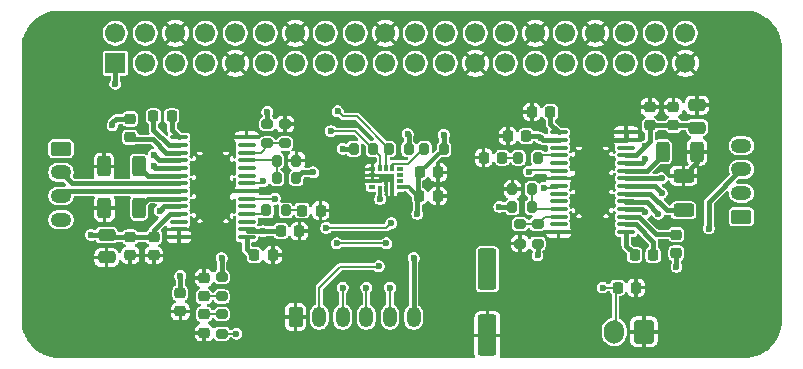
<source format=gbr>
%TF.GenerationSoftware,KiCad,Pcbnew,9.0.7*%
%TF.CreationDate,2026-01-26T16:26:34+01:00*%
%TF.ProjectId,Projet 6 KICAD CLS COMPLET,50726f6a-6574-4203-9620-4b4943414420,rev?*%
%TF.SameCoordinates,Original*%
%TF.FileFunction,Copper,L1,Top*%
%TF.FilePolarity,Positive*%
%FSLAX46Y46*%
G04 Gerber Fmt 4.6, Leading zero omitted, Abs format (unit mm)*
G04 Created by KiCad (PCBNEW 9.0.7) date 2026-01-26 16:26:34*
%MOMM*%
%LPD*%
G01*
G04 APERTURE LIST*
G04 Aperture macros list*
%AMRoundRect*
0 Rectangle with rounded corners*
0 $1 Rounding radius*
0 $2 $3 $4 $5 $6 $7 $8 $9 X,Y pos of 4 corners*
0 Add a 4 corners polygon primitive as box body*
4,1,4,$2,$3,$4,$5,$6,$7,$8,$9,$2,$3,0*
0 Add four circle primitives for the rounded corners*
1,1,$1+$1,$2,$3*
1,1,$1+$1,$4,$5*
1,1,$1+$1,$6,$7*
1,1,$1+$1,$8,$9*
0 Add four rect primitives between the rounded corners*
20,1,$1+$1,$2,$3,$4,$5,0*
20,1,$1+$1,$4,$5,$6,$7,0*
20,1,$1+$1,$6,$7,$8,$9,0*
20,1,$1+$1,$8,$9,$2,$3,0*%
G04 Aperture macros list end*
%TA.AperFunction,SMDPad,CuDef*%
%ADD10RoundRect,0.225000X0.225000X0.250000X-0.225000X0.250000X-0.225000X-0.250000X0.225000X-0.250000X0*%
%TD*%
%TA.AperFunction,SMDPad,CuDef*%
%ADD11RoundRect,0.225000X0.250000X-0.225000X0.250000X0.225000X-0.250000X0.225000X-0.250000X-0.225000X0*%
%TD*%
%TA.AperFunction,SMDPad,CuDef*%
%ADD12RoundRect,0.225000X-0.225000X-0.250000X0.225000X-0.250000X0.225000X0.250000X-0.225000X0.250000X0*%
%TD*%
%TA.AperFunction,SMDPad,CuDef*%
%ADD13RoundRect,0.225000X-0.250000X0.225000X-0.250000X-0.225000X0.250000X-0.225000X0.250000X0.225000X0*%
%TD*%
%TA.AperFunction,SMDPad,CuDef*%
%ADD14RoundRect,0.218750X0.256250X-0.218750X0.256250X0.218750X-0.256250X0.218750X-0.256250X-0.218750X0*%
%TD*%
%TA.AperFunction,SMDPad,CuDef*%
%ADD15RoundRect,0.250000X0.475000X-0.250000X0.475000X0.250000X-0.475000X0.250000X-0.475000X-0.250000X0*%
%TD*%
%TA.AperFunction,SMDPad,CuDef*%
%ADD16RoundRect,0.200000X0.275000X-0.200000X0.275000X0.200000X-0.275000X0.200000X-0.275000X-0.200000X0*%
%TD*%
%TA.AperFunction,SMDPad,CuDef*%
%ADD17RoundRect,0.218750X-0.218750X-0.256250X0.218750X-0.256250X0.218750X0.256250X-0.218750X0.256250X0*%
%TD*%
%TA.AperFunction,SMDPad,CuDef*%
%ADD18RoundRect,0.200000X-0.200000X-0.275000X0.200000X-0.275000X0.200000X0.275000X-0.200000X0.275000X0*%
%TD*%
%TA.AperFunction,SMDPad,CuDef*%
%ADD19RoundRect,0.250000X-0.550000X1.500000X-0.550000X-1.500000X0.550000X-1.500000X0.550000X1.500000X0*%
%TD*%
%TA.AperFunction,SMDPad,CuDef*%
%ADD20RoundRect,0.218750X-0.256250X0.218750X-0.256250X-0.218750X0.256250X-0.218750X0.256250X0.218750X0*%
%TD*%
%TA.AperFunction,SMDPad,CuDef*%
%ADD21RoundRect,0.200000X-0.275000X0.200000X-0.275000X-0.200000X0.275000X-0.200000X0.275000X0.200000X0*%
%TD*%
%TA.AperFunction,SMDPad,CuDef*%
%ADD22RoundRect,0.200000X0.200000X0.275000X-0.200000X0.275000X-0.200000X-0.275000X0.200000X-0.275000X0*%
%TD*%
%TA.AperFunction,SMDPad,CuDef*%
%ADD23RoundRect,0.250000X-0.475000X0.250000X-0.475000X-0.250000X0.475000X-0.250000X0.475000X0.250000X0*%
%TD*%
%TA.AperFunction,ComponentPad*%
%ADD24C,5.400000*%
%TD*%
%TA.AperFunction,SMDPad,CuDef*%
%ADD25RoundRect,0.100000X0.637500X0.100000X-0.637500X0.100000X-0.637500X-0.100000X0.637500X-0.100000X0*%
%TD*%
%TA.AperFunction,HeatsinkPad*%
%ADD26C,0.600000*%
%TD*%
%TA.AperFunction,HeatsinkPad*%
%ADD27R,2.850000X5.400000*%
%TD*%
%TA.AperFunction,SMDPad,CuDef*%
%ADD28RoundRect,0.250000X0.312500X0.625000X-0.312500X0.625000X-0.312500X-0.625000X0.312500X-0.625000X0*%
%TD*%
%TA.AperFunction,SMDPad,CuDef*%
%ADD29RoundRect,0.100000X-0.637500X-0.100000X0.637500X-0.100000X0.637500X0.100000X-0.637500X0.100000X0*%
%TD*%
%TA.AperFunction,ComponentPad*%
%ADD30RoundRect,0.250000X-0.625000X0.350000X-0.625000X-0.350000X0.625000X-0.350000X0.625000X0.350000X0*%
%TD*%
%TA.AperFunction,ComponentPad*%
%ADD31O,1.750000X1.200000*%
%TD*%
%TA.AperFunction,SMDPad,CuDef*%
%ADD32RoundRect,0.218750X0.218750X0.256250X-0.218750X0.256250X-0.218750X-0.256250X0.218750X-0.256250X0*%
%TD*%
%TA.AperFunction,ComponentPad*%
%ADD33RoundRect,0.250000X0.625000X-0.350000X0.625000X0.350000X-0.625000X0.350000X-0.625000X-0.350000X0*%
%TD*%
%TA.AperFunction,ComponentPad*%
%ADD34RoundRect,0.250000X-0.350000X-0.625000X0.350000X-0.625000X0.350000X0.625000X-0.350000X0.625000X0*%
%TD*%
%TA.AperFunction,ComponentPad*%
%ADD35O,1.200000X1.750000*%
%TD*%
%TA.AperFunction,SMDPad,CuDef*%
%ADD36R,0.610000X0.350000*%
%TD*%
%TA.AperFunction,SMDPad,CuDef*%
%ADD37R,0.350000X0.610000*%
%TD*%
%TA.AperFunction,ComponentPad*%
%ADD38RoundRect,0.250000X0.600000X0.750000X-0.600000X0.750000X-0.600000X-0.750000X0.600000X-0.750000X0*%
%TD*%
%TA.AperFunction,ComponentPad*%
%ADD39O,1.700000X2.000000*%
%TD*%
%TA.AperFunction,SMDPad,CuDef*%
%ADD40RoundRect,0.250000X-0.312500X-0.625000X0.312500X-0.625000X0.312500X0.625000X-0.312500X0.625000X0*%
%TD*%
%TA.AperFunction,SMDPad,CuDef*%
%ADD41RoundRect,0.250000X-0.625000X0.312500X-0.625000X-0.312500X0.625000X-0.312500X0.625000X0.312500X0*%
%TD*%
%TA.AperFunction,ComponentPad*%
%ADD42R,1.700000X1.700000*%
%TD*%
%TA.AperFunction,ComponentPad*%
%ADD43C,1.700000*%
%TD*%
%TA.AperFunction,ViaPad*%
%ADD44C,0.600000*%
%TD*%
%TA.AperFunction,Conductor*%
%ADD45C,0.400000*%
%TD*%
%TA.AperFunction,Conductor*%
%ADD46C,0.200000*%
%TD*%
%TA.AperFunction,Conductor*%
%ADD47C,0.300000*%
%TD*%
G04 APERTURE END LIST*
D10*
%TO.P,C23,1*%
%TO.N,Net-(U1-CPO)*%
X109525000Y-55750000D03*
%TO.P,C23,2*%
%TO.N,Net-(U1-CPI)*%
X107975000Y-55750000D03*
%TD*%
D11*
%TO.P,C22,1*%
%TO.N,Net-(U1-VCP)*%
X106000000Y-57525000D03*
%TO.P,C22,2*%
%TO.N,VCC*%
X106000000Y-55975000D03*
%TD*%
%TO.P,C18,1*%
%TO.N,GND*%
X110250000Y-72275000D03*
%TO.P,C18,2*%
%TO.N,+3.3V*%
X110250000Y-70725000D03*
%TD*%
D12*
%TO.P,C15,1*%
%TO.N,+3.3V*%
X118775000Y-65475000D03*
%TO.P,C15,2*%
%TO.N,GND*%
X120325000Y-65475000D03*
%TD*%
D13*
%TO.P,C13,1*%
%TO.N,VCC*%
X108000000Y-65975000D03*
%TO.P,C13,2*%
%TO.N,GND*%
X108000000Y-67525000D03*
%TD*%
%TO.P,C12,1*%
%TO.N,VCC*%
X106000000Y-65975000D03*
%TO.P,C12,2*%
%TO.N,GND*%
X106000000Y-67525000D03*
%TD*%
D10*
%TO.P,C11,1*%
%TO.N,Net-(U2-5VOUT)*%
X141575000Y-55390983D03*
%TO.P,C11,2*%
%TO.N,GND*%
X140025000Y-55390983D03*
%TD*%
D11*
%TO.P,C9,1*%
%TO.N,VCC*%
X150000000Y-56525000D03*
%TO.P,C9,2*%
%TO.N,GND*%
X150000000Y-54975000D03*
%TD*%
%TO.P,C8,1*%
%TO.N,VCC*%
X152000000Y-56525000D03*
%TO.P,C8,2*%
%TO.N,GND*%
X152000000Y-54975000D03*
%TD*%
D10*
%TO.P,C7,1*%
%TO.N,+3.3V*%
X139537500Y-57425000D03*
%TO.P,C7,2*%
%TO.N,GND*%
X137987500Y-57425000D03*
%TD*%
D12*
%TO.P,C6,1*%
%TO.N,Net-(U2-CPO)*%
X148725000Y-67500000D03*
%TO.P,C6,2*%
%TO.N,Net-(U2-CPI)*%
X150275000Y-67500000D03*
%TD*%
D13*
%TO.P,C5,1*%
%TO.N,Net-(U2-VCP)*%
X152250000Y-65775000D03*
%TO.P,C5,2*%
%TO.N,VCC*%
X152250000Y-67325000D03*
%TD*%
D12*
%TO.P,C4,1*%
%TO.N,VCC*%
X147275000Y-70250000D03*
%TO.P,C4,2*%
%TO.N,GND*%
X148825000Y-70250000D03*
%TD*%
%TO.P,C3,1*%
%TO.N,Net-(U1-5VOUT)*%
X116525000Y-67500000D03*
%TO.P,C3,2*%
%TO.N,GND*%
X118075000Y-67500000D03*
%TD*%
%TO.P,C2,1*%
%TO.N,+3.3V*%
X130495000Y-62500000D03*
%TO.P,C2,2*%
%TO.N,GND*%
X132045000Y-62500000D03*
%TD*%
%TO.P,C1,1*%
%TO.N,+3.3V*%
X130503378Y-60500000D03*
%TO.P,C1,2*%
%TO.N,GND*%
X132053378Y-60500000D03*
%TD*%
D14*
%TO.P,D3,1,K*%
%TO.N,GND*%
X112250000Y-74075000D03*
%TO.P,D3,2,A*%
%TO.N,Net-(D3-A)*%
X112250000Y-72500000D03*
%TD*%
D15*
%TO.P,C14,1*%
%TO.N,VCC*%
X154000000Y-56700000D03*
%TO.P,C14,2*%
%TO.N,GND*%
X154000000Y-54800000D03*
%TD*%
D16*
%TO.P,R14,1*%
%TO.N,Net-(D4-A)*%
X113750000Y-71000000D03*
%TO.P,R14,2*%
%TO.N,+3.3V*%
X113750000Y-69350000D03*
%TD*%
D17*
%TO.P,D1,1,K*%
%TO.N,GND*%
X135925000Y-59250000D03*
%TO.P,D1,2,A*%
%TO.N,Net-(D1-A)*%
X137500000Y-59250000D03*
%TD*%
D18*
%TO.P,R1,1*%
%TO.N,+3.3V*%
X138362500Y-63425000D03*
%TO.P,R1,2*%
%TO.N,Net-(U2-MS1)*%
X140012500Y-63425000D03*
%TD*%
D19*
%TO.P,C10,1*%
%TO.N,VCC*%
X136250000Y-68700000D03*
%TO.P,C10,2*%
%TO.N,GND*%
X136250000Y-74300000D03*
%TD*%
D20*
%TO.P,D4,1,K*%
%TO.N,GND*%
X112250000Y-69425000D03*
%TO.P,D4,2,A*%
%TO.N,Net-(D4-A)*%
X112250000Y-71000000D03*
%TD*%
D21*
%TO.P,R15,1*%
%TO.N,+3.3V*%
X117612500Y-56400000D03*
%TO.P,R15,2*%
%TO.N,Net-(U1-MS2)*%
X117612500Y-58050000D03*
%TD*%
D22*
%TO.P,R2,1*%
%TO.N,Net-(U2-MS1)*%
X140012500Y-61925000D03*
%TO.P,R2,2*%
%TO.N,GND*%
X138362500Y-61925000D03*
%TD*%
D23*
%TO.P,C16,1*%
%TO.N,VCC*%
X104000000Y-65800000D03*
%TO.P,C16,2*%
%TO.N,GND*%
X104000000Y-67700000D03*
%TD*%
D24*
%TO.P,H2,1,1*%
%TO.N,GND*%
X158000000Y-50000000D03*
%TD*%
D18*
%TO.P,R8,1*%
%TO.N,Net-(U1-MS1)*%
X118425000Y-59500000D03*
%TO.P,R8,2*%
%TO.N,GND*%
X120075000Y-59500000D03*
%TD*%
D24*
%TO.P,H1,1,1*%
%TO.N,GND*%
X100000000Y-50000000D03*
%TD*%
D18*
%TO.P,R6,1*%
%TO.N,Net-(U3-CS)*%
X130920000Y-58500000D03*
%TO.P,R6,2*%
%TO.N,+3.3V*%
X132570000Y-58500000D03*
%TD*%
D21*
%TO.P,R7,1*%
%TO.N,Net-(U2-MS2)*%
X139025000Y-64882408D03*
%TO.P,R7,2*%
%TO.N,GND*%
X139025000Y-66532408D03*
%TD*%
D25*
%TO.P,U2,1,CPO*%
%TO.N,Net-(U2-CPO)*%
X148000000Y-65550000D03*
%TO.P,U2,2,CPI*%
%TO.N,Net-(U2-CPI)*%
X148000000Y-64900000D03*
%TO.P,U2,3,VCP*%
%TO.N,Net-(U2-VCP)*%
X148000000Y-64250000D03*
%TO.P,U2,4,VS*%
%TO.N,VCC*%
X148000000Y-63600000D03*
%TO.P,U2,5,OA2*%
%TO.N,MOT2_1_B1*%
X148000000Y-62950000D03*
%TO.P,U2,6,BRA*%
%TO.N,Net-(U2-BRA)*%
X148000000Y-62300000D03*
%TO.P,U2,7,OA1*%
%TO.N,MOT2_2_A2*%
X148000000Y-61650000D03*
%TO.P,U2,8,OB1*%
%TO.N,MOT2_1_A1*%
X148000000Y-61000000D03*
%TO.P,U2,9,BRB*%
%TO.N,Net-(U2-BRB)*%
X148000000Y-60350000D03*
%TO.P,U2,10,OB2*%
%TO.N,MOT2_2_B2*%
X148000000Y-59700000D03*
%TO.P,U2,11,VS*%
%TO.N,VCC*%
X148000000Y-59050000D03*
%TO.P,U2,12,VREF*%
%TO.N,unconnected-(U2-VREF-Pad12)*%
X148000000Y-58400000D03*
%TO.P,U2,13,TEST*%
%TO.N,GND*%
X148000000Y-57750000D03*
%TO.P,U2,14,GND*%
X148000000Y-57100000D03*
%TO.P,U2,15,5VOUT*%
%TO.N,Net-(U2-5VOUT)*%
X142275000Y-57100000D03*
%TO.P,U2,16,VCC_IO*%
%TO.N,+3.3V*%
X142275000Y-57750000D03*
%TO.P,U2,17,PDN_UART*%
%TO.N,unconnected-(U2-PDN_UART-Pad17)*%
X142275000Y-58400000D03*
%TO.P,U2,18,DIAG*%
%TO.N,Net-(U2-DIAG)*%
X142275000Y-59050000D03*
%TO.P,U2,19,SPREAD*%
%TO.N,unconnected-(U2-SPREAD-Pad19)*%
X142275000Y-59700000D03*
%TO.P,U2,20,DIR*%
%TO.N,DIR2*%
X142275000Y-60350000D03*
%TO.P,U2,21,ENN*%
%TO.N,GND*%
X142275000Y-61000000D03*
%TO.P,U2,22,STEP*%
%TO.N,STEP2*%
X142275000Y-61650000D03*
%TO.P,U2,23,NC*%
%TO.N,unconnected-(U2-NC-Pad23)*%
X142275000Y-62300000D03*
%TO.P,U2,24,CLK*%
%TO.N,unconnected-(U2-CLK-Pad24)*%
X142275000Y-62950000D03*
%TO.P,U2,25,MS1*%
%TO.N,Net-(U2-MS1)*%
X142275000Y-63600000D03*
%TO.P,U2,26,MS2*%
%TO.N,Net-(U2-MS2)*%
X142275000Y-64250000D03*
%TO.P,U2,27,INDEX*%
%TO.N,unconnected-(U2-INDEX-Pad27)*%
X142275000Y-64900000D03*
%TO.P,U2,28,GND*%
%TO.N,GND*%
X142275000Y-65550000D03*
D26*
%TO.P,U2,29,PAD*%
X146262500Y-63725000D03*
X146262500Y-62125000D03*
X146262500Y-60525000D03*
X146262500Y-58925000D03*
D27*
X145137500Y-61325000D03*
D26*
X144012500Y-63725000D03*
X144012500Y-62125000D03*
X144012500Y-60525000D03*
X144012500Y-58925000D03*
%TD*%
D22*
%TO.P,R16,1*%
%TO.N,+3.3V*%
X120075000Y-61000000D03*
%TO.P,R16,2*%
%TO.N,Net-(U1-MS1)*%
X118425000Y-61000000D03*
%TD*%
%TO.P,R4,1*%
%TO.N,+3.3V*%
X129570000Y-58500000D03*
%TO.P,R4,2*%
%TO.N,SCL*%
X127920000Y-58500000D03*
%TD*%
D21*
%TO.P,R13,1*%
%TO.N,Net-(D3-A)*%
X113750000Y-72500000D03*
%TO.P,R13,2*%
%TO.N,VCC*%
X113750000Y-74150000D03*
%TD*%
D28*
%TO.P,R18,1*%
%TO.N,GND*%
X154000000Y-58750000D03*
%TO.P,R18,2*%
%TO.N,Net-(U2-BRB)*%
X151075000Y-58750000D03*
%TD*%
D16*
%TO.P,R9,1*%
%TO.N,Net-(U1-MS2)*%
X119112500Y-58050000D03*
%TO.P,R9,2*%
%TO.N,GND*%
X119112500Y-56400000D03*
%TD*%
D24*
%TO.P,H4,1,1*%
%TO.N,GND*%
X158000000Y-73000000D03*
%TD*%
D16*
%TO.P,R3,1*%
%TO.N,+3.3V*%
X140492164Y-66532408D03*
%TO.P,R3,2*%
%TO.N,Net-(U2-MS2)*%
X140492164Y-64882408D03*
%TD*%
D29*
%TO.P,U1,1,CPO*%
%TO.N,Net-(U1-CPO)*%
X110137500Y-57525000D03*
%TO.P,U1,2,CPI*%
%TO.N,Net-(U1-CPI)*%
X110137500Y-58175000D03*
%TO.P,U1,3,VCP*%
%TO.N,Net-(U1-VCP)*%
X110137500Y-58825000D03*
%TO.P,U1,4,VS*%
%TO.N,VCC*%
X110137500Y-59475000D03*
%TO.P,U1,5,OA2*%
%TO.N,MOT1_2_A2*%
X110137500Y-60125000D03*
%TO.P,U1,6,BRA*%
%TO.N,Net-(U1-BRA)*%
X110137500Y-60775000D03*
%TO.P,U1,7,OA1*%
%TO.N,MOT1_1_A1*%
X110137500Y-61425000D03*
%TO.P,U1,8,OB1*%
%TO.N,MOT1_1_B1*%
X110137500Y-62075000D03*
%TO.P,U1,9,BRB*%
%TO.N,Net-(U1-BRB)*%
X110137500Y-62725000D03*
%TO.P,U1,10,OB2*%
%TO.N,MOT1_2_B2*%
X110137500Y-63375000D03*
%TO.P,U1,11,VS*%
%TO.N,VCC*%
X110137500Y-64025000D03*
%TO.P,U1,12,VREF*%
%TO.N,unconnected-(U1-VREF-Pad12)*%
X110137500Y-64675000D03*
%TO.P,U1,13,TEST*%
%TO.N,GND*%
X110137500Y-65325000D03*
%TO.P,U1,14,GND*%
X110137500Y-65975000D03*
%TO.P,U1,15,5VOUT*%
%TO.N,Net-(U1-5VOUT)*%
X115862500Y-65975000D03*
%TO.P,U1,16,VCC_IO*%
%TO.N,+3.3V*%
X115862500Y-65325000D03*
%TO.P,U1,17,PDN_UART*%
%TO.N,unconnected-(U1-PDN_UART-Pad17)*%
X115862500Y-64675000D03*
%TO.P,U1,18,DIAG*%
%TO.N,Net-(U1-DIAG)*%
X115862500Y-64025000D03*
%TO.P,U1,19,SPREAD*%
%TO.N,unconnected-(U1-SPREAD-Pad19)*%
X115862500Y-63375000D03*
%TO.P,U1,20,DIR*%
%TO.N,DIR1*%
X115862500Y-62725000D03*
%TO.P,U1,21,ENN*%
%TO.N,GND*%
X115862500Y-62075000D03*
%TO.P,U1,22,STEP*%
%TO.N,STEP1*%
X115862500Y-61425000D03*
%TO.P,U1,23,NC*%
%TO.N,unconnected-(U1-NC-Pad23)*%
X115862500Y-60775000D03*
%TO.P,U1,24,CLK*%
%TO.N,unconnected-(U1-CLK-Pad24)*%
X115862500Y-60125000D03*
%TO.P,U1,25,MS1*%
%TO.N,Net-(U1-MS1)*%
X115862500Y-59475000D03*
%TO.P,U1,26,MS2*%
%TO.N,Net-(U1-MS2)*%
X115862500Y-58825000D03*
%TO.P,U1,27,INDEX*%
%TO.N,unconnected-(U1-INDEX-Pad27)*%
X115862500Y-58175000D03*
%TO.P,U1,28,GND*%
%TO.N,GND*%
X115862500Y-57525000D03*
D26*
%TO.P,U1,29,PAD*%
X111875000Y-59350000D03*
X111875000Y-60950000D03*
X111875000Y-62550000D03*
X111875000Y-64150000D03*
D27*
X113000000Y-61750000D03*
D26*
X114125000Y-59350000D03*
X114125000Y-60950000D03*
X114125000Y-62550000D03*
X114125000Y-64150000D03*
%TD*%
D22*
%TO.P,R5,1*%
%TO.N,SDA*%
X126570000Y-58500000D03*
%TO.P,R5,2*%
%TO.N,+3.3V*%
X124920000Y-58500000D03*
%TD*%
D30*
%TO.P,J3,1,Pin_1*%
%TO.N,MOT1_2_A2*%
X100150435Y-58495718D03*
D31*
%TO.P,J3,2,Pin_2*%
%TO.N,MOT1_1_A1*%
X100150435Y-60495718D03*
%TO.P,J3,3,Pin_3*%
%TO.N,MOT1_1_B1*%
X100150435Y-62495718D03*
%TO.P,J3,4,Pin_4*%
%TO.N,MOT1_2_B2*%
X100150435Y-64495718D03*
%TD*%
D32*
%TO.P,D2,1,K*%
%TO.N,GND*%
X122126557Y-63725778D03*
%TO.P,D2,2,A*%
%TO.N,Net-(D2-A)*%
X120551557Y-63725778D03*
%TD*%
D18*
%TO.P,R19,1*%
%TO.N,Net-(D1-A)*%
X138875000Y-59250000D03*
%TO.P,R19,2*%
%TO.N,Net-(U2-DIAG)*%
X140525000Y-59250000D03*
%TD*%
D33*
%TO.P,J4,1,Pin_1*%
%TO.N,MOT2_2_A2*%
X157750000Y-64250000D03*
D31*
%TO.P,J4,2,Pin_2*%
%TO.N,MOT2_1_A1*%
X157750000Y-62250000D03*
%TO.P,J4,3,Pin_3*%
%TO.N,MOT2_1_B1*%
X157750000Y-60250000D03*
%TO.P,J4,4,Pin_4*%
%TO.N,MOT2_2_B2*%
X157750000Y-58250000D03*
%TD*%
D22*
%TO.P,R12,1*%
%TO.N,Net-(D2-A)*%
X119187500Y-63725000D03*
%TO.P,R12,2*%
%TO.N,Net-(U1-DIAG)*%
X117537500Y-63725000D03*
%TD*%
D34*
%TO.P,J2,1,Pin_1*%
%TO.N,GND*%
X120000000Y-72750000D03*
D35*
%TO.P,J2,2,Pin_2*%
%TO.N,CS*%
X122000000Y-72750000D03*
%TO.P,J2,3,Pin_3*%
%TO.N,MOSI*%
X124000000Y-72750000D03*
%TO.P,J2,4,Pin_4*%
%TO.N,MISO*%
X126000000Y-72750000D03*
%TO.P,J2,5,Pin_5*%
%TO.N,SCLK*%
X128000000Y-72750000D03*
%TO.P,J2,6,Pin_6*%
%TO.N,+3.3V*%
X130000000Y-72750000D03*
%TD*%
D36*
%TO.P,U3,1,SDO/SA0*%
%TO.N,GND*%
X126500000Y-60250000D03*
%TO.P,U3,2,SDX*%
X126500000Y-60750000D03*
%TO.P,U3,3,SCX*%
X126500000Y-61250000D03*
%TO.P,U3,4,INT1*%
%TO.N,unconnected-(U3-INT1-Pad4)*%
X126500000Y-61750000D03*
D37*
%TO.P,U3,5,VDDIO*%
%TO.N,+3.3V*%
X127160000Y-61910000D03*
%TO.P,U3,6,GND*%
%TO.N,GND*%
X127660000Y-61910000D03*
%TO.P,U3,7,GND*%
X128160000Y-61910000D03*
D36*
%TO.P,U3,8,VDD*%
%TO.N,+3.3V*%
X128820000Y-61750000D03*
%TO.P,U3,9,INT2*%
%TO.N,unconnected-(U3-INT2-Pad9)*%
X128820000Y-61250000D03*
%TO.P,U3,10,OCS_AUX*%
%TO.N,unconnected-(U3-OCS_AUX-Pad10)*%
X128820000Y-60750000D03*
%TO.P,U3,11,SDO_AUX*%
%TO.N,unconnected-(U3-SDO_AUX-Pad11)*%
X128820000Y-60250000D03*
D37*
%TO.P,U3,12,CS*%
%TO.N,Net-(U3-CS)*%
X128160000Y-60090000D03*
%TO.P,U3,13,SCL*%
%TO.N,SCL*%
X127660000Y-60090000D03*
%TO.P,U3,14,SDA*%
%TO.N,SDA*%
X127160000Y-60090000D03*
%TD*%
D38*
%TO.P,J5,1,Pin_1*%
%TO.N,GND*%
X149500000Y-74000000D03*
D39*
%TO.P,J5,2,Pin_2*%
%TO.N,VCC*%
X147000000Y-74000000D03*
%TD*%
D40*
%TO.P,R11,1*%
%TO.N,GND*%
X103825000Y-63500000D03*
%TO.P,R11,2*%
%TO.N,Net-(U1-BRB)*%
X106750000Y-63500000D03*
%TD*%
D24*
%TO.P,H3,1,1*%
%TO.N,GND*%
X100000000Y-73000000D03*
%TD*%
D40*
%TO.P,R10,1*%
%TO.N,GND*%
X103787500Y-60000000D03*
%TO.P,R10,2*%
%TO.N,Net-(U1-BRA)*%
X106712500Y-60000000D03*
%TD*%
D41*
%TO.P,R17,1*%
%TO.N,GND*%
X152852941Y-60787500D03*
%TO.P,R17,2*%
%TO.N,Net-(U2-BRA)*%
X152852941Y-63712500D03*
%TD*%
D42*
%TO.P,J1,1,Pin_1*%
%TO.N,+3.3V*%
X104750000Y-51250000D03*
D43*
%TO.P,J1,2,Pin_2*%
%TO.N,unconnected-(J1-Pin_2-Pad2)*%
X104750000Y-48710000D03*
%TO.P,J1,3,Pin_3*%
%TO.N,SDA*%
X107290000Y-51250000D03*
%TO.P,J1,4,Pin_4*%
%TO.N,unconnected-(J1-Pin_4-Pad4)*%
X107290000Y-48710000D03*
%TO.P,J1,5,Pin_5*%
%TO.N,SCL*%
X109830000Y-51250000D03*
%TO.P,J1,6,Pin_6*%
%TO.N,GND*%
X109830000Y-48710000D03*
%TO.P,J1,7,Pin_7*%
%TO.N,unconnected-(J1-Pin_7-Pad7)*%
X112370000Y-51250000D03*
%TO.P,J1,8,Pin_8*%
%TO.N,unconnected-(J1-Pin_8-Pad8)*%
X112370000Y-48710000D03*
%TO.P,J1,9,Pin_9*%
%TO.N,GND*%
X114910000Y-51250000D03*
%TO.P,J1,10,Pin_10*%
%TO.N,unconnected-(J1-Pin_10-Pad10)*%
X114910000Y-48710000D03*
%TO.P,J1,11,Pin_11*%
%TO.N,unconnected-(J1-Pin_11-Pad11)*%
X117450000Y-51250000D03*
%TO.P,J1,12,Pin_12*%
%TO.N,unconnected-(J1-Pin_12-Pad12)*%
X117450000Y-48710000D03*
%TO.P,J1,13,Pin_13*%
%TO.N,unconnected-(J1-Pin_13-Pad13)*%
X119990000Y-51250000D03*
%TO.P,J1,14,Pin_14*%
%TO.N,GND*%
X119990000Y-48710000D03*
%TO.P,J1,15,Pin_15*%
%TO.N,unconnected-(J1-Pin_15-Pad15)*%
X122530000Y-51250000D03*
%TO.P,J1,16,Pin_16*%
%TO.N,unconnected-(J1-Pin_16-Pad16)*%
X122530000Y-48710000D03*
%TO.P,J1,17,Pin_17*%
%TO.N,+3.3V*%
X125070000Y-51250000D03*
%TO.P,J1,18,Pin_18*%
%TO.N,unconnected-(J1-Pin_18-Pad18)*%
X125070000Y-48710000D03*
%TO.P,J1,19,Pin_19*%
%TO.N,MOSI*%
X127610000Y-51250000D03*
%TO.P,J1,20,Pin_20*%
%TO.N,GND*%
X127610000Y-48710000D03*
%TO.P,J1,21,Pin_21*%
%TO.N,MISO*%
X130150000Y-51250000D03*
%TO.P,J1,22,Pin_22*%
%TO.N,unconnected-(J1-Pin_22-Pad22)*%
X130150000Y-48710000D03*
%TO.P,J1,23,Pin_23*%
%TO.N,SCLK*%
X132690000Y-51250000D03*
%TO.P,J1,24,Pin_24*%
%TO.N,CS*%
X132690000Y-48710000D03*
%TO.P,J1,25,Pin_25*%
%TO.N,GND*%
X135230000Y-51250000D03*
%TO.P,J1,26,Pin_26*%
%TO.N,unconnected-(J1-Pin_26-Pad26)*%
X135230000Y-48710000D03*
%TO.P,J1,27,Pin_27*%
%TO.N,unconnected-(J1-Pin_27-Pad27)*%
X137770000Y-51250000D03*
%TO.P,J1,28,Pin_28*%
%TO.N,unconnected-(J1-Pin_28-Pad28)*%
X137770000Y-48710000D03*
%TO.P,J1,29,Pin_29*%
%TO.N,unconnected-(J1-Pin_29-Pad29)*%
X140310000Y-51250000D03*
%TO.P,J1,30,Pin_30*%
%TO.N,GND*%
X140310000Y-48710000D03*
%TO.P,J1,31,Pin_31*%
%TO.N,DIR2*%
X142850000Y-51250000D03*
%TO.P,J1,32,Pin_32*%
%TO.N,STEP1*%
X142850000Y-48710000D03*
%TO.P,J1,33,Pin_33*%
%TO.N,STEP2*%
X145390000Y-51250000D03*
%TO.P,J1,34,Pin_34*%
%TO.N,GND*%
X145390000Y-48710000D03*
%TO.P,J1,35,Pin_35*%
%TO.N,unconnected-(J1-Pin_35-Pad35)*%
X147930000Y-51250000D03*
%TO.P,J1,36,Pin_36*%
%TO.N,DIR1*%
X147930000Y-48710000D03*
%TO.P,J1,37,Pin_37*%
%TO.N,unconnected-(J1-Pin_37-Pad37)*%
X150470000Y-51250000D03*
%TO.P,J1,38,Pin_38*%
%TO.N,unconnected-(J1-Pin_38-Pad38)*%
X150470000Y-48710000D03*
%TO.P,J1,39,Pin_39*%
%TO.N,GND*%
X153010000Y-51250000D03*
%TO.P,J1,40,Pin_40*%
%TO.N,unconnected-(J1-Pin_40-Pad40)*%
X153010000Y-48710000D03*
%TD*%
D44*
%TO.N,GND*%
X111250000Y-65250000D03*
X137262500Y-61925000D03*
X121500000Y-59500000D03*
X146750000Y-57750000D03*
X117250000Y-62075000D03*
X128000000Y-62750000D03*
X141012500Y-60925000D03*
%TO.N,+3.3V*%
X104750000Y-53000000D03*
X113750000Y-67750000D03*
X121500000Y-60500000D03*
X140762500Y-57600000D03*
X140492164Y-67529664D03*
X132570000Y-57320000D03*
X127160000Y-62750000D03*
X117612500Y-55362500D03*
X124000000Y-58500000D03*
X130000000Y-67750000D03*
X129500000Y-57250000D03*
X117250000Y-65475000D03*
X137262500Y-63425000D03*
X130320000Y-64020000D03*
X110250000Y-69250000D03*
%TO.N,MOSI*%
X124000000Y-70250000D03*
%TO.N,STEP1*%
X122600000Y-65200000D03*
X117250000Y-61250000D03*
X128100000Y-64800000D03*
%TO.N,CS*%
X127049765Y-68451235D03*
%TO.N,MISO*%
X126000000Y-70250000D03*
%TO.N,SCLK*%
X128000000Y-70250000D03*
%TO.N,SDA*%
X123000000Y-57000000D03*
%TO.N,STEP2*%
X141033380Y-61795880D03*
%TO.N,DIR2*%
X139762500Y-60425000D03*
%TO.N,SCL*%
X123575000Y-55325000D03*
%TO.N,DIR1*%
X127700000Y-66500000D03*
X118250000Y-62725000D03*
X123500000Y-66500000D03*
%TO.N,MOT1_2_B2*%
X108500000Y-63750000D03*
%TO.N,MOT1_2_A2*%
X108000000Y-60000000D03*
%TO.N,MOT2_1_A1*%
X151000000Y-61000000D03*
%TO.N,MOT2_1_B1*%
X150725451Y-63995403D03*
X155000000Y-65250000D03*
%TO.N,MOT2_2_A2*%
X151000000Y-62250000D03*
%TO.N,MOT2_2_B2*%
X149625000Y-59375000D03*
%TO.N,VCC*%
X146000000Y-70250000D03*
X108000000Y-59000000D03*
X136250000Y-68700000D03*
X149619342Y-63880658D03*
X104500000Y-56500000D03*
X149549396Y-58299396D03*
X115000000Y-74150000D03*
X102700000Y-65800000D03*
X152250000Y-68500000D03*
%TD*%
D45*
%TO.N,VCC*%
X153825000Y-56525000D02*
X154000000Y-56700000D01*
X152000000Y-56525000D02*
X153825000Y-56525000D01*
X150000000Y-56525000D02*
X152000000Y-56525000D01*
X150000000Y-57848792D02*
X149549396Y-58299396D01*
X150000000Y-56525000D02*
X150000000Y-57848792D01*
%TO.N,Net-(U2-VCP)*%
X152225000Y-65750000D02*
X152250000Y-65775000D01*
X152250000Y-65775000D02*
X152250000Y-65600000D01*
X149047734Y-64299000D02*
X150498734Y-65750000D01*
X148049000Y-64299000D02*
X149047734Y-64299000D01*
X148000000Y-64250000D02*
X148049000Y-64299000D01*
X150498734Y-65750000D02*
X152225000Y-65750000D01*
%TO.N,Net-(U2-CPI)*%
X150300000Y-67475000D02*
X150275000Y-67500000D01*
X150300000Y-66401208D02*
X150300000Y-67475000D01*
X148798792Y-64900000D02*
X150300000Y-66401208D01*
X148000000Y-64900000D02*
X148798792Y-64900000D01*
%TO.N,Net-(U2-5VOUT)*%
X141575000Y-56400000D02*
X142275000Y-57100000D01*
X141575000Y-55390983D02*
X141575000Y-56400000D01*
X141750000Y-55390983D02*
X141575000Y-55390983D01*
%TO.N,VCC*%
X104000000Y-65800000D02*
X102700000Y-65800000D01*
X104175000Y-65975000D02*
X104000000Y-65800000D01*
X106000000Y-65975000D02*
X104175000Y-65975000D01*
X108000000Y-65975000D02*
X106000000Y-65975000D01*
X109338708Y-64025000D02*
X110137500Y-64025000D01*
X108000000Y-65363708D02*
X109338708Y-64025000D01*
X108000000Y-65975000D02*
X108000000Y-65363708D01*
%TO.N,Net-(U1-CPO)*%
X109525000Y-56912500D02*
X110137500Y-57525000D01*
X109525000Y-56175000D02*
X109525000Y-56912500D01*
X109700000Y-56000000D02*
X109525000Y-56175000D01*
%TO.N,Net-(U1-CPI)*%
X107975000Y-56900000D02*
X109250000Y-58175000D01*
X107975000Y-56175000D02*
X107975000Y-56900000D01*
X107800000Y-56000000D02*
X107975000Y-56175000D01*
X109250000Y-58175000D02*
X110137500Y-58175000D01*
%TO.N,Net-(U1-VCP)*%
X109050058Y-58825000D02*
X110137500Y-58825000D01*
X106175000Y-57700000D02*
X107925058Y-57700000D01*
X107925058Y-57700000D02*
X109050058Y-58825000D01*
X106000000Y-57525000D02*
X106175000Y-57700000D01*
%TO.N,VCC*%
X104775000Y-55975000D02*
X105825000Y-55975000D01*
X105825000Y-55975000D02*
X106000000Y-55800000D01*
X104500000Y-56500000D02*
X104500000Y-56250000D01*
X104500000Y-56250000D02*
X104775000Y-55975000D01*
D46*
%TO.N,GND*%
X110137500Y-65325000D02*
X111175000Y-65325000D01*
D45*
X148000000Y-57750000D02*
X146750000Y-57750000D01*
D46*
X141087500Y-61000000D02*
X141012500Y-60925000D01*
X128000000Y-62750000D02*
X128160000Y-62590000D01*
X126500000Y-61250000D02*
X126500000Y-60750000D01*
X137262500Y-61925000D02*
X138362500Y-61925000D01*
X128160000Y-62590000D02*
X128160000Y-61910000D01*
X111175000Y-65325000D02*
X111250000Y-65250000D01*
X110137500Y-65325000D02*
X110137500Y-65975000D01*
X121500000Y-59500000D02*
X120075000Y-59500000D01*
X115862500Y-62075000D02*
X117250000Y-62075000D01*
X142275000Y-61000000D02*
X141087500Y-61000000D01*
D45*
X154000000Y-59640441D02*
X152852941Y-60787500D01*
X154000000Y-58750000D02*
X154000000Y-59640441D01*
D46*
X127660000Y-62410000D02*
X127660000Y-61910000D01*
D45*
X148000000Y-57100000D02*
X148000000Y-57750000D01*
D46*
X128000000Y-62750000D02*
X127660000Y-62410000D01*
D45*
%TO.N,+3.3V*%
X130328378Y-60500000D02*
X130328378Y-62491622D01*
X120575000Y-60500000D02*
X120075000Y-61000000D01*
X110250000Y-69250000D02*
X110250000Y-70550000D01*
X116012500Y-65475000D02*
X115862500Y-65325000D01*
X142275000Y-57750000D02*
X140912500Y-57750000D01*
X129570000Y-58500000D02*
X129570000Y-57320000D01*
X124000000Y-58500000D02*
X124920000Y-58500000D01*
D47*
X128820000Y-61750000D02*
X129570000Y-61750000D01*
D45*
X117612500Y-56400000D02*
X117612500Y-55362500D01*
D47*
X127160000Y-62750000D02*
X127160000Y-61910000D01*
X130570000Y-60500000D02*
X132570000Y-58500000D01*
D45*
X117250000Y-65475000D02*
X118600000Y-65475000D01*
X117250000Y-65475000D02*
X116012500Y-65475000D01*
X140912500Y-57750000D02*
X140762500Y-57600000D01*
X137262500Y-63425000D02*
X138362500Y-63425000D01*
X129570000Y-57320000D02*
X129500000Y-57250000D01*
X121500000Y-60500000D02*
X120575000Y-60500000D01*
X132570000Y-58500000D02*
X132570000Y-57320000D01*
X140587500Y-57425000D02*
X140762500Y-57600000D01*
X130320000Y-64020000D02*
X130320000Y-62500000D01*
X132570000Y-57320000D02*
X132500000Y-57250000D01*
X130000000Y-72750000D02*
X130000000Y-67750000D01*
X140492164Y-66532408D02*
X140492164Y-67529664D01*
X113750000Y-67750000D02*
X113750000Y-69350000D01*
D47*
X129570000Y-61750000D02*
X130320000Y-62500000D01*
X130328378Y-60500000D02*
X130570000Y-60500000D01*
D45*
X139500000Y-57212500D02*
X139712500Y-57425000D01*
X104750000Y-51250000D02*
X104750000Y-53000000D01*
X139712500Y-57425000D02*
X140587500Y-57425000D01*
X130328378Y-62491622D02*
X130320000Y-62500000D01*
%TO.N,Net-(U1-5VOUT)*%
X115862500Y-65975000D02*
X115862500Y-67012500D01*
X115862500Y-67012500D02*
X116350000Y-67500000D01*
%TO.N,Net-(U2-CPO)*%
X148000000Y-66700000D02*
X148550000Y-67250000D01*
X148000000Y-65550000D02*
X148000000Y-66700000D01*
D46*
%TO.N,Net-(U1-CPO)*%
X110037500Y-57525000D02*
X110137500Y-57525000D01*
%TO.N,Net-(D1-A)*%
X137500000Y-59250000D02*
X138875000Y-59250000D01*
%TO.N,Net-(D2-A)*%
X120550779Y-63725000D02*
X120551557Y-63725778D01*
X119187500Y-63725000D02*
X120550779Y-63725000D01*
%TO.N,Net-(D3-A)*%
X113750000Y-72500000D02*
X112250000Y-72500000D01*
%TO.N,Net-(D4-A)*%
X113750000Y-71000000D02*
X112250000Y-71000000D01*
%TO.N,MOSI*%
X124000000Y-72750000D02*
X124000000Y-70250000D01*
%TO.N,STEP1*%
X127700000Y-65200000D02*
X122600000Y-65200000D01*
X128100000Y-64800000D02*
X127700000Y-65200000D01*
X117250000Y-61250000D02*
X117075000Y-61425000D01*
X117075000Y-61425000D02*
X115862500Y-61425000D01*
%TO.N,CS*%
X127001000Y-68500000D02*
X123750000Y-68500000D01*
X122000000Y-70250000D02*
X122000000Y-72750000D01*
X123750000Y-68500000D02*
X122000000Y-70250000D01*
X127049765Y-68451235D02*
X127001000Y-68500000D01*
%TO.N,MISO*%
X126000000Y-72750000D02*
X126000000Y-70250000D01*
%TO.N,SCLK*%
X128000000Y-72750000D02*
X128000000Y-70250000D01*
%TO.N,SDA*%
X123000000Y-57000000D02*
X125070000Y-57000000D01*
X125070000Y-57000000D02*
X126570000Y-58500000D01*
X127160000Y-59090000D02*
X127160000Y-60090000D01*
X126570000Y-58500000D02*
X127160000Y-59090000D01*
%TO.N,STEP2*%
X141033380Y-61795880D02*
X142129120Y-61795880D01*
X142129120Y-61795880D02*
X142275000Y-61650000D01*
%TO.N,DIR2*%
X142249000Y-60324000D02*
X139863500Y-60324000D01*
X142275000Y-60350000D02*
X142249000Y-60324000D01*
X139863500Y-60324000D02*
X139762500Y-60425000D01*
%TO.N,SCL*%
X127920000Y-58500000D02*
X127660000Y-58760000D01*
X123575000Y-55325000D02*
X124000000Y-55750000D01*
X127660000Y-58760000D02*
X127660000Y-60090000D01*
X125170000Y-55750000D02*
X127920000Y-58500000D01*
X124000000Y-55750000D02*
X125170000Y-55750000D01*
%TO.N,DIR1*%
X123500000Y-66500000D02*
X127700000Y-66500000D01*
X118250000Y-62725000D02*
X115862500Y-62725000D01*
D45*
%TO.N,MOT1_2_B2*%
X100150435Y-64495718D02*
X100330717Y-64676000D01*
X108500000Y-63750000D02*
X108875000Y-63375000D01*
X108875000Y-63375000D02*
X110137500Y-63375000D01*
%TO.N,MOT1_1_A1*%
X100150435Y-60495718D02*
X101079717Y-61425000D01*
D46*
X109988500Y-61574000D02*
X110137500Y-61425000D01*
D45*
X101079717Y-61425000D02*
X110137500Y-61425000D01*
%TO.N,MOT1_2_A2*%
X110137500Y-60125000D02*
X108125000Y-60125000D01*
X100150435Y-58495718D02*
X100404717Y-58750000D01*
X108125000Y-60125000D02*
X108000000Y-60000000D01*
%TO.N,MOT1_1_B1*%
X100571153Y-62075000D02*
X100448076Y-62198076D01*
X110137500Y-62075000D02*
X100571153Y-62075000D01*
X100448076Y-62198077D02*
X100448076Y-62198076D01*
X100150435Y-62495718D02*
X100448076Y-62198077D01*
%TO.N,MOT2_1_A1*%
X148000000Y-61000000D02*
X151000000Y-61000000D01*
%TO.N,MOT2_1_B1*%
X149729048Y-62999000D02*
X148000000Y-62999000D01*
X150725451Y-63995403D02*
X149729048Y-62999000D01*
X155000000Y-63000000D02*
X157750000Y-60250000D01*
X155000000Y-65250000D02*
X155000000Y-63000000D01*
X148000000Y-62999000D02*
X148000000Y-62950000D01*
%TO.N,MOT2_2_A2*%
X148000000Y-61650000D02*
X150400000Y-61650000D01*
X150400000Y-61650000D02*
X151000000Y-62250000D01*
%TO.N,MOT2_2_B2*%
X149625000Y-59375000D02*
X149300000Y-59700000D01*
X149300000Y-59700000D02*
X148000000Y-59700000D01*
D46*
%TO.N,Net-(U2-MS1)*%
X140012500Y-61925000D02*
X140012500Y-63425000D01*
X140012500Y-63425000D02*
X140187500Y-63600000D01*
X140187500Y-63600000D02*
X142275000Y-63600000D01*
%TO.N,Net-(U2-MS2)*%
X142275000Y-64250000D02*
X141124572Y-64250000D01*
X141124572Y-64250000D02*
X140492164Y-64882408D01*
X139025000Y-64882408D02*
X140492164Y-64882408D01*
%TO.N,Net-(U3-CS)*%
X128214000Y-59774000D02*
X128160000Y-59828000D01*
X130920000Y-58500000D02*
X130817218Y-58500000D01*
X129543218Y-59774000D02*
X128214000Y-59774000D01*
X130817218Y-58500000D02*
X129543218Y-59774000D01*
X128160000Y-59828000D02*
X128160000Y-60090000D01*
%TO.N,Net-(U1-MS1)*%
X115862500Y-59475000D02*
X118400000Y-59475000D01*
X118400000Y-59475000D02*
X118425000Y-59500000D01*
X118425000Y-59500000D02*
X118425000Y-61000000D01*
%TO.N,Net-(U1-MS2)*%
X117073436Y-58825000D02*
X117848436Y-58050000D01*
X117848436Y-58050000D02*
X119112500Y-58050000D01*
X115862500Y-58825000D02*
X117073436Y-58825000D01*
D45*
%TO.N,Net-(U1-BRA)*%
X110137500Y-60775000D02*
X107487500Y-60775000D01*
X107487500Y-60775000D02*
X106712500Y-60000000D01*
%TO.N,Net-(U1-BRB)*%
X110137500Y-62725000D02*
X107525000Y-62725000D01*
X106750000Y-63500000D02*
X106750000Y-63750000D01*
X107525000Y-62725000D02*
X106750000Y-63500000D01*
D46*
%TO.N,Net-(U1-DIAG)*%
X117537500Y-63725000D02*
X117237500Y-64025000D01*
X117237500Y-64025000D02*
X115862500Y-64025000D01*
D45*
%TO.N,Net-(U2-BRA)*%
X148000000Y-62300000D02*
X150050000Y-62300000D01*
X151462500Y-63712500D02*
X152852941Y-63712500D01*
X150050000Y-62300000D02*
X151462500Y-63712500D01*
D46*
X148000000Y-62300000D02*
X148051003Y-62248997D01*
D45*
%TO.N,Net-(U2-BRB)*%
X151075000Y-59000000D02*
X151075000Y-58750000D01*
X149725000Y-60350000D02*
X151075000Y-59000000D01*
X148000000Y-60350000D02*
X149725000Y-60350000D01*
D46*
%TO.N,Net-(U2-DIAG)*%
X140975000Y-59050000D02*
X142275000Y-59050000D01*
X140525000Y-59500000D02*
X140975000Y-59050000D01*
D45*
%TO.N,VCC*%
X152250000Y-67500000D02*
X152250000Y-68500000D01*
X108475000Y-59475000D02*
X108000000Y-59000000D01*
X148798792Y-59050000D02*
X149549396Y-58299396D01*
D46*
X147100000Y-70000000D02*
X147100000Y-73900000D01*
D45*
X110137500Y-59475000D02*
X108475000Y-59475000D01*
D46*
X113750000Y-74150000D02*
X115000000Y-74150000D01*
D45*
X148000000Y-59050000D02*
X148798792Y-59050000D01*
X149338684Y-63600000D02*
X148000000Y-63600000D01*
D46*
X115000000Y-74150000D02*
X115150000Y-74150000D01*
X146000000Y-70250000D02*
X147100000Y-70250000D01*
X147100000Y-73900000D02*
X147000000Y-74000000D01*
D45*
X149619342Y-63880658D02*
X149338684Y-63600000D01*
%TD*%
%TA.AperFunction,Conductor*%
%TO.N,GND*%
G36*
X158003243Y-46800669D02*
G01*
X158327952Y-46817687D01*
X158340860Y-46819044D01*
X158658794Y-46869400D01*
X158671478Y-46872095D01*
X158982429Y-46955414D01*
X158994770Y-46959425D01*
X159295282Y-47074780D01*
X159307138Y-47080058D01*
X159593976Y-47226210D01*
X159605192Y-47232686D01*
X159875165Y-47408008D01*
X159885666Y-47415637D01*
X160135836Y-47618221D01*
X160145481Y-47626906D01*
X160373093Y-47854518D01*
X160381778Y-47864163D01*
X160584362Y-48114333D01*
X160591991Y-48124834D01*
X160767310Y-48394802D01*
X160773792Y-48406029D01*
X160820587Y-48497868D01*
X160919940Y-48692859D01*
X160925219Y-48704717D01*
X161040574Y-49005229D01*
X161044585Y-49017572D01*
X161127902Y-49328515D01*
X161130600Y-49341211D01*
X161180955Y-49659139D01*
X161182312Y-49672047D01*
X161199330Y-49996756D01*
X161199500Y-50003246D01*
X161199500Y-72996753D01*
X161199330Y-73003243D01*
X161182312Y-73327952D01*
X161180955Y-73340860D01*
X161130600Y-73658788D01*
X161127902Y-73671484D01*
X161044585Y-73982427D01*
X161040574Y-73994770D01*
X160925219Y-74295282D01*
X160919940Y-74307140D01*
X160773796Y-74593964D01*
X160767306Y-74605204D01*
X160591991Y-74875165D01*
X160584362Y-74885666D01*
X160381778Y-75135836D01*
X160373093Y-75145481D01*
X160145481Y-75373093D01*
X160135836Y-75381778D01*
X159885666Y-75584362D01*
X159875165Y-75591991D01*
X159605204Y-75767306D01*
X159593964Y-75773796D01*
X159307140Y-75919940D01*
X159295282Y-75925219D01*
X158994770Y-76040574D01*
X158982427Y-76044585D01*
X158671484Y-76127902D01*
X158658788Y-76130600D01*
X158340860Y-76180955D01*
X158327952Y-76182312D01*
X158003244Y-76199330D01*
X157996754Y-76199500D01*
X137415872Y-76199500D01*
X137348833Y-76179815D01*
X137303078Y-76127011D01*
X137293134Y-76057853D01*
X137300517Y-76030011D01*
X137339385Y-75931444D01*
X137350000Y-75843053D01*
X137350000Y-74450000D01*
X135150000Y-74450000D01*
X135150000Y-75843053D01*
X135160614Y-75931444D01*
X135199483Y-76030011D01*
X135205764Y-76099597D01*
X135173427Y-76161533D01*
X135112738Y-76196154D01*
X135084128Y-76199500D01*
X100003246Y-76199500D01*
X99996756Y-76199330D01*
X99672047Y-76182312D01*
X99659139Y-76180955D01*
X99341211Y-76130600D01*
X99328515Y-76127902D01*
X99017572Y-76044585D01*
X99005229Y-76040574D01*
X98704717Y-75925219D01*
X98692859Y-75919940D01*
X98495501Y-75819381D01*
X98406029Y-75773792D01*
X98394802Y-75767310D01*
X98124834Y-75591991D01*
X98114333Y-75584362D01*
X97864163Y-75381778D01*
X97854518Y-75373093D01*
X97626906Y-75145481D01*
X97618221Y-75135836D01*
X97415637Y-74885666D01*
X97408008Y-74875165D01*
X97371961Y-74819657D01*
X97232686Y-74605192D01*
X97226210Y-74593976D01*
X97093926Y-74334355D01*
X111475000Y-74334355D01*
X111485010Y-74417724D01*
X111537325Y-74550386D01*
X111623489Y-74664010D01*
X111737113Y-74750174D01*
X111869775Y-74802489D01*
X111953144Y-74812500D01*
X112100000Y-74812500D01*
X112100000Y-74225000D01*
X111475000Y-74225000D01*
X111475000Y-74334355D01*
X97093926Y-74334355D01*
X97080058Y-74307138D01*
X97074780Y-74295282D01*
X97058728Y-74253466D01*
X96959424Y-73994769D01*
X96955414Y-73982427D01*
X96872095Y-73671478D01*
X96869399Y-73658788D01*
X96863564Y-73621950D01*
X96819044Y-73340860D01*
X96817687Y-73327952D01*
X96800670Y-73003243D01*
X96800500Y-72996753D01*
X96800500Y-72541102D01*
X109475000Y-72541102D01*
X109485131Y-72625467D01*
X109485131Y-72625468D01*
X109538077Y-72759729D01*
X109625278Y-72874721D01*
X109740270Y-72961922D01*
X109874532Y-73014868D01*
X109958898Y-73025000D01*
X110100000Y-73025000D01*
X110400000Y-73025000D01*
X110541102Y-73025000D01*
X110625467Y-73014868D01*
X110625468Y-73014868D01*
X110759729Y-72961922D01*
X110874721Y-72874721D01*
X110961922Y-72759729D01*
X111014868Y-72625468D01*
X111014868Y-72625467D01*
X111025000Y-72541102D01*
X111025000Y-72425000D01*
X110400000Y-72425000D01*
X110400000Y-73025000D01*
X110100000Y-73025000D01*
X110100000Y-72425000D01*
X109475000Y-72425000D01*
X109475000Y-72541102D01*
X96800500Y-72541102D01*
X96800500Y-72008897D01*
X109475000Y-72008897D01*
X109475000Y-72125000D01*
X111025000Y-72125000D01*
X111025000Y-72008897D01*
X111014868Y-71924532D01*
X111014868Y-71924531D01*
X110961922Y-71790270D01*
X110874721Y-71675278D01*
X110759729Y-71588077D01*
X110759723Y-71588074D01*
X110691665Y-71561235D01*
X110636521Y-71518329D01*
X110613328Y-71452421D01*
X110629449Y-71384437D01*
X110679766Y-71335961D01*
X110680739Y-71335458D01*
X110753220Y-71298528D01*
X110848528Y-71203220D01*
X110909719Y-71083126D01*
X110915045Y-71049500D01*
X110925500Y-70983493D01*
X110925500Y-70466506D01*
X110909720Y-70366878D01*
X110909719Y-70366876D01*
X110909719Y-70366874D01*
X110848528Y-70246780D01*
X110848526Y-70246778D01*
X110848523Y-70246774D01*
X110753225Y-70151476D01*
X110753221Y-70151473D01*
X110753220Y-70151472D01*
X110746694Y-70148147D01*
X110718204Y-70133630D01*
X110667408Y-70085655D01*
X110650500Y-70023146D01*
X110650500Y-69590539D01*
X110654664Y-69575000D01*
X111475000Y-69575000D01*
X111475000Y-69684355D01*
X111485010Y-69767724D01*
X111537325Y-69900386D01*
X111623489Y-70014010D01*
X111737113Y-70100174D01*
X111858765Y-70148147D01*
X111913909Y-70191053D01*
X111937102Y-70256961D01*
X111920982Y-70324945D01*
X111870665Y-70373422D01*
X111869571Y-70373986D01*
X111744250Y-70437841D01*
X111744243Y-70437846D01*
X111650346Y-70531743D01*
X111650344Y-70531747D01*
X111650342Y-70531749D01*
X111637316Y-70557314D01*
X111590047Y-70650082D01*
X111574500Y-70748248D01*
X111574500Y-71251751D01*
X111590047Y-71349917D01*
X111590049Y-71349920D01*
X111650342Y-71468251D01*
X111650344Y-71468253D01*
X111650346Y-71468256D01*
X111744243Y-71562153D01*
X111744245Y-71562154D01*
X111744249Y-71562158D01*
X111862580Y-71622451D01*
X111862581Y-71622451D01*
X111862583Y-71622452D01*
X111862582Y-71622452D01*
X111894624Y-71627527D01*
X111957759Y-71657456D01*
X111994690Y-71716768D01*
X111993692Y-71786630D01*
X111955082Y-71844863D01*
X111894624Y-71872473D01*
X111862582Y-71877547D01*
X111783692Y-71917744D01*
X111744249Y-71937842D01*
X111744248Y-71937843D01*
X111744243Y-71937846D01*
X111650346Y-72031743D01*
X111650343Y-72031748D01*
X111590047Y-72150082D01*
X111574500Y-72248248D01*
X111574500Y-72751751D01*
X111590047Y-72849917D01*
X111590049Y-72849920D01*
X111650342Y-72968251D01*
X111650344Y-72968253D01*
X111650346Y-72968256D01*
X111744243Y-73062153D01*
X111744245Y-73062154D01*
X111744249Y-73062158D01*
X111862580Y-73122451D01*
X111862581Y-73122451D01*
X111869570Y-73126012D01*
X111920366Y-73173987D01*
X111937161Y-73241808D01*
X111914623Y-73307943D01*
X111859908Y-73351394D01*
X111858765Y-73351851D01*
X111737117Y-73399823D01*
X111737116Y-73399823D01*
X111623489Y-73485989D01*
X111537325Y-73599613D01*
X111485010Y-73732275D01*
X111475000Y-73815644D01*
X111475000Y-73925000D01*
X112126000Y-73925000D01*
X112134685Y-73927550D01*
X112143647Y-73926262D01*
X112167687Y-73937240D01*
X112193039Y-73944685D01*
X112198966Y-73951525D01*
X112207203Y-73955287D01*
X112221492Y-73977521D01*
X112238794Y-73997489D01*
X112241081Y-74008003D01*
X112244977Y-74014065D01*
X112250000Y-74049000D01*
X112250000Y-74075000D01*
X112276000Y-74075000D01*
X112343039Y-74094685D01*
X112388794Y-74147489D01*
X112400000Y-74199000D01*
X112400000Y-74812500D01*
X112546856Y-74812500D01*
X112630224Y-74802489D01*
X112762886Y-74750174D01*
X112876510Y-74664010D01*
X112941824Y-74577881D01*
X112998016Y-74536357D01*
X113067738Y-74531806D01*
X113128852Y-74565671D01*
X113140103Y-74581258D01*
X113141217Y-74580450D01*
X113146954Y-74588347D01*
X113236652Y-74678045D01*
X113236654Y-74678046D01*
X113236658Y-74678050D01*
X113349694Y-74735645D01*
X113349698Y-74735647D01*
X113443475Y-74750499D01*
X113443481Y-74750500D01*
X114056518Y-74750499D01*
X114150304Y-74735646D01*
X114263342Y-74678050D01*
X114353050Y-74588342D01*
X114388787Y-74518203D01*
X114399235Y-74507140D01*
X114405558Y-74493297D01*
X114422738Y-74482255D01*
X114436761Y-74467409D01*
X114452440Y-74463167D01*
X114464336Y-74455523D01*
X114499271Y-74450500D01*
X114541324Y-74450500D01*
X114608363Y-74470185D01*
X114629005Y-74486819D01*
X114692686Y-74550500D01*
X114806814Y-74616392D01*
X114934108Y-74650500D01*
X114934110Y-74650500D01*
X115065890Y-74650500D01*
X115065892Y-74650500D01*
X115193186Y-74616392D01*
X115307314Y-74550500D01*
X115400500Y-74457314D01*
X115466392Y-74343186D01*
X115500500Y-74215892D01*
X115500500Y-74084108D01*
X115466392Y-73956814D01*
X115465510Y-73955287D01*
X115441896Y-73914386D01*
X115400500Y-73842686D01*
X115307314Y-73749500D01*
X115241760Y-73711652D01*
X115193187Y-73683608D01*
X115124019Y-73665075D01*
X115065892Y-73649500D01*
X114934108Y-73649500D01*
X114806812Y-73683608D01*
X114692686Y-73749500D01*
X114692683Y-73749502D01*
X114629005Y-73813181D01*
X114602077Y-73827884D01*
X114576259Y-73844477D01*
X114570058Y-73845368D01*
X114567682Y-73846666D01*
X114541324Y-73849500D01*
X114499272Y-73849500D01*
X114432233Y-73829815D01*
X114388788Y-73781796D01*
X114364635Y-73734394D01*
X114353050Y-73711658D01*
X114353047Y-73711655D01*
X114353045Y-73711652D01*
X114263347Y-73621954D01*
X114263344Y-73621952D01*
X114263342Y-73621950D01*
X114186517Y-73582805D01*
X114150301Y-73564352D01*
X114056524Y-73549500D01*
X113443482Y-73549500D01*
X113362519Y-73562323D01*
X113349696Y-73564354D01*
X113236658Y-73621950D01*
X113236657Y-73621951D01*
X113236655Y-73621951D01*
X113180160Y-73678447D01*
X113118836Y-73711931D01*
X113049145Y-73706946D01*
X112993211Y-73665075D01*
X112977125Y-73636255D01*
X112962676Y-73599617D01*
X112962676Y-73599616D01*
X112876510Y-73485989D01*
X112762883Y-73399823D01*
X112641234Y-73351851D01*
X112586090Y-73308946D01*
X112562897Y-73243038D01*
X112579018Y-73175053D01*
X112629335Y-73126577D01*
X112630429Y-73126012D01*
X112637416Y-73122451D01*
X112637420Y-73122451D01*
X112755751Y-73062158D01*
X112849658Y-72968251D01*
X112895440Y-72878398D01*
X112943412Y-72827605D01*
X113011233Y-72810809D01*
X113077368Y-72833346D01*
X113116407Y-72878399D01*
X113146949Y-72938340D01*
X113146954Y-72938347D01*
X113236652Y-73028045D01*
X113236654Y-73028046D01*
X113236658Y-73028050D01*
X113349694Y-73085645D01*
X113349698Y-73085647D01*
X113443475Y-73100499D01*
X113443481Y-73100500D01*
X114056518Y-73100499D01*
X114150304Y-73085646D01*
X114263342Y-73028050D01*
X114353050Y-72938342D01*
X114410646Y-72825304D01*
X114425500Y-72731519D01*
X114425499Y-72268482D01*
X114410646Y-72174696D01*
X114363387Y-72081946D01*
X119100000Y-72081946D01*
X119100000Y-72600000D01*
X119653590Y-72600000D01*
X119650556Y-72605255D01*
X119625000Y-72700630D01*
X119625000Y-72799370D01*
X119650556Y-72894745D01*
X119653590Y-72900000D01*
X119100000Y-72900000D01*
X119100000Y-73418053D01*
X119110613Y-73506443D01*
X119166079Y-73647095D01*
X119257435Y-73767564D01*
X119377904Y-73858920D01*
X119518556Y-73914386D01*
X119606946Y-73925000D01*
X119850000Y-73925000D01*
X119850000Y-73096410D01*
X119855255Y-73099444D01*
X119950630Y-73125000D01*
X120049370Y-73125000D01*
X120144745Y-73099444D01*
X120150000Y-73096410D01*
X120150000Y-73925000D01*
X120393054Y-73925000D01*
X120481443Y-73914386D01*
X120622095Y-73858920D01*
X120742564Y-73767564D01*
X120833920Y-73647095D01*
X120889386Y-73506443D01*
X120900000Y-73418053D01*
X120900000Y-72900000D01*
X120346410Y-72900000D01*
X120349444Y-72894745D01*
X120375000Y-72799370D01*
X120375000Y-72700630D01*
X120349444Y-72605255D01*
X120346410Y-72600000D01*
X120900000Y-72600000D01*
X120900000Y-72396153D01*
X121199500Y-72396153D01*
X121199500Y-73103846D01*
X121230261Y-73258489D01*
X121230264Y-73258501D01*
X121290602Y-73404172D01*
X121290609Y-73404185D01*
X121378210Y-73535288D01*
X121378213Y-73535292D01*
X121489707Y-73646786D01*
X121489711Y-73646789D01*
X121620814Y-73734390D01*
X121620827Y-73734397D01*
X121735260Y-73781796D01*
X121766503Y-73794737D01*
X121917116Y-73824696D01*
X121921153Y-73825499D01*
X121921156Y-73825500D01*
X121921158Y-73825500D01*
X122078844Y-73825500D01*
X122078845Y-73825499D01*
X122233497Y-73794737D01*
X122379179Y-73734394D01*
X122510289Y-73646789D01*
X122621789Y-73535289D01*
X122709394Y-73404179D01*
X122769737Y-73258497D01*
X122800500Y-73103842D01*
X122800500Y-72396158D01*
X122800500Y-72396155D01*
X122800499Y-72396153D01*
X123199500Y-72396153D01*
X123199500Y-73103846D01*
X123230261Y-73258489D01*
X123230264Y-73258501D01*
X123290602Y-73404172D01*
X123290609Y-73404185D01*
X123378210Y-73535288D01*
X123378213Y-73535292D01*
X123489707Y-73646786D01*
X123489711Y-73646789D01*
X123620814Y-73734390D01*
X123620827Y-73734397D01*
X123735260Y-73781796D01*
X123766503Y-73794737D01*
X123917116Y-73824696D01*
X123921153Y-73825499D01*
X123921156Y-73825500D01*
X123921158Y-73825500D01*
X124078844Y-73825500D01*
X124078845Y-73825499D01*
X124233497Y-73794737D01*
X124379179Y-73734394D01*
X124510289Y-73646789D01*
X124621789Y-73535289D01*
X124709394Y-73404179D01*
X124769737Y-73258497D01*
X124800500Y-73103842D01*
X124800500Y-72396158D01*
X124800500Y-72396155D01*
X124800499Y-72396153D01*
X125199500Y-72396153D01*
X125199500Y-73103846D01*
X125230261Y-73258489D01*
X125230264Y-73258501D01*
X125290602Y-73404172D01*
X125290609Y-73404185D01*
X125378210Y-73535288D01*
X125378213Y-73535292D01*
X125489707Y-73646786D01*
X125489711Y-73646789D01*
X125620814Y-73734390D01*
X125620827Y-73734397D01*
X125735260Y-73781796D01*
X125766503Y-73794737D01*
X125917116Y-73824696D01*
X125921153Y-73825499D01*
X125921156Y-73825500D01*
X125921158Y-73825500D01*
X126078844Y-73825500D01*
X126078845Y-73825499D01*
X126233497Y-73794737D01*
X126379179Y-73734394D01*
X126510289Y-73646789D01*
X126621789Y-73535289D01*
X126709394Y-73404179D01*
X126769737Y-73258497D01*
X126800500Y-73103842D01*
X126800500Y-72396158D01*
X126800500Y-72396155D01*
X126800499Y-72396153D01*
X127199500Y-72396153D01*
X127199500Y-73103846D01*
X127230261Y-73258489D01*
X127230264Y-73258501D01*
X127290602Y-73404172D01*
X127290609Y-73404185D01*
X127378210Y-73535288D01*
X127378213Y-73535292D01*
X127489707Y-73646786D01*
X127489711Y-73646789D01*
X127620814Y-73734390D01*
X127620827Y-73734397D01*
X127735260Y-73781796D01*
X127766503Y-73794737D01*
X127917116Y-73824696D01*
X127921153Y-73825499D01*
X127921156Y-73825500D01*
X127921158Y-73825500D01*
X128078844Y-73825500D01*
X128078845Y-73825499D01*
X128233497Y-73794737D01*
X128379179Y-73734394D01*
X128510289Y-73646789D01*
X128621789Y-73535289D01*
X128709394Y-73404179D01*
X128769737Y-73258497D01*
X128800500Y-73103842D01*
X128800500Y-72396158D01*
X128800500Y-72396155D01*
X128800499Y-72396153D01*
X129199500Y-72396153D01*
X129199500Y-73103846D01*
X129230261Y-73258489D01*
X129230264Y-73258501D01*
X129290602Y-73404172D01*
X129290609Y-73404185D01*
X129378210Y-73535288D01*
X129378213Y-73535292D01*
X129489707Y-73646786D01*
X129489711Y-73646789D01*
X129620814Y-73734390D01*
X129620827Y-73734397D01*
X129735260Y-73781796D01*
X129766503Y-73794737D01*
X129917116Y-73824696D01*
X129921153Y-73825499D01*
X129921156Y-73825500D01*
X129921158Y-73825500D01*
X130078844Y-73825500D01*
X130078845Y-73825499D01*
X130233497Y-73794737D01*
X130379179Y-73734394D01*
X130510289Y-73646789D01*
X130621789Y-73535289D01*
X130709394Y-73404179D01*
X130769737Y-73258497D01*
X130800500Y-73103842D01*
X130800500Y-72756946D01*
X135150000Y-72756946D01*
X135150000Y-74150000D01*
X136100000Y-74150000D01*
X136400000Y-74150000D01*
X137350000Y-74150000D01*
X137350000Y-72756946D01*
X137339386Y-72668556D01*
X137283920Y-72527904D01*
X137192564Y-72407435D01*
X137072095Y-72316079D01*
X136931443Y-72260613D01*
X136843054Y-72250000D01*
X136400000Y-72250000D01*
X136400000Y-74150000D01*
X136100000Y-74150000D01*
X136100000Y-72250000D01*
X135656946Y-72250000D01*
X135568556Y-72260613D01*
X135427904Y-72316079D01*
X135307435Y-72407435D01*
X135216079Y-72527904D01*
X135160613Y-72668556D01*
X135150000Y-72756946D01*
X130800500Y-72756946D01*
X130800500Y-72396158D01*
X130800500Y-72396155D01*
X130800499Y-72396153D01*
X130771427Y-72250000D01*
X130769737Y-72241503D01*
X130752339Y-72199500D01*
X130709397Y-72095827D01*
X130709390Y-72095814D01*
X130621789Y-71964711D01*
X130621786Y-71964707D01*
X130510292Y-71853213D01*
X130455608Y-71816674D01*
X130410804Y-71763061D01*
X130400500Y-71713572D01*
X130400500Y-68090539D01*
X130417112Y-68028540D01*
X130466392Y-67943186D01*
X130500500Y-67815892D01*
X130500500Y-67684108D01*
X130466392Y-67556814D01*
X130400500Y-67442686D01*
X130307314Y-67349500D01*
X130229500Y-67304574D01*
X130193187Y-67283608D01*
X130163631Y-67275688D01*
X130065892Y-67249500D01*
X129934108Y-67249500D01*
X129806812Y-67283608D01*
X129692686Y-67349500D01*
X129692683Y-67349502D01*
X129599502Y-67442683D01*
X129599500Y-67442686D01*
X129533608Y-67556812D01*
X129511234Y-67640314D01*
X129499500Y-67684108D01*
X129499500Y-67815892D01*
X129533608Y-67943186D01*
X129582887Y-68028540D01*
X129599500Y-68090539D01*
X129599500Y-71713572D01*
X129579815Y-71780611D01*
X129544392Y-71816674D01*
X129489707Y-71853213D01*
X129378213Y-71964707D01*
X129378210Y-71964711D01*
X129290609Y-72095814D01*
X129290602Y-72095827D01*
X129230264Y-72241498D01*
X129230261Y-72241510D01*
X129199500Y-72396153D01*
X128800499Y-72396153D01*
X128771427Y-72250000D01*
X128769737Y-72241503D01*
X128752339Y-72199500D01*
X128709397Y-72095827D01*
X128709390Y-72095814D01*
X128621789Y-71964711D01*
X128621786Y-71964707D01*
X128510292Y-71853213D01*
X128510288Y-71853210D01*
X128379185Y-71765609D01*
X128379169Y-71765601D01*
X128377038Y-71764718D01*
X128376094Y-71763957D01*
X128373809Y-71762736D01*
X128374040Y-71762302D01*
X128322638Y-71720873D01*
X128300579Y-71654577D01*
X128300500Y-71650161D01*
X128300500Y-70708676D01*
X128320185Y-70641637D01*
X128336819Y-70620995D01*
X128355022Y-70602792D01*
X128400500Y-70557314D01*
X128466392Y-70443186D01*
X128500500Y-70315892D01*
X128500500Y-70184108D01*
X128466392Y-70056814D01*
X128400500Y-69942686D01*
X128307314Y-69849500D01*
X128250250Y-69816554D01*
X128193187Y-69783608D01*
X128129539Y-69766554D01*
X128065892Y-69749500D01*
X127934108Y-69749500D01*
X127806812Y-69783608D01*
X127692686Y-69849500D01*
X127692683Y-69849502D01*
X127599502Y-69942683D01*
X127599500Y-69942686D01*
X127533608Y-70056812D01*
X127499500Y-70184108D01*
X127499500Y-70315892D01*
X127513162Y-70366878D01*
X127533608Y-70443187D01*
X127550217Y-70471954D01*
X127599500Y-70557314D01*
X127599502Y-70557316D01*
X127663181Y-70620995D01*
X127696666Y-70682318D01*
X127699500Y-70708676D01*
X127699500Y-71650161D01*
X127679815Y-71717200D01*
X127627011Y-71762955D01*
X127622962Y-71764718D01*
X127620830Y-71765601D01*
X127620814Y-71765609D01*
X127489711Y-71853210D01*
X127489707Y-71853213D01*
X127378213Y-71964707D01*
X127378210Y-71964711D01*
X127290609Y-72095814D01*
X127290602Y-72095827D01*
X127230264Y-72241498D01*
X127230261Y-72241510D01*
X127199500Y-72396153D01*
X126800499Y-72396153D01*
X126771427Y-72250000D01*
X126769737Y-72241503D01*
X126752339Y-72199500D01*
X126709397Y-72095827D01*
X126709390Y-72095814D01*
X126621789Y-71964711D01*
X126621786Y-71964707D01*
X126510292Y-71853213D01*
X126510288Y-71853210D01*
X126379185Y-71765609D01*
X126379169Y-71765601D01*
X126377038Y-71764718D01*
X126376094Y-71763957D01*
X126373809Y-71762736D01*
X126374040Y-71762302D01*
X126322638Y-71720873D01*
X126300579Y-71654577D01*
X126300500Y-71650161D01*
X126300500Y-70708676D01*
X126320185Y-70641637D01*
X126336819Y-70620995D01*
X126355022Y-70602792D01*
X126400500Y-70557314D01*
X126466392Y-70443186D01*
X126500500Y-70315892D01*
X126500500Y-70184108D01*
X126466392Y-70056814D01*
X126400500Y-69942686D01*
X126307314Y-69849500D01*
X126250250Y-69816554D01*
X126193187Y-69783608D01*
X126129539Y-69766554D01*
X126065892Y-69749500D01*
X125934108Y-69749500D01*
X125806812Y-69783608D01*
X125692686Y-69849500D01*
X125692683Y-69849502D01*
X125599502Y-69942683D01*
X125599500Y-69942686D01*
X125533608Y-70056812D01*
X125499500Y-70184108D01*
X125499500Y-70315892D01*
X125513162Y-70366878D01*
X125533608Y-70443187D01*
X125550217Y-70471954D01*
X125599500Y-70557314D01*
X125599502Y-70557316D01*
X125663181Y-70620995D01*
X125696666Y-70682318D01*
X125699500Y-70708676D01*
X125699500Y-71650161D01*
X125679815Y-71717200D01*
X125627011Y-71762955D01*
X125622962Y-71764718D01*
X125620830Y-71765601D01*
X125620814Y-71765609D01*
X125489711Y-71853210D01*
X125489707Y-71853213D01*
X125378213Y-71964707D01*
X125378210Y-71964711D01*
X125290609Y-72095814D01*
X125290602Y-72095827D01*
X125230264Y-72241498D01*
X125230261Y-72241510D01*
X125199500Y-72396153D01*
X124800499Y-72396153D01*
X124771427Y-72250000D01*
X124769737Y-72241503D01*
X124752339Y-72199500D01*
X124709397Y-72095827D01*
X124709390Y-72095814D01*
X124621789Y-71964711D01*
X124621786Y-71964707D01*
X124510292Y-71853213D01*
X124510288Y-71853210D01*
X124379185Y-71765609D01*
X124379169Y-71765601D01*
X124377038Y-71764718D01*
X124376094Y-71763957D01*
X124373809Y-71762736D01*
X124374040Y-71762302D01*
X124322638Y-71720873D01*
X124300579Y-71654577D01*
X124300500Y-71650161D01*
X124300500Y-70708676D01*
X124320185Y-70641637D01*
X124336819Y-70620995D01*
X124355022Y-70602792D01*
X124400500Y-70557314D01*
X124466392Y-70443186D01*
X124500500Y-70315892D01*
X124500500Y-70184108D01*
X124466392Y-70056814D01*
X124400500Y-69942686D01*
X124307314Y-69849500D01*
X124250250Y-69816554D01*
X124193187Y-69783608D01*
X124129539Y-69766554D01*
X124065892Y-69749500D01*
X123934108Y-69749500D01*
X123806812Y-69783608D01*
X123692686Y-69849500D01*
X123692683Y-69849502D01*
X123599502Y-69942683D01*
X123599500Y-69942686D01*
X123533608Y-70056812D01*
X123499500Y-70184108D01*
X123499500Y-70315892D01*
X123513162Y-70366878D01*
X123533608Y-70443187D01*
X123550217Y-70471954D01*
X123599500Y-70557314D01*
X123599502Y-70557316D01*
X123663181Y-70620995D01*
X123696666Y-70682318D01*
X123699500Y-70708676D01*
X123699500Y-71650161D01*
X123679815Y-71717200D01*
X123627011Y-71762955D01*
X123622962Y-71764718D01*
X123620830Y-71765601D01*
X123620814Y-71765609D01*
X123489711Y-71853210D01*
X123489707Y-71853213D01*
X123378213Y-71964707D01*
X123378210Y-71964711D01*
X123290609Y-72095814D01*
X123290602Y-72095827D01*
X123230264Y-72241498D01*
X123230261Y-72241510D01*
X123199500Y-72396153D01*
X122800499Y-72396153D01*
X122771427Y-72250000D01*
X122769737Y-72241503D01*
X122752339Y-72199500D01*
X122709397Y-72095827D01*
X122709390Y-72095814D01*
X122621789Y-71964711D01*
X122621786Y-71964707D01*
X122510292Y-71853213D01*
X122510288Y-71853210D01*
X122379185Y-71765609D01*
X122379169Y-71765601D01*
X122377038Y-71764718D01*
X122376094Y-71763957D01*
X122373809Y-71762736D01*
X122374040Y-71762302D01*
X122322638Y-71720873D01*
X122300579Y-71654577D01*
X122300500Y-71650161D01*
X122300500Y-70425833D01*
X122320185Y-70358794D01*
X122336819Y-70338152D01*
X123838152Y-68836819D01*
X123899475Y-68803334D01*
X123925833Y-68800500D01*
X126639854Y-68800500D01*
X126706893Y-68820185D01*
X126727535Y-68836819D01*
X126742451Y-68851735D01*
X126856579Y-68917627D01*
X126983873Y-68951735D01*
X126983875Y-68951735D01*
X127115655Y-68951735D01*
X127115657Y-68951735D01*
X127242951Y-68917627D01*
X127357079Y-68851735D01*
X127450265Y-68758549D01*
X127516157Y-68644421D01*
X127550265Y-68517127D01*
X127550265Y-68385343D01*
X127516157Y-68258049D01*
X127450265Y-68143921D01*
X127357079Y-68050735D01*
X127286055Y-68009729D01*
X127242952Y-67984843D01*
X127166439Y-67964342D01*
X127115657Y-67950735D01*
X126983873Y-67950735D01*
X126856577Y-67984843D01*
X126742451Y-68050735D01*
X126742448Y-68050737D01*
X126649267Y-68143918D01*
X126644317Y-68150370D01*
X126641637Y-68148313D01*
X126602379Y-68185729D01*
X126545585Y-68199500D01*
X123710438Y-68199500D01*
X123634010Y-68219978D01*
X123565489Y-68259540D01*
X123565486Y-68259542D01*
X121759541Y-70065487D01*
X121759535Y-70065495D01*
X121719982Y-70134004D01*
X121719979Y-70134009D01*
X121699500Y-70210439D01*
X121699500Y-71650161D01*
X121679815Y-71717200D01*
X121627011Y-71762955D01*
X121622962Y-71764718D01*
X121620830Y-71765601D01*
X121620814Y-71765609D01*
X121489711Y-71853210D01*
X121489707Y-71853213D01*
X121378213Y-71964707D01*
X121378210Y-71964711D01*
X121290609Y-72095814D01*
X121290602Y-72095827D01*
X121230264Y-72241498D01*
X121230261Y-72241510D01*
X121199500Y-72396153D01*
X120900000Y-72396153D01*
X120900000Y-72081946D01*
X120889386Y-71993556D01*
X120833920Y-71852904D01*
X120742564Y-71732435D01*
X120622095Y-71641079D01*
X120481443Y-71585613D01*
X120393054Y-71575000D01*
X120150000Y-71575000D01*
X120150000Y-72403589D01*
X120144745Y-72400556D01*
X120049370Y-72375000D01*
X119950630Y-72375000D01*
X119855255Y-72400556D01*
X119850000Y-72403589D01*
X119850000Y-71575000D01*
X119606946Y-71575000D01*
X119518556Y-71585613D01*
X119377904Y-71641079D01*
X119257435Y-71732435D01*
X119166079Y-71852904D01*
X119110613Y-71993556D01*
X119100000Y-72081946D01*
X114363387Y-72081946D01*
X114353050Y-72061658D01*
X114353046Y-72061654D01*
X114353045Y-72061652D01*
X114263347Y-71971954D01*
X114263344Y-71971952D01*
X114263342Y-71971950D01*
X114186517Y-71932805D01*
X114150301Y-71914352D01*
X114056524Y-71899500D01*
X113443482Y-71899500D01*
X113362519Y-71912323D01*
X113349696Y-71914354D01*
X113236658Y-71971950D01*
X113236657Y-71971951D01*
X113236652Y-71971954D01*
X113146954Y-72061652D01*
X113146949Y-72061659D01*
X113116407Y-72121600D01*
X113068432Y-72172396D01*
X113000611Y-72189190D01*
X112934476Y-72166652D01*
X112895440Y-72121602D01*
X112849658Y-72031749D01*
X112849656Y-72031747D01*
X112849653Y-72031743D01*
X112755756Y-71937846D01*
X112755753Y-71937844D01*
X112755751Y-71937842D01*
X112637420Y-71877549D01*
X112637419Y-71877548D01*
X112637416Y-71877547D01*
X112637417Y-71877547D01*
X112605375Y-71872473D01*
X112542241Y-71842544D01*
X112505309Y-71783233D01*
X112506307Y-71713370D01*
X112544917Y-71655137D01*
X112605375Y-71627527D01*
X112637417Y-71622452D01*
X112637418Y-71622451D01*
X112637420Y-71622451D01*
X112755751Y-71562158D01*
X112849658Y-71468251D01*
X112895440Y-71378398D01*
X112943412Y-71327605D01*
X113011233Y-71310809D01*
X113077368Y-71333346D01*
X113116407Y-71378399D01*
X113146949Y-71438340D01*
X113146954Y-71438347D01*
X113236652Y-71528045D01*
X113236654Y-71528046D01*
X113236658Y-71528050D01*
X113349631Y-71585613D01*
X113349698Y-71585647D01*
X113443475Y-71600499D01*
X113443481Y-71600500D01*
X114056518Y-71600499D01*
X114150304Y-71585646D01*
X114263342Y-71528050D01*
X114353050Y-71438342D01*
X114410646Y-71325304D01*
X114410646Y-71325302D01*
X114410647Y-71325301D01*
X114425499Y-71231524D01*
X114425500Y-71231519D01*
X114425499Y-70768482D01*
X114410646Y-70674696D01*
X114353050Y-70561658D01*
X114353046Y-70561654D01*
X114353045Y-70561652D01*
X114263347Y-70471954D01*
X114263344Y-70471952D01*
X114263342Y-70471950D01*
X114172833Y-70425833D01*
X114150301Y-70414352D01*
X114056524Y-70399500D01*
X113443482Y-70399500D01*
X113362519Y-70412323D01*
X113349696Y-70414354D01*
X113236658Y-70471950D01*
X113236657Y-70471951D01*
X113236652Y-70471954D01*
X113146954Y-70561652D01*
X113146949Y-70561659D01*
X113116407Y-70621600D01*
X113068432Y-70672396D01*
X113000611Y-70689190D01*
X112934476Y-70666652D01*
X112895440Y-70621602D01*
X112849658Y-70531749D01*
X112849656Y-70531747D01*
X112849653Y-70531743D01*
X112755756Y-70437846D01*
X112755747Y-70437839D01*
X112630429Y-70373986D01*
X112579633Y-70326012D01*
X112562838Y-70258191D01*
X112585376Y-70192056D01*
X112640091Y-70148605D01*
X112641235Y-70148147D01*
X112762885Y-70100175D01*
X112876510Y-70014010D01*
X112962674Y-69900386D01*
X112977124Y-69863744D01*
X113020030Y-69808600D01*
X113085938Y-69785407D01*
X113153922Y-69801527D01*
X113180160Y-69821553D01*
X113236652Y-69878045D01*
X113236654Y-69878046D01*
X113236658Y-69878050D01*
X113349694Y-69935645D01*
X113349698Y-69935647D01*
X113443475Y-69950499D01*
X113443481Y-69950500D01*
X114056518Y-69950499D01*
X114150304Y-69935646D01*
X114263342Y-69878050D01*
X114353050Y-69788342D01*
X114410646Y-69675304D01*
X114410646Y-69675302D01*
X114410647Y-69675301D01*
X114424112Y-69590281D01*
X114425500Y-69581519D01*
X114425499Y-69118482D01*
X114410646Y-69024696D01*
X114353050Y-68911658D01*
X114353046Y-68911654D01*
X114353045Y-68911652D01*
X114263343Y-68821950D01*
X114218204Y-68798950D01*
X114167409Y-68750975D01*
X114150500Y-68688466D01*
X114150500Y-68090539D01*
X114167112Y-68028540D01*
X114216392Y-67943186D01*
X114250500Y-67815892D01*
X114250500Y-67684108D01*
X114216392Y-67556814D01*
X114150500Y-67442686D01*
X114057314Y-67349500D01*
X113979500Y-67304574D01*
X113943187Y-67283608D01*
X113879539Y-67266554D01*
X113815892Y-67249500D01*
X113684108Y-67249500D01*
X113556812Y-67283608D01*
X113442686Y-67349500D01*
X113442683Y-67349502D01*
X113349502Y-67442683D01*
X113349500Y-67442686D01*
X113283608Y-67556812D01*
X113261234Y-67640314D01*
X113249500Y-67684108D01*
X113249500Y-67815892D01*
X113283608Y-67943186D01*
X113332887Y-68028540D01*
X113349500Y-68090539D01*
X113349500Y-68688466D01*
X113329815Y-68755505D01*
X113306276Y-68782547D01*
X113295016Y-68792214D01*
X113236658Y-68821950D01*
X113146950Y-68911658D01*
X113139991Y-68925315D01*
X113121404Y-68941274D01*
X113110944Y-68945993D01*
X113103058Y-68954331D01*
X113079673Y-68960103D01*
X113057717Y-68970010D01*
X113046364Y-68968325D01*
X113035224Y-68971075D01*
X113012430Y-68963288D01*
X112988604Y-68959752D01*
X112979965Y-68952197D01*
X112969106Y-68948488D01*
X112941824Y-68922119D01*
X112876508Y-68835988D01*
X112762886Y-68749825D01*
X112630224Y-68697510D01*
X112546856Y-68687500D01*
X112400000Y-68687500D01*
X112400000Y-69301000D01*
X112397449Y-69309685D01*
X112398738Y-69318647D01*
X112387759Y-69342687D01*
X112380315Y-69368039D01*
X112373474Y-69373966D01*
X112369713Y-69382203D01*
X112347478Y-69396492D01*
X112327511Y-69413794D01*
X112316996Y-69416081D01*
X112310935Y-69419977D01*
X112276000Y-69425000D01*
X112250000Y-69425000D01*
X112250000Y-69451000D01*
X112230315Y-69518039D01*
X112177511Y-69563794D01*
X112126000Y-69575000D01*
X111475000Y-69575000D01*
X110654664Y-69575000D01*
X110667112Y-69528540D01*
X110716392Y-69443186D01*
X110750500Y-69315892D01*
X110750500Y-69184108D01*
X110745553Y-69165644D01*
X111475000Y-69165644D01*
X111475000Y-69275000D01*
X112100000Y-69275000D01*
X112100000Y-68687500D01*
X111953144Y-68687500D01*
X111869775Y-68697510D01*
X111737113Y-68749825D01*
X111623489Y-68835989D01*
X111537325Y-68949613D01*
X111485010Y-69082275D01*
X111475000Y-69165644D01*
X110745553Y-69165644D01*
X110716392Y-69056814D01*
X110650500Y-68942686D01*
X110557314Y-68849500D01*
X110500250Y-68816554D01*
X110443187Y-68783608D01*
X110349671Y-68758551D01*
X110315892Y-68749500D01*
X110184108Y-68749500D01*
X110056812Y-68783608D01*
X109942686Y-68849500D01*
X109942683Y-68849502D01*
X109849502Y-68942683D01*
X109849500Y-68942686D01*
X109783608Y-69056812D01*
X109767084Y-69118482D01*
X109749500Y-69184108D01*
X109749500Y-69315892D01*
X109783608Y-69443186D01*
X109832887Y-69528540D01*
X109849500Y-69590539D01*
X109849500Y-70023146D01*
X109829815Y-70090185D01*
X109781796Y-70133630D01*
X109746781Y-70151471D01*
X109746774Y-70151476D01*
X109651476Y-70246774D01*
X109651473Y-70246778D01*
X109590279Y-70366878D01*
X109574500Y-70466506D01*
X109574500Y-70983493D01*
X109590279Y-71083121D01*
X109590280Y-71083124D01*
X109590281Y-71083126D01*
X109651472Y-71203220D01*
X109651473Y-71203221D01*
X109651476Y-71203225D01*
X109746774Y-71298523D01*
X109746778Y-71298526D01*
X109746780Y-71298528D01*
X109819140Y-71335397D01*
X109869935Y-71383370D01*
X109886730Y-71451191D01*
X109864193Y-71517326D01*
X109809478Y-71560778D01*
X109808335Y-71561235D01*
X109740274Y-71588075D01*
X109740270Y-71588077D01*
X109625278Y-71675278D01*
X109538077Y-71790270D01*
X109485131Y-71924531D01*
X109485131Y-71924532D01*
X109475000Y-72008897D01*
X96800500Y-72008897D01*
X96800500Y-67993053D01*
X102975000Y-67993053D01*
X102985613Y-68081443D01*
X103041079Y-68222095D01*
X103132435Y-68342564D01*
X103252904Y-68433920D01*
X103393556Y-68489386D01*
X103481946Y-68500000D01*
X103850000Y-68500000D01*
X103850000Y-67850000D01*
X102975000Y-67850000D01*
X102975000Y-67993053D01*
X96800500Y-67993053D01*
X96800500Y-67406946D01*
X102975000Y-67406946D01*
X102975000Y-67550000D01*
X103850000Y-67550000D01*
X103850000Y-66900000D01*
X103481946Y-66900000D01*
X103393556Y-66910613D01*
X103252904Y-66966079D01*
X103132435Y-67057435D01*
X103041079Y-67177904D01*
X102985613Y-67318556D01*
X102975000Y-67406946D01*
X96800500Y-67406946D01*
X96800500Y-64416871D01*
X99074935Y-64416871D01*
X99074935Y-64574564D01*
X99105696Y-64729207D01*
X99105699Y-64729219D01*
X99166037Y-64874890D01*
X99166044Y-64874903D01*
X99253645Y-65006006D01*
X99253648Y-65006010D01*
X99365142Y-65117504D01*
X99365146Y-65117507D01*
X99496249Y-65205108D01*
X99496262Y-65205115D01*
X99641933Y-65265453D01*
X99641938Y-65265455D01*
X99796588Y-65296217D01*
X99796591Y-65296218D01*
X99796593Y-65296218D01*
X100504279Y-65296218D01*
X100504280Y-65296217D01*
X100658932Y-65265455D01*
X100804614Y-65205112D01*
X100935724Y-65117507D01*
X101047224Y-65006007D01*
X101134829Y-64874897D01*
X101195172Y-64729215D01*
X101225935Y-64574560D01*
X101225935Y-64416876D01*
X101225935Y-64416873D01*
X101225934Y-64416871D01*
X101221557Y-64394865D01*
X101195172Y-64262221D01*
X101186744Y-64241874D01*
X101156167Y-64168053D01*
X102962500Y-64168053D01*
X102973113Y-64256443D01*
X103028579Y-64397095D01*
X103119935Y-64517564D01*
X103240404Y-64608920D01*
X103381056Y-64664386D01*
X103469446Y-64675000D01*
X103675000Y-64675000D01*
X103975000Y-64675000D01*
X104180554Y-64675000D01*
X104268943Y-64664386D01*
X104409595Y-64608920D01*
X104530064Y-64517564D01*
X104621420Y-64397095D01*
X104676886Y-64256443D01*
X104687500Y-64168053D01*
X104687500Y-63650000D01*
X103975000Y-63650000D01*
X103975000Y-64675000D01*
X103675000Y-64675000D01*
X103675000Y-63650000D01*
X102962500Y-63650000D01*
X102962500Y-64168053D01*
X101156167Y-64168053D01*
X101134832Y-64116545D01*
X101134825Y-64116532D01*
X101047224Y-63985429D01*
X101047221Y-63985425D01*
X100935727Y-63873931D01*
X100935723Y-63873928D01*
X100804620Y-63786327D01*
X100804607Y-63786320D01*
X100658936Y-63725982D01*
X100658924Y-63725979D01*
X100630148Y-63720255D01*
X100630147Y-63720255D01*
X100504279Y-63695218D01*
X100504277Y-63695218D01*
X99796593Y-63695218D01*
X99796590Y-63695218D01*
X99641945Y-63725979D01*
X99641933Y-63725982D01*
X99496262Y-63786320D01*
X99496249Y-63786327D01*
X99365146Y-63873928D01*
X99365142Y-63873931D01*
X99253648Y-63985425D01*
X99253645Y-63985429D01*
X99166044Y-64116532D01*
X99166037Y-64116545D01*
X99105699Y-64262216D01*
X99105696Y-64262228D01*
X99074935Y-64416871D01*
X96800500Y-64416871D01*
X96800500Y-60416871D01*
X99074935Y-60416871D01*
X99074935Y-60574564D01*
X99105696Y-60729207D01*
X99105699Y-60729219D01*
X99166037Y-60874890D01*
X99166044Y-60874903D01*
X99253645Y-61006006D01*
X99253648Y-61006010D01*
X99365142Y-61117504D01*
X99365146Y-61117507D01*
X99496249Y-61205108D01*
X99496262Y-61205115D01*
X99616719Y-61255009D01*
X99641938Y-61265455D01*
X99753816Y-61287709D01*
X99796588Y-61296217D01*
X99796591Y-61296218D01*
X99796593Y-61296218D01*
X100333180Y-61296218D01*
X100343411Y-61299222D01*
X100354003Y-61297979D01*
X100376356Y-61308896D01*
X100400219Y-61315903D01*
X100408859Y-61324770D01*
X100416785Y-61328641D01*
X100420861Y-61332537D01*
X100559308Y-61470984D01*
X100592793Y-61532307D01*
X100587809Y-61601999D01*
X100545937Y-61657932D01*
X100503721Y-61678440D01*
X100485386Y-61683352D01*
X100456872Y-61690993D01*
X100424780Y-61695218D01*
X99796590Y-61695218D01*
X99641945Y-61725979D01*
X99641933Y-61725982D01*
X99496262Y-61786320D01*
X99496249Y-61786327D01*
X99365146Y-61873928D01*
X99365142Y-61873931D01*
X99253648Y-61985425D01*
X99253645Y-61985429D01*
X99166044Y-62116532D01*
X99166037Y-62116545D01*
X99105699Y-62262216D01*
X99105696Y-62262228D01*
X99074935Y-62416871D01*
X99074935Y-62574564D01*
X99105696Y-62729207D01*
X99105699Y-62729219D01*
X99166037Y-62874890D01*
X99166044Y-62874903D01*
X99253645Y-63006006D01*
X99253648Y-63006010D01*
X99365142Y-63117504D01*
X99365146Y-63117507D01*
X99496249Y-63205108D01*
X99496262Y-63205115D01*
X99605833Y-63250500D01*
X99641938Y-63265455D01*
X99786403Y-63294191D01*
X99796588Y-63296217D01*
X99796591Y-63296218D01*
X99796593Y-63296218D01*
X100504279Y-63296218D01*
X100504280Y-63296217D01*
X100658932Y-63265455D01*
X100775298Y-63217255D01*
X100804607Y-63205115D01*
X100804607Y-63205114D01*
X100804614Y-63205112D01*
X100935724Y-63117507D01*
X101047224Y-63006007D01*
X101134829Y-62874897D01*
X101139646Y-62863269D01*
X101156489Y-62822605D01*
X101195172Y-62729215D01*
X101201211Y-62698853D01*
X101225787Y-62575308D01*
X101258172Y-62513397D01*
X101318888Y-62478823D01*
X101347404Y-62475500D01*
X102896628Y-62475500D01*
X102963667Y-62495185D01*
X103009422Y-62547989D01*
X103019366Y-62617147D01*
X103011983Y-62644989D01*
X102973114Y-62743555D01*
X102962500Y-62831946D01*
X102962500Y-63350000D01*
X104687500Y-63350000D01*
X104687500Y-62831946D01*
X104676885Y-62743555D01*
X104638017Y-62644989D01*
X104631736Y-62575403D01*
X104664073Y-62513467D01*
X104724762Y-62478846D01*
X104753372Y-62475500D01*
X105927549Y-62475500D01*
X105994588Y-62495185D01*
X106040343Y-62547989D01*
X106050287Y-62617147D01*
X106037180Y-62657440D01*
X106034706Y-62662120D01*
X105989853Y-62790298D01*
X105989853Y-62790300D01*
X105987000Y-62820730D01*
X105987000Y-64179269D01*
X105989853Y-64209699D01*
X105989853Y-64209701D01*
X106034706Y-64337880D01*
X106034707Y-64337882D01*
X106115350Y-64447150D01*
X106224618Y-64527793D01*
X106267345Y-64542744D01*
X106352799Y-64572646D01*
X106383230Y-64575500D01*
X106383234Y-64575500D01*
X107116770Y-64575500D01*
X107147199Y-64572646D01*
X107147201Y-64572646D01*
X107211290Y-64550219D01*
X107275382Y-64527793D01*
X107384650Y-64447150D01*
X107465293Y-64337882D01*
X107491694Y-64262431D01*
X107510146Y-64209701D01*
X107510146Y-64209699D01*
X107513000Y-64179269D01*
X107513000Y-63354754D01*
X107521644Y-63325313D01*
X107528168Y-63295327D01*
X107531922Y-63290311D01*
X107532685Y-63287715D01*
X107549319Y-63267073D01*
X107654573Y-63161819D01*
X107715896Y-63128334D01*
X107742254Y-63125500D01*
X108119317Y-63125500D01*
X108186356Y-63145185D01*
X108232111Y-63197989D01*
X108242055Y-63267147D01*
X108213030Y-63330703D01*
X108194802Y-63347877D01*
X108192683Y-63349502D01*
X108099502Y-63442683D01*
X108099500Y-63442686D01*
X108033608Y-63556812D01*
X108003239Y-63670152D01*
X107999500Y-63684108D01*
X107999500Y-63815892D01*
X108005271Y-63837431D01*
X108033608Y-63943187D01*
X108065770Y-63998892D01*
X108099500Y-64057314D01*
X108192686Y-64150500D01*
X108295225Y-64209701D01*
X108306814Y-64216392D01*
X108315542Y-64218731D01*
X108375202Y-64255096D01*
X108405730Y-64317943D01*
X108397435Y-64387319D01*
X108371128Y-64426186D01*
X107679522Y-65117792D01*
X107679520Y-65117795D01*
X107631209Y-65201472D01*
X107626793Y-65209120D01*
X107611581Y-65265892D01*
X107611447Y-65266392D01*
X107601949Y-65301839D01*
X107565583Y-65361500D01*
X107538471Y-65380229D01*
X107496779Y-65401472D01*
X107496774Y-65401476D01*
X107401476Y-65496774D01*
X107401471Y-65496780D01*
X107396370Y-65506794D01*
X107348396Y-65557590D01*
X107285885Y-65574500D01*
X106714115Y-65574500D01*
X106647076Y-65554815D01*
X106603630Y-65506794D01*
X106598528Y-65496780D01*
X106598523Y-65496774D01*
X106503225Y-65401476D01*
X106503221Y-65401473D01*
X106503220Y-65401472D01*
X106383126Y-65340281D01*
X106383124Y-65340280D01*
X106383121Y-65340279D01*
X106283493Y-65324500D01*
X106283488Y-65324500D01*
X105716512Y-65324500D01*
X105716507Y-65324500D01*
X105616878Y-65340279D01*
X105496778Y-65401473D01*
X105496774Y-65401476D01*
X105401476Y-65496774D01*
X105401471Y-65496780D01*
X105396370Y-65506794D01*
X105385920Y-65517857D01*
X105379598Y-65531703D01*
X105362416Y-65542744D01*
X105348396Y-65557590D01*
X105332716Y-65561831D01*
X105320820Y-65569477D01*
X105285885Y-65574500D01*
X105045802Y-65574500D01*
X104978763Y-65554815D01*
X104933008Y-65502011D01*
X104925122Y-65472480D01*
X104924256Y-65472670D01*
X104922646Y-65465298D01*
X104886325Y-65361500D01*
X104877793Y-65337118D01*
X104797150Y-65227850D01*
X104687882Y-65147207D01*
X104687880Y-65147206D01*
X104559700Y-65102353D01*
X104529270Y-65099500D01*
X104529266Y-65099500D01*
X103470734Y-65099500D01*
X103470730Y-65099500D01*
X103440300Y-65102353D01*
X103440298Y-65102353D01*
X103312119Y-65147206D01*
X103312117Y-65147207D01*
X103202850Y-65227850D01*
X103121397Y-65338214D01*
X103065749Y-65380465D01*
X102996093Y-65385922D01*
X102959627Y-65371967D01*
X102893189Y-65333609D01*
X102893186Y-65333608D01*
X102765892Y-65299500D01*
X102634108Y-65299500D01*
X102506812Y-65333608D01*
X102392686Y-65399500D01*
X102392683Y-65399502D01*
X102299502Y-65492683D01*
X102299500Y-65492686D01*
X102233608Y-65606812D01*
X102217644Y-65666392D01*
X102199500Y-65734108D01*
X102199500Y-65865892D01*
X102216554Y-65929539D01*
X102233608Y-65993187D01*
X102256876Y-66033488D01*
X102299500Y-66107314D01*
X102392686Y-66200500D01*
X102484001Y-66253221D01*
X102500734Y-66262882D01*
X102506814Y-66266392D01*
X102634108Y-66300500D01*
X102634110Y-66300500D01*
X102765890Y-66300500D01*
X102765892Y-66300500D01*
X102893186Y-66266392D01*
X102959628Y-66228031D01*
X103027526Y-66211559D01*
X103093553Y-66234411D01*
X103121397Y-66261785D01*
X103124797Y-66266392D01*
X103202850Y-66372150D01*
X103312118Y-66452793D01*
X103333189Y-66460166D01*
X103440299Y-66497646D01*
X103470730Y-66500500D01*
X103470734Y-66500500D01*
X104529270Y-66500500D01*
X104559699Y-66497646D01*
X104559701Y-66497646D01*
X104624421Y-66474999D01*
X104687882Y-66452793D01*
X104759781Y-66399729D01*
X104825408Y-66375759D01*
X104833413Y-66375500D01*
X105285885Y-66375500D01*
X105352924Y-66395185D01*
X105396370Y-66443206D01*
X105401471Y-66453219D01*
X105401476Y-66453225D01*
X105496774Y-66548523D01*
X105496778Y-66548526D01*
X105496780Y-66548528D01*
X105569140Y-66585397D01*
X105619935Y-66633370D01*
X105636730Y-66701191D01*
X105614193Y-66767326D01*
X105559478Y-66810778D01*
X105558335Y-66811235D01*
X105490274Y-66838075D01*
X105490270Y-66838077D01*
X105375278Y-66925278D01*
X105288077Y-67040270D01*
X105235131Y-67174531D01*
X105235131Y-67174532D01*
X105228837Y-67226945D01*
X105201299Y-67291159D01*
X105143416Y-67330291D01*
X105073565Y-67331917D01*
X105013924Y-67295520D01*
X104990367Y-67257649D01*
X104958920Y-67177904D01*
X104867564Y-67057435D01*
X104747095Y-66966079D01*
X104606443Y-66910613D01*
X104518054Y-66900000D01*
X104150000Y-66900000D01*
X104150000Y-68500000D01*
X104518054Y-68500000D01*
X104606443Y-68489386D01*
X104747095Y-68433920D01*
X104867564Y-68342564D01*
X104958920Y-68222095D01*
X105014386Y-68081443D01*
X105025001Y-67993044D01*
X105025222Y-67989355D01*
X105026650Y-67989440D01*
X105044685Y-67928024D01*
X105097489Y-67882269D01*
X105166647Y-67872325D01*
X105230203Y-67901350D01*
X105264355Y-67949573D01*
X105288077Y-68009729D01*
X105375278Y-68124721D01*
X105490270Y-68211922D01*
X105624532Y-68264868D01*
X105708898Y-68275000D01*
X105850000Y-68275000D01*
X106150000Y-68275000D01*
X106291102Y-68275000D01*
X106375467Y-68264868D01*
X106375468Y-68264868D01*
X106509729Y-68211922D01*
X106624721Y-68124721D01*
X106711922Y-68009729D01*
X106764868Y-67875468D01*
X106764868Y-67875467D01*
X106775000Y-67791102D01*
X107225000Y-67791102D01*
X107235131Y-67875467D01*
X107235131Y-67875468D01*
X107288077Y-68009729D01*
X107375278Y-68124721D01*
X107490270Y-68211922D01*
X107624532Y-68264868D01*
X107708898Y-68275000D01*
X107850000Y-68275000D01*
X108150000Y-68275000D01*
X108291102Y-68275000D01*
X108375467Y-68264868D01*
X108375468Y-68264868D01*
X108509729Y-68211922D01*
X108624721Y-68124721D01*
X108711922Y-68009729D01*
X108764868Y-67875468D01*
X108764868Y-67875467D01*
X108775000Y-67791102D01*
X108775000Y-67675000D01*
X108150000Y-67675000D01*
X108150000Y-68275000D01*
X107850000Y-68275000D01*
X107850000Y-67675000D01*
X107225000Y-67675000D01*
X107225000Y-67791102D01*
X106775000Y-67791102D01*
X106775000Y-67675000D01*
X106150000Y-67675000D01*
X106150000Y-68275000D01*
X105850000Y-68275000D01*
X105850000Y-67649000D01*
X105852550Y-67640314D01*
X105851262Y-67631353D01*
X105862240Y-67607312D01*
X105869685Y-67581961D01*
X105876525Y-67576033D01*
X105880287Y-67567797D01*
X105902521Y-67553507D01*
X105922489Y-67536206D01*
X105933003Y-67533918D01*
X105939065Y-67530023D01*
X105974000Y-67525000D01*
X106000000Y-67525000D01*
X106000000Y-67499000D01*
X106019685Y-67431961D01*
X106072489Y-67386206D01*
X106124000Y-67375000D01*
X106775000Y-67375000D01*
X106775000Y-67258897D01*
X106764868Y-67174532D01*
X106764868Y-67174531D01*
X106711922Y-67040270D01*
X106624721Y-66925278D01*
X106509729Y-66838077D01*
X106509723Y-66838074D01*
X106441665Y-66811235D01*
X106386521Y-66768329D01*
X106363328Y-66702421D01*
X106379449Y-66634437D01*
X106429766Y-66585961D01*
X106430739Y-66585458D01*
X106503220Y-66548528D01*
X106598528Y-66453220D01*
X106603630Y-66443205D01*
X106651604Y-66392410D01*
X106714115Y-66375500D01*
X107285885Y-66375500D01*
X107352924Y-66395185D01*
X107396370Y-66443206D01*
X107401471Y-66453219D01*
X107401476Y-66453225D01*
X107496774Y-66548523D01*
X107496778Y-66548526D01*
X107496780Y-66548528D01*
X107569140Y-66585397D01*
X107619935Y-66633370D01*
X107636730Y-66701191D01*
X107614193Y-66767326D01*
X107559478Y-66810778D01*
X107558335Y-66811235D01*
X107490274Y-66838075D01*
X107490270Y-66838077D01*
X107375278Y-66925278D01*
X107288077Y-67040270D01*
X107235131Y-67174531D01*
X107235131Y-67174532D01*
X107225000Y-67258897D01*
X107225000Y-67375000D01*
X108775000Y-67375000D01*
X108775000Y-67258897D01*
X108764868Y-67174532D01*
X108764868Y-67174531D01*
X108711922Y-67040270D01*
X108624721Y-66925278D01*
X108509729Y-66838077D01*
X108509723Y-66838074D01*
X108441665Y-66811235D01*
X108386521Y-66768329D01*
X108363328Y-66702421D01*
X108379449Y-66634437D01*
X108429766Y-66585961D01*
X108430739Y-66585458D01*
X108503220Y-66548528D01*
X108598528Y-66453220D01*
X108659719Y-66333126D01*
X108662851Y-66313351D01*
X108675500Y-66233493D01*
X108675500Y-66125000D01*
X109102935Y-66125000D01*
X109114835Y-66200149D01*
X109114837Y-66200155D01*
X109172356Y-66313041D01*
X109172363Y-66313050D01*
X109261949Y-66402636D01*
X109261953Y-66402639D01*
X109374855Y-66460166D01*
X109468514Y-66474999D01*
X109987499Y-66474999D01*
X110287500Y-66474999D01*
X110806479Y-66474999D01*
X110900149Y-66460164D01*
X110900155Y-66460162D01*
X111013041Y-66402643D01*
X111013050Y-66402636D01*
X111102636Y-66313050D01*
X111102639Y-66313046D01*
X111160166Y-66200144D01*
X111172068Y-66125000D01*
X110287500Y-66125000D01*
X110287500Y-66474999D01*
X109987499Y-66474999D01*
X109987500Y-66474998D01*
X109987500Y-66125000D01*
X109102935Y-66125000D01*
X108675500Y-66125000D01*
X108675500Y-65825000D01*
X109102932Y-65825000D01*
X109987500Y-65825000D01*
X110287500Y-65825000D01*
X111172065Y-65825000D01*
X111160164Y-65749852D01*
X111137971Y-65706297D01*
X111125074Y-65637628D01*
X111137971Y-65593703D01*
X111160166Y-65550144D01*
X111172068Y-65475000D01*
X110287500Y-65475000D01*
X110287500Y-65825000D01*
X109987500Y-65825000D01*
X109987500Y-65475000D01*
X109102935Y-65475000D01*
X109114835Y-65550149D01*
X109114836Y-65550152D01*
X109137028Y-65593706D01*
X109149924Y-65662375D01*
X109137029Y-65706293D01*
X109114834Y-65749854D01*
X109114833Y-65749855D01*
X109102932Y-65825000D01*
X108675500Y-65825000D01*
X108675500Y-65716506D01*
X108659720Y-65616878D01*
X108659719Y-65616876D01*
X108659719Y-65616874D01*
X108598528Y-65496780D01*
X108598526Y-65496778D01*
X108592789Y-65488881D01*
X108595460Y-65486940D01*
X108570120Y-65440533D01*
X108575104Y-65370841D01*
X108603603Y-65326496D01*
X108898538Y-65031561D01*
X108959859Y-64998078D01*
X109029551Y-65003062D01*
X109085484Y-65044934D01*
X109109901Y-65110398D01*
X109108691Y-65138640D01*
X109102933Y-65175000D01*
X111172065Y-65175000D01*
X111160164Y-65099850D01*
X111160162Y-65099844D01*
X111102643Y-64986958D01*
X111102636Y-64986949D01*
X111098370Y-64982683D01*
X111064885Y-64921360D01*
X111069869Y-64851668D01*
X111072582Y-64844999D01*
X111072584Y-64844993D01*
X111072583Y-64844993D01*
X111072585Y-64844991D01*
X111075500Y-64819865D01*
X111075499Y-64666874D01*
X111570255Y-64666874D01*
X111643411Y-64709111D01*
X111796009Y-64749999D01*
X111796011Y-64750000D01*
X111953989Y-64750000D01*
X111953990Y-64749999D01*
X112106590Y-64709110D01*
X112179743Y-64666874D01*
X113820255Y-64666874D01*
X113893411Y-64709111D01*
X114046009Y-64749999D01*
X114046011Y-64750000D01*
X114203989Y-64750000D01*
X114203990Y-64749999D01*
X114356590Y-64709110D01*
X114429743Y-64666874D01*
X114125001Y-64362132D01*
X114125000Y-64362132D01*
X113820255Y-64666874D01*
X112179743Y-64666874D01*
X111875001Y-64362132D01*
X111875000Y-64362132D01*
X111570255Y-64666874D01*
X111075499Y-64666874D01*
X111075499Y-64530136D01*
X111075305Y-64528464D01*
X111072586Y-64505012D01*
X111072585Y-64505008D01*
X111026257Y-64400086D01*
X111021917Y-64366950D01*
X111016740Y-64333902D01*
X111017319Y-64331833D01*
X111017185Y-64330808D01*
X111026256Y-64299915D01*
X111027204Y-64297766D01*
X111027206Y-64297765D01*
X111050752Y-64244437D01*
X111095836Y-64191063D01*
X111162622Y-64170535D01*
X111229904Y-64189373D01*
X111276321Y-64241595D01*
X111283960Y-64262431D01*
X111315890Y-64381592D01*
X111358124Y-64454743D01*
X111662868Y-64150000D01*
X111662868Y-64149999D01*
X111633032Y-64120163D01*
X111725000Y-64120163D01*
X111725000Y-64179837D01*
X111747836Y-64234968D01*
X111790032Y-64277164D01*
X111845163Y-64300000D01*
X111904837Y-64300000D01*
X111959968Y-64277164D01*
X112002164Y-64234968D01*
X112025000Y-64179837D01*
X112025000Y-64149999D01*
X112087132Y-64149999D01*
X112087132Y-64150000D01*
X112391874Y-64454742D01*
X112434110Y-64381590D01*
X112474999Y-64228990D01*
X112475000Y-64228989D01*
X112475000Y-64071010D01*
X113525000Y-64071010D01*
X113525000Y-64228990D01*
X113565889Y-64381592D01*
X113608124Y-64454743D01*
X113912868Y-64150000D01*
X113912868Y-64149999D01*
X113883032Y-64120163D01*
X113975000Y-64120163D01*
X113975000Y-64179837D01*
X113997836Y-64234968D01*
X114040032Y-64277164D01*
X114095163Y-64300000D01*
X114154837Y-64300000D01*
X114209968Y-64277164D01*
X114252164Y-64234968D01*
X114275000Y-64179837D01*
X114275000Y-64120163D01*
X114252164Y-64065032D01*
X114209968Y-64022836D01*
X114154837Y-64000000D01*
X114095163Y-64000000D01*
X114040032Y-64022836D01*
X113997836Y-64065032D01*
X113975000Y-64120163D01*
X113883032Y-64120163D01*
X113608124Y-63845255D01*
X113608123Y-63845255D01*
X113565890Y-63918405D01*
X113565890Y-63918406D01*
X113525000Y-64071010D01*
X112475000Y-64071010D01*
X112434111Y-63918411D01*
X112391873Y-63845255D01*
X112087132Y-64149999D01*
X112025000Y-64149999D01*
X112025000Y-64120163D01*
X112002164Y-64065032D01*
X111959968Y-64022836D01*
X111904837Y-64000000D01*
X111845163Y-64000000D01*
X111790032Y-64022836D01*
X111747836Y-64065032D01*
X111725000Y-64120163D01*
X111633032Y-64120163D01*
X111358124Y-63845255D01*
X111358123Y-63845255D01*
X111315889Y-63918407D01*
X111313998Y-63922973D01*
X111270155Y-63977375D01*
X111203860Y-63999438D01*
X111136161Y-63982157D01*
X111088552Y-63931018D01*
X111082053Y-63915476D01*
X111075499Y-63896222D01*
X111075499Y-63880136D01*
X111072585Y-63855009D01*
X111027206Y-63752235D01*
X111026112Y-63751141D01*
X111022306Y-63739959D01*
X111021043Y-63710272D01*
X111017185Y-63680808D01*
X111019460Y-63673058D01*
X111019337Y-63670152D01*
X111021301Y-63666789D01*
X111026257Y-63649912D01*
X111027204Y-63647766D01*
X111027206Y-63647765D01*
X111033671Y-63633123D01*
X111570255Y-63633123D01*
X111570255Y-63633124D01*
X111875000Y-63937868D01*
X111875001Y-63937868D01*
X112179743Y-63633124D01*
X112179741Y-63633123D01*
X113820255Y-63633123D01*
X113820255Y-63633124D01*
X114125000Y-63937868D01*
X114125001Y-63937868D01*
X114429743Y-63633124D01*
X114356592Y-63590889D01*
X114203990Y-63550000D01*
X114046009Y-63550000D01*
X113893406Y-63590890D01*
X113893405Y-63590890D01*
X113820255Y-63633123D01*
X112179741Y-63633123D01*
X112106592Y-63590889D01*
X111953990Y-63550000D01*
X111796009Y-63550000D01*
X111643406Y-63590890D01*
X111643405Y-63590890D01*
X111570255Y-63633123D01*
X111033671Y-63633123D01*
X111072585Y-63544991D01*
X111075500Y-63519865D01*
X111075499Y-63230136D01*
X111075137Y-63227011D01*
X111072586Y-63205012D01*
X111072585Y-63205008D01*
X111026257Y-63100086D01*
X111021914Y-63066923D01*
X111021906Y-63066874D01*
X111570255Y-63066874D01*
X111643411Y-63109111D01*
X111796009Y-63149999D01*
X111796011Y-63150000D01*
X111953989Y-63150000D01*
X111953990Y-63149999D01*
X112106590Y-63109110D01*
X112179743Y-63066874D01*
X113820255Y-63066874D01*
X113893411Y-63109111D01*
X114046009Y-63149999D01*
X114046011Y-63150000D01*
X114203989Y-63150000D01*
X114203990Y-63149999D01*
X114356590Y-63109110D01*
X114429743Y-63066874D01*
X114125001Y-62762132D01*
X114125000Y-62762132D01*
X113820255Y-63066874D01*
X112179743Y-63066874D01*
X111875001Y-62762132D01*
X111875000Y-62762132D01*
X111570255Y-63066874D01*
X111021906Y-63066874D01*
X111016741Y-63033901D01*
X111017319Y-63031834D01*
X111017185Y-63030808D01*
X111026257Y-62999914D01*
X111038429Y-62972347D01*
X111072585Y-62894991D01*
X111075500Y-62869865D01*
X111075499Y-62824629D01*
X111095182Y-62757592D01*
X111147985Y-62711836D01*
X111217144Y-62701891D01*
X111280700Y-62730914D01*
X111314060Y-62777177D01*
X111315886Y-62781586D01*
X111358124Y-62854743D01*
X111662868Y-62550000D01*
X111662868Y-62549999D01*
X111633032Y-62520163D01*
X111725000Y-62520163D01*
X111725000Y-62579837D01*
X111747836Y-62634968D01*
X111790032Y-62677164D01*
X111845163Y-62700000D01*
X111904837Y-62700000D01*
X111959968Y-62677164D01*
X112002164Y-62634968D01*
X112025000Y-62579837D01*
X112025000Y-62549999D01*
X112087132Y-62549999D01*
X112087132Y-62550000D01*
X112391874Y-62854742D01*
X112434110Y-62781590D01*
X112474999Y-62628990D01*
X112475000Y-62628989D01*
X112475000Y-62471011D01*
X112474999Y-62471009D01*
X113525000Y-62471009D01*
X113525000Y-62628990D01*
X113565889Y-62781592D01*
X113608124Y-62854743D01*
X113912868Y-62550000D01*
X113912868Y-62549999D01*
X113883032Y-62520163D01*
X113975000Y-62520163D01*
X113975000Y-62579837D01*
X113997836Y-62634968D01*
X114040032Y-62677164D01*
X114095163Y-62700000D01*
X114154837Y-62700000D01*
X114209968Y-62677164D01*
X114252164Y-62634968D01*
X114275000Y-62579837D01*
X114275000Y-62549999D01*
X114337132Y-62549999D01*
X114337132Y-62550000D01*
X114641874Y-62854742D01*
X114684109Y-62781593D01*
X114685936Y-62777183D01*
X114729773Y-62722776D01*
X114796066Y-62700707D01*
X114863767Y-62717982D01*
X114911380Y-62769116D01*
X114920352Y-62792822D01*
X114924500Y-62808455D01*
X114924501Y-62869864D01*
X114927415Y-62894991D01*
X114972794Y-62997765D01*
X114975441Y-63000412D01*
X114980160Y-63018193D01*
X114979488Y-63043795D01*
X114982814Y-63069191D01*
X114978431Y-63084115D01*
X114978329Y-63088039D01*
X114976483Y-63090751D01*
X114973743Y-63100085D01*
X114927415Y-63205009D01*
X114924500Y-63230131D01*
X114924500Y-63519856D01*
X114924502Y-63519882D01*
X114927413Y-63544986D01*
X114927414Y-63544990D01*
X114927415Y-63544991D01*
X114972794Y-63647765D01*
X114972795Y-63647766D01*
X114973743Y-63649913D01*
X114977406Y-63677890D01*
X114984196Y-63705269D01*
X114982143Y-63714069D01*
X114982814Y-63719191D01*
X114977693Y-63739958D01*
X114973885Y-63751143D01*
X114972794Y-63752235D01*
X114927415Y-63855009D01*
X114924500Y-63880135D01*
X114924500Y-63896217D01*
X114917945Y-63915474D01*
X114907147Y-63930802D01*
X114900836Y-63948458D01*
X114887442Y-63958773D01*
X114877707Y-63972594D01*
X114860336Y-63979650D01*
X114845482Y-63991092D01*
X114828637Y-63992529D01*
X114812975Y-63998892D01*
X114794546Y-63995437D01*
X114775865Y-63997031D01*
X114760916Y-63989132D01*
X114744302Y-63986018D01*
X114730667Y-63973149D01*
X114714089Y-63964390D01*
X114701113Y-63945255D01*
X114693490Y-63938061D01*
X114691908Y-63931681D01*
X114686000Y-63922970D01*
X114684112Y-63918413D01*
X114641873Y-63845255D01*
X114337132Y-64149999D01*
X114337132Y-64150000D01*
X114641874Y-64454742D01*
X114684110Y-64381590D01*
X114716039Y-64262432D01*
X114730924Y-64238010D01*
X114743132Y-64212148D01*
X114748877Y-64208557D01*
X114752404Y-64202771D01*
X114778129Y-64190274D01*
X114802381Y-64175117D01*
X114809156Y-64175202D01*
X114815251Y-64172242D01*
X114843648Y-64175637D01*
X114872245Y-64175998D01*
X114877898Y-64179732D01*
X114884626Y-64180537D01*
X114906678Y-64198745D01*
X114930543Y-64214510D01*
X114935630Y-64222649D01*
X114938504Y-64225022D01*
X114949245Y-64244433D01*
X114972794Y-64297765D01*
X114972795Y-64297766D01*
X114973743Y-64299913D01*
X114982814Y-64369191D01*
X114973743Y-64400085D01*
X114927415Y-64505009D01*
X114924500Y-64530131D01*
X114924500Y-64819856D01*
X114924502Y-64819882D01*
X114927413Y-64844986D01*
X114927414Y-64844990D01*
X114927415Y-64844991D01*
X114972794Y-64947765D01*
X114972795Y-64947766D01*
X114973743Y-64949913D01*
X114982814Y-65019191D01*
X114973743Y-65050085D01*
X114927415Y-65155009D01*
X114924500Y-65180131D01*
X114924500Y-65469856D01*
X114924502Y-65469882D01*
X114927413Y-65494986D01*
X114927414Y-65494990D01*
X114927415Y-65494991D01*
X114972794Y-65597765D01*
X114972795Y-65597766D01*
X114973743Y-65599913D01*
X114982814Y-65669191D01*
X114973743Y-65700085D01*
X114927415Y-65805009D01*
X114924500Y-65830131D01*
X114924500Y-66119856D01*
X114924502Y-66119882D01*
X114927413Y-66144987D01*
X114927415Y-66144991D01*
X114972793Y-66247764D01*
X114972794Y-66247765D01*
X115052235Y-66327206D01*
X115155009Y-66372585D01*
X115180135Y-66375500D01*
X115338000Y-66375499D01*
X115405039Y-66395183D01*
X115450794Y-66447987D01*
X115462000Y-66499499D01*
X115462000Y-66959773D01*
X115462000Y-67065227D01*
X115466591Y-67082361D01*
X115489293Y-67167089D01*
X115507231Y-67198157D01*
X115542020Y-67258413D01*
X115542022Y-67258415D01*
X115838181Y-67554574D01*
X115871666Y-67615897D01*
X115874500Y-67642255D01*
X115874500Y-67783493D01*
X115890279Y-67883121D01*
X115890280Y-67883124D01*
X115890281Y-67883126D01*
X115947822Y-67996056D01*
X115951473Y-68003221D01*
X115951476Y-68003225D01*
X116046774Y-68098523D01*
X116046778Y-68098526D01*
X116046780Y-68098528D01*
X116166874Y-68159719D01*
X116166876Y-68159719D01*
X116166878Y-68159720D01*
X116266507Y-68175500D01*
X116266512Y-68175500D01*
X116783493Y-68175500D01*
X116883121Y-68159720D01*
X116883121Y-68159719D01*
X116883126Y-68159719D01*
X117003220Y-68098528D01*
X117098528Y-68003220D01*
X117135397Y-67930859D01*
X117183370Y-67880065D01*
X117251191Y-67863269D01*
X117317326Y-67885806D01*
X117360778Y-67940521D01*
X117361235Y-67941665D01*
X117388074Y-68009723D01*
X117388077Y-68009729D01*
X117475278Y-68124721D01*
X117590270Y-68211922D01*
X117724532Y-68264868D01*
X117808898Y-68275000D01*
X117925000Y-68275000D01*
X118225000Y-68275000D01*
X118341102Y-68275000D01*
X118425467Y-68264868D01*
X118425468Y-68264868D01*
X118559729Y-68211922D01*
X118674721Y-68124721D01*
X118761922Y-68009729D01*
X118814868Y-67875468D01*
X118814868Y-67875467D01*
X118825000Y-67791102D01*
X118825000Y-67650000D01*
X118225000Y-67650000D01*
X118225000Y-68275000D01*
X117925000Y-68275000D01*
X117925000Y-67350000D01*
X118225000Y-67350000D01*
X118825000Y-67350000D01*
X118825000Y-67208897D01*
X118817414Y-67145730D01*
X135249500Y-67145730D01*
X135249500Y-70254269D01*
X135252353Y-70284699D01*
X135252353Y-70284701D01*
X135292699Y-70400000D01*
X135297207Y-70412882D01*
X135377850Y-70522150D01*
X135487118Y-70602793D01*
X135517057Y-70613269D01*
X135615299Y-70647646D01*
X135645730Y-70650500D01*
X135645734Y-70650500D01*
X136854270Y-70650500D01*
X136884699Y-70647646D01*
X136884701Y-70647646D01*
X136960863Y-70620995D01*
X137012882Y-70602793D01*
X137122150Y-70522150D01*
X137202793Y-70412882D01*
X137233190Y-70326012D01*
X137247646Y-70284701D01*
X137247646Y-70284699D01*
X137250500Y-70254269D01*
X137250500Y-70184108D01*
X145499500Y-70184108D01*
X145499500Y-70315892D01*
X145513162Y-70366878D01*
X145533608Y-70443187D01*
X145550217Y-70471954D01*
X145599500Y-70557314D01*
X145692686Y-70650500D01*
X145791521Y-70707563D01*
X145793449Y-70708676D01*
X145806814Y-70716392D01*
X145934108Y-70750500D01*
X145934110Y-70750500D01*
X146065890Y-70750500D01*
X146065892Y-70750500D01*
X146193186Y-70716392D01*
X146307314Y-70650500D01*
X146370995Y-70586819D01*
X146397922Y-70572115D01*
X146423741Y-70555523D01*
X146429941Y-70554631D01*
X146432318Y-70553334D01*
X146458676Y-70550500D01*
X146523343Y-70550500D01*
X146590382Y-70570185D01*
X146636137Y-70622989D01*
X146639445Y-70631486D01*
X146651138Y-70654434D01*
X146701472Y-70753220D01*
X146701474Y-70753222D01*
X146701476Y-70753225D01*
X146763181Y-70814930D01*
X146796666Y-70876253D01*
X146799500Y-70902611D01*
X146799500Y-72717036D01*
X146779815Y-72784075D01*
X146727011Y-72829830D01*
X146699700Y-72838652D01*
X146693584Y-72839868D01*
X146693579Y-72839870D01*
X146502403Y-72919058D01*
X146330342Y-73034024D01*
X146184024Y-73180342D01*
X146069058Y-73352403D01*
X145989870Y-73543579D01*
X145989868Y-73543587D01*
X145949500Y-73746530D01*
X145949500Y-74253469D01*
X145989868Y-74456412D01*
X145989870Y-74456420D01*
X146060478Y-74626883D01*
X146069059Y-74647598D01*
X146070998Y-74650500D01*
X146184024Y-74819657D01*
X146330342Y-74965975D01*
X146330345Y-74965977D01*
X146502402Y-75080941D01*
X146693580Y-75160130D01*
X146896530Y-75200499D01*
X146896534Y-75200500D01*
X146896535Y-75200500D01*
X147103466Y-75200500D01*
X147103467Y-75200499D01*
X147306420Y-75160130D01*
X147497598Y-75080941D01*
X147669655Y-74965977D01*
X147815977Y-74819655D01*
X147930941Y-74647598D01*
X148010130Y-74456420D01*
X148050500Y-74253465D01*
X148050500Y-73746535D01*
X148010130Y-73543580D01*
X147930941Y-73352402D01*
X147930267Y-73351394D01*
X147877303Y-73272126D01*
X147877301Y-73272124D01*
X147868190Y-73258489D01*
X147833751Y-73206946D01*
X148350000Y-73206946D01*
X148350000Y-73850000D01*
X149022555Y-73850000D01*
X149000000Y-73934174D01*
X149000000Y-74065826D01*
X149022555Y-74150000D01*
X148350000Y-74150000D01*
X148350000Y-74793053D01*
X148360613Y-74881443D01*
X148416079Y-75022095D01*
X148507435Y-75142564D01*
X148627904Y-75233920D01*
X148768556Y-75289386D01*
X148856946Y-75300000D01*
X149350000Y-75300000D01*
X149350000Y-74477445D01*
X149434174Y-74500000D01*
X149565826Y-74500000D01*
X149650000Y-74477445D01*
X149650000Y-75300000D01*
X150143054Y-75300000D01*
X150231443Y-75289386D01*
X150372095Y-75233920D01*
X150492564Y-75142564D01*
X150583920Y-75022095D01*
X150639386Y-74881443D01*
X150650000Y-74793053D01*
X150650000Y-74150000D01*
X149977445Y-74150000D01*
X150000000Y-74065826D01*
X150000000Y-73934174D01*
X149977445Y-73850000D01*
X150650000Y-73850000D01*
X150650000Y-73206946D01*
X150639386Y-73118556D01*
X150583920Y-72977904D01*
X150492564Y-72857435D01*
X150372095Y-72766079D01*
X150231443Y-72710613D01*
X150143054Y-72700000D01*
X149650000Y-72700000D01*
X149650000Y-73522554D01*
X149565826Y-73500000D01*
X149434174Y-73500000D01*
X149350000Y-73522554D01*
X149350000Y-72700000D01*
X148856946Y-72700000D01*
X148768556Y-72710613D01*
X148627904Y-72766079D01*
X148507435Y-72857435D01*
X148416079Y-72977904D01*
X148360613Y-73118556D01*
X148350000Y-73206946D01*
X147833751Y-73206946D01*
X147815977Y-73180345D01*
X147815975Y-73180342D01*
X147669655Y-73034022D01*
X147497604Y-72919062D01*
X147497599Y-72919060D01*
X147497598Y-72919059D01*
X147477045Y-72910545D01*
X147422643Y-72866704D01*
X147400579Y-72800410D01*
X147400500Y-72795985D01*
X147400500Y-71049500D01*
X147420185Y-70982461D01*
X147472989Y-70936706D01*
X147524500Y-70925500D01*
X147533493Y-70925500D01*
X147633121Y-70909720D01*
X147633121Y-70909719D01*
X147633126Y-70909719D01*
X147753220Y-70848528D01*
X147848528Y-70753220D01*
X147885397Y-70680859D01*
X147933370Y-70630065D01*
X148001191Y-70613269D01*
X148067326Y-70635806D01*
X148110778Y-70690521D01*
X148111235Y-70691665D01*
X148138074Y-70759723D01*
X148138077Y-70759729D01*
X148225278Y-70874721D01*
X148340270Y-70961922D01*
X148474532Y-71014868D01*
X148558898Y-71025000D01*
X148675000Y-71025000D01*
X148975000Y-71025000D01*
X149091102Y-71025000D01*
X149175467Y-71014868D01*
X149175468Y-71014868D01*
X149309729Y-70961922D01*
X149424721Y-70874721D01*
X149511922Y-70759729D01*
X149564868Y-70625468D01*
X149564868Y-70625467D01*
X149575000Y-70541102D01*
X149575000Y-70400000D01*
X148975000Y-70400000D01*
X148975000Y-71025000D01*
X148675000Y-71025000D01*
X148675000Y-70100000D01*
X148975000Y-70100000D01*
X149575000Y-70100000D01*
X149575000Y-69958897D01*
X149564868Y-69874532D01*
X149564868Y-69874531D01*
X149511922Y-69740270D01*
X149424721Y-69625278D01*
X149309729Y-69538077D01*
X149175467Y-69485131D01*
X149091102Y-69475000D01*
X148975000Y-69475000D01*
X148975000Y-70100000D01*
X148675000Y-70100000D01*
X148675000Y-69475000D01*
X148558898Y-69475000D01*
X148474532Y-69485131D01*
X148474531Y-69485131D01*
X148340270Y-69538077D01*
X148225278Y-69625278D01*
X148138077Y-69740270D01*
X148138075Y-69740274D01*
X148111235Y-69808335D01*
X148068329Y-69863479D01*
X148002421Y-69886671D01*
X147934436Y-69870550D01*
X147885960Y-69820233D01*
X147885463Y-69819269D01*
X147848528Y-69746780D01*
X147848526Y-69746778D01*
X147848523Y-69746774D01*
X147753225Y-69651476D01*
X147753221Y-69651473D01*
X147753220Y-69651472D01*
X147633126Y-69590281D01*
X147633124Y-69590280D01*
X147633121Y-69590279D01*
X147533493Y-69574500D01*
X147533488Y-69574500D01*
X147016512Y-69574500D01*
X147016507Y-69574500D01*
X146916878Y-69590279D01*
X146796778Y-69651473D01*
X146796774Y-69651476D01*
X146701476Y-69746774D01*
X146701474Y-69746778D01*
X146701472Y-69746780D01*
X146642011Y-69863479D01*
X146635851Y-69875569D01*
X146633914Y-69874582D01*
X146627323Y-69884221D01*
X146617056Y-69906703D01*
X146607947Y-69912556D01*
X146601836Y-69921494D01*
X146579070Y-69931114D01*
X146558278Y-69944477D01*
X146541867Y-69946836D01*
X146537477Y-69948692D01*
X146523343Y-69949500D01*
X146458676Y-69949500D01*
X146391637Y-69929815D01*
X146370995Y-69913181D01*
X146307316Y-69849502D01*
X146307314Y-69849500D01*
X146250250Y-69816554D01*
X146193187Y-69783608D01*
X146129539Y-69766554D01*
X146065892Y-69749500D01*
X145934108Y-69749500D01*
X145806812Y-69783608D01*
X145692686Y-69849500D01*
X145692683Y-69849502D01*
X145599502Y-69942683D01*
X145599500Y-69942686D01*
X145533608Y-70056812D01*
X145499500Y-70184108D01*
X137250500Y-70184108D01*
X137250500Y-67145730D01*
X137247646Y-67115300D01*
X137247646Y-67115298D01*
X137214006Y-67019163D01*
X137202793Y-66987118D01*
X137122150Y-66877850D01*
X137012882Y-66797207D01*
X137012880Y-66797206D01*
X136964429Y-66780252D01*
X138250000Y-66780252D01*
X138256401Y-66839780D01*
X138256403Y-66839787D01*
X138306645Y-66974494D01*
X138306649Y-66974501D01*
X138392809Y-67089595D01*
X138392812Y-67089598D01*
X138507906Y-67175758D01*
X138507913Y-67175762D01*
X138642620Y-67226004D01*
X138642627Y-67226006D01*
X138702155Y-67232407D01*
X138702172Y-67232408D01*
X138875000Y-67232408D01*
X139175000Y-67232408D01*
X139347828Y-67232408D01*
X139347844Y-67232407D01*
X139407372Y-67226006D01*
X139407379Y-67226004D01*
X139542086Y-67175762D01*
X139542093Y-67175758D01*
X139657187Y-67089598D01*
X139657188Y-67089597D01*
X139721599Y-67003555D01*
X139730288Y-66997049D01*
X139735766Y-66987676D01*
X139757768Y-66976478D01*
X139777532Y-66961683D01*
X139788360Y-66960908D01*
X139798035Y-66955985D01*
X139822598Y-66958460D01*
X139847224Y-66956699D01*
X139858580Y-66962085D01*
X139867553Y-66962990D01*
X139885283Y-66974751D01*
X139898026Y-66980796D01*
X139903554Y-66985190D01*
X139978822Y-67060458D01*
X140032918Y-67088021D01*
X140042675Y-67095777D01*
X140055903Y-67114561D01*
X140072606Y-67130336D01*
X140075639Y-67142585D01*
X140082905Y-67152902D01*
X140083878Y-67175855D01*
X140089401Y-67198157D01*
X140085405Y-67211883D01*
X140085865Y-67222709D01*
X140078673Y-67235017D01*
X140072902Y-67254846D01*
X140025773Y-67336474D01*
X140025773Y-67336475D01*
X139991664Y-67463772D01*
X139991664Y-67595555D01*
X140025772Y-67722851D01*
X140058718Y-67779914D01*
X140091664Y-67836978D01*
X140184850Y-67930164D01*
X140271205Y-67980021D01*
X140293776Y-67993053D01*
X140298978Y-67996056D01*
X140426272Y-68030164D01*
X140426274Y-68030164D01*
X140558054Y-68030164D01*
X140558056Y-68030164D01*
X140685350Y-67996056D01*
X140799478Y-67930164D01*
X140892664Y-67836978D01*
X140958556Y-67722850D01*
X140992664Y-67595556D01*
X140992664Y-67463772D01*
X140958556Y-67336478D01*
X140911425Y-67254846D01*
X140894952Y-67186947D01*
X140917804Y-67120920D01*
X140962516Y-67082362D01*
X141005506Y-67060458D01*
X141095214Y-66970750D01*
X141152810Y-66857712D01*
X141152810Y-66857710D01*
X141152811Y-66857709D01*
X141166967Y-66768329D01*
X141167664Y-66763927D01*
X141167663Y-66300890D01*
X141152810Y-66207104D01*
X141095214Y-66094066D01*
X141095210Y-66094062D01*
X141095209Y-66094060D01*
X141005511Y-66004362D01*
X141005508Y-66004360D01*
X141005506Y-66004358D01*
X140921795Y-65961705D01*
X140892465Y-65946760D01*
X140798688Y-65931908D01*
X140185646Y-65931908D01*
X140104683Y-65944731D01*
X140091860Y-65946762D01*
X139978822Y-66004358D01*
X139978821Y-66004359D01*
X139978820Y-66004359D01*
X139908547Y-66074632D01*
X139847223Y-66108116D01*
X139777532Y-66103131D01*
X139721599Y-66061261D01*
X139657186Y-65975216D01*
X139542093Y-65889057D01*
X139542086Y-65889053D01*
X139407379Y-65838811D01*
X139407372Y-65838809D01*
X139347844Y-65832408D01*
X139175000Y-65832408D01*
X139175000Y-67232408D01*
X138875000Y-67232408D01*
X138875000Y-66682408D01*
X138250000Y-66682408D01*
X138250000Y-66780252D01*
X136964429Y-66780252D01*
X136884702Y-66752354D01*
X136884698Y-66752353D01*
X136854270Y-66749500D01*
X136854266Y-66749500D01*
X135645734Y-66749500D01*
X135645730Y-66749500D01*
X135615300Y-66752353D01*
X135615298Y-66752353D01*
X135487119Y-66797206D01*
X135487117Y-66797207D01*
X135377850Y-66877850D01*
X135297207Y-66987117D01*
X135297206Y-66987119D01*
X135252353Y-67115298D01*
X135252353Y-67115300D01*
X135249500Y-67145730D01*
X118817414Y-67145730D01*
X118814868Y-67124532D01*
X118814868Y-67124531D01*
X118761922Y-66990270D01*
X118674721Y-66875278D01*
X118559729Y-66788077D01*
X118425467Y-66735131D01*
X118341102Y-66725000D01*
X118225000Y-66725000D01*
X118225000Y-67350000D01*
X117925000Y-67350000D01*
X117925000Y-66725000D01*
X117808898Y-66725000D01*
X117724532Y-66735131D01*
X117724531Y-66735131D01*
X117590270Y-66788077D01*
X117475278Y-66875278D01*
X117388077Y-66990270D01*
X117388075Y-66990274D01*
X117361235Y-67058335D01*
X117318329Y-67113479D01*
X117252421Y-67136671D01*
X117184436Y-67120550D01*
X117135960Y-67070233D01*
X117135463Y-67069269D01*
X117098528Y-66996780D01*
X117098526Y-66996778D01*
X117098523Y-66996774D01*
X117003225Y-66901476D01*
X117003221Y-66901473D01*
X117003220Y-66901472D01*
X116883126Y-66840281D01*
X116883124Y-66840280D01*
X116883121Y-66840279D01*
X116783493Y-66824500D01*
X116783488Y-66824500D01*
X116387000Y-66824500D01*
X116378314Y-66821949D01*
X116369353Y-66823238D01*
X116345312Y-66812259D01*
X116319961Y-66804815D01*
X116314033Y-66797974D01*
X116305797Y-66794213D01*
X116291507Y-66771978D01*
X116274206Y-66752011D01*
X116271918Y-66741496D01*
X116268023Y-66735435D01*
X116263000Y-66700500D01*
X116263000Y-66499499D01*
X116282201Y-66434108D01*
X122999500Y-66434108D01*
X122999500Y-66565892D01*
X123011243Y-66609719D01*
X123033608Y-66693187D01*
X123061500Y-66741496D01*
X123099500Y-66807314D01*
X123192686Y-66900500D01*
X123271347Y-66945915D01*
X123300921Y-66962990D01*
X123306814Y-66966392D01*
X123434108Y-67000500D01*
X123434110Y-67000500D01*
X123565890Y-67000500D01*
X123565892Y-67000500D01*
X123693186Y-66966392D01*
X123807314Y-66900500D01*
X123870995Y-66836819D01*
X123932318Y-66803334D01*
X123958676Y-66800500D01*
X127241324Y-66800500D01*
X127308363Y-66820185D01*
X127329005Y-66836819D01*
X127392686Y-66900500D01*
X127471347Y-66945915D01*
X127500921Y-66962990D01*
X127506814Y-66966392D01*
X127634108Y-67000500D01*
X127634110Y-67000500D01*
X127765890Y-67000500D01*
X127765892Y-67000500D01*
X127893186Y-66966392D01*
X128007314Y-66900500D01*
X128100500Y-66807314D01*
X128166392Y-66693186D01*
X128200500Y-66565892D01*
X128200500Y-66434108D01*
X128166392Y-66306814D01*
X128153545Y-66284563D01*
X138250000Y-66284563D01*
X138250000Y-66382408D01*
X138875000Y-66382408D01*
X138875000Y-65832408D01*
X138702155Y-65832408D01*
X138642627Y-65838809D01*
X138642620Y-65838811D01*
X138507913Y-65889053D01*
X138507906Y-65889057D01*
X138392812Y-65975217D01*
X138392809Y-65975220D01*
X138306649Y-66090314D01*
X138306645Y-66090321D01*
X138256403Y-66225028D01*
X138256401Y-66225035D01*
X138250000Y-66284563D01*
X128153545Y-66284563D01*
X128100500Y-66192686D01*
X128007314Y-66099500D01*
X127921576Y-66049999D01*
X127893187Y-66033608D01*
X127784037Y-66004362D01*
X127765892Y-65999500D01*
X127634108Y-65999500D01*
X127506812Y-66033608D01*
X127392686Y-66099500D01*
X127392683Y-66099502D01*
X127329005Y-66163181D01*
X127267682Y-66196666D01*
X127241324Y-66199500D01*
X123958676Y-66199500D01*
X123891637Y-66179815D01*
X123870995Y-66163181D01*
X123807316Y-66099502D01*
X123807314Y-66099500D01*
X123721576Y-66049999D01*
X123693187Y-66033608D01*
X123584037Y-66004362D01*
X123565892Y-65999500D01*
X123434108Y-65999500D01*
X123306812Y-66033608D01*
X123192686Y-66099500D01*
X123192683Y-66099502D01*
X123099502Y-66192683D01*
X123099500Y-66192686D01*
X123033608Y-66306812D01*
X123015204Y-66375499D01*
X122999500Y-66434108D01*
X116282201Y-66434108D01*
X116282685Y-66432460D01*
X116335489Y-66386705D01*
X116387000Y-66375499D01*
X116544856Y-66375499D01*
X116544864Y-66375499D01*
X116544879Y-66375497D01*
X116544882Y-66375497D01*
X116569987Y-66372586D01*
X116569988Y-66372585D01*
X116569991Y-66372585D01*
X116672765Y-66327206D01*
X116752206Y-66247765D01*
X116797585Y-66144991D01*
X116800500Y-66119865D01*
X116800499Y-66008182D01*
X116820183Y-65941144D01*
X116872987Y-65895389D01*
X116942145Y-65885445D01*
X116986499Y-65900796D01*
X117056810Y-65941390D01*
X117056811Y-65941390D01*
X117056814Y-65941392D01*
X117184108Y-65975500D01*
X117184110Y-65975500D01*
X117315890Y-65975500D01*
X117315892Y-65975500D01*
X117443186Y-65941392D01*
X117487996Y-65915521D01*
X117528540Y-65892113D01*
X117590540Y-65875500D01*
X118073147Y-65875500D01*
X118140186Y-65895185D01*
X118183631Y-65943205D01*
X118187347Y-65950497D01*
X118201471Y-65978218D01*
X118201476Y-65978225D01*
X118296774Y-66073523D01*
X118296778Y-66073526D01*
X118296780Y-66073528D01*
X118416874Y-66134719D01*
X118416876Y-66134719D01*
X118416878Y-66134720D01*
X118516507Y-66150500D01*
X118516512Y-66150500D01*
X119033493Y-66150500D01*
X119133121Y-66134720D01*
X119133121Y-66134719D01*
X119133126Y-66134719D01*
X119253220Y-66073528D01*
X119348528Y-65978220D01*
X119385397Y-65905859D01*
X119433370Y-65855065D01*
X119501191Y-65838269D01*
X119567326Y-65860806D01*
X119610778Y-65915521D01*
X119611235Y-65916665D01*
X119638074Y-65984723D01*
X119638077Y-65984729D01*
X119725278Y-66099721D01*
X119840270Y-66186922D01*
X119974532Y-66239868D01*
X120058898Y-66250000D01*
X120175000Y-66250000D01*
X120475000Y-66250000D01*
X120591102Y-66250000D01*
X120675467Y-66239868D01*
X120675468Y-66239868D01*
X120809729Y-66186922D01*
X120924721Y-66099721D01*
X121011922Y-65984729D01*
X121064868Y-65850468D01*
X121064868Y-65850467D01*
X121075000Y-65766102D01*
X121075000Y-65625000D01*
X120475000Y-65625000D01*
X120475000Y-66250000D01*
X120175000Y-66250000D01*
X120175000Y-65325000D01*
X120475000Y-65325000D01*
X121075000Y-65325000D01*
X121075000Y-65183898D01*
X121069820Y-65140767D01*
X121069820Y-65140766D01*
X121069020Y-65134108D01*
X122099500Y-65134108D01*
X122099500Y-65265892D01*
X122114199Y-65320750D01*
X122133608Y-65393187D01*
X122160902Y-65440460D01*
X122199500Y-65507314D01*
X122292686Y-65600500D01*
X122406814Y-65666392D01*
X122534108Y-65700500D01*
X122534110Y-65700500D01*
X122665890Y-65700500D01*
X122665892Y-65700500D01*
X122667758Y-65700000D01*
X141240435Y-65700000D01*
X141252335Y-65775149D01*
X141252337Y-65775155D01*
X141309856Y-65888041D01*
X141309863Y-65888050D01*
X141399449Y-65977636D01*
X141399453Y-65977639D01*
X141512355Y-66035166D01*
X141606014Y-66049999D01*
X142124999Y-66049999D01*
X142425000Y-66049999D01*
X142943979Y-66049999D01*
X143037649Y-66035164D01*
X143037655Y-66035162D01*
X143150541Y-65977643D01*
X143150550Y-65977636D01*
X143240136Y-65888050D01*
X143240139Y-65888046D01*
X143297666Y-65775144D01*
X143309568Y-65700000D01*
X142425000Y-65700000D01*
X142425000Y-66049999D01*
X142124999Y-66049999D01*
X142125000Y-66049998D01*
X142125000Y-65700000D01*
X141240435Y-65700000D01*
X122667758Y-65700000D01*
X122793186Y-65666392D01*
X122907314Y-65600500D01*
X122970995Y-65536819D01*
X123032318Y-65503334D01*
X123058676Y-65500500D01*
X127739560Y-65500500D01*
X127739562Y-65500500D01*
X127815989Y-65480021D01*
X127884511Y-65440460D01*
X127940460Y-65384511D01*
X127979686Y-65345285D01*
X127988152Y-65336819D01*
X128049475Y-65303334D01*
X128075833Y-65300500D01*
X128165890Y-65300500D01*
X128165892Y-65300500D01*
X128293186Y-65266392D01*
X128407314Y-65200500D01*
X128500500Y-65107314D01*
X128566392Y-64993186D01*
X128600500Y-64865892D01*
X128600500Y-64734108D01*
X128566392Y-64606814D01*
X128500500Y-64492686D01*
X128407314Y-64399500D01*
X128329126Y-64354358D01*
X128293187Y-64333608D01*
X128229539Y-64316554D01*
X128165892Y-64299500D01*
X128034108Y-64299500D01*
X127906812Y-64333608D01*
X127792686Y-64399500D01*
X127792683Y-64399502D01*
X127699502Y-64492683D01*
X127699500Y-64492686D01*
X127633608Y-64606812D01*
X127599500Y-64734108D01*
X127599500Y-64775500D01*
X127579815Y-64842539D01*
X127527011Y-64888294D01*
X127475500Y-64899500D01*
X123058676Y-64899500D01*
X122991637Y-64879815D01*
X122970995Y-64863181D01*
X122907316Y-64799502D01*
X122907314Y-64799500D01*
X122830486Y-64755143D01*
X122793187Y-64733608D01*
X122729539Y-64716554D01*
X122665892Y-64699500D01*
X122592424Y-64699500D01*
X122525385Y-64679815D01*
X122479630Y-64627011D01*
X122469686Y-64557853D01*
X122498711Y-64494297D01*
X122546934Y-64460145D01*
X122601943Y-64438452D01*
X122715567Y-64352288D01*
X122801731Y-64238664D01*
X122854046Y-64106002D01*
X122864057Y-64022633D01*
X122864057Y-63875778D01*
X122276557Y-63875778D01*
X122276557Y-64500778D01*
X122347312Y-64500778D01*
X122414351Y-64520463D01*
X122460106Y-64573267D01*
X122470050Y-64642425D01*
X122441025Y-64705981D01*
X122409313Y-64732165D01*
X122292686Y-64799500D01*
X122292683Y-64799502D01*
X122199502Y-64892683D01*
X122199500Y-64892686D01*
X122133608Y-65006812D01*
X122108681Y-65099844D01*
X122099500Y-65134108D01*
X121069020Y-65134108D01*
X121064868Y-65099532D01*
X121064868Y-65099531D01*
X121011922Y-64965270D01*
X120924721Y-64850278D01*
X120809729Y-64763077D01*
X120675467Y-64710131D01*
X120591102Y-64700000D01*
X120475000Y-64700000D01*
X120475000Y-65325000D01*
X120175000Y-65325000D01*
X120175000Y-64700000D01*
X120058898Y-64700000D01*
X119974532Y-64710131D01*
X119974531Y-64710131D01*
X119840270Y-64763077D01*
X119725278Y-64850278D01*
X119638077Y-64965270D01*
X119638075Y-64965274D01*
X119611235Y-65033335D01*
X119568329Y-65088479D01*
X119502421Y-65111671D01*
X119434436Y-65095550D01*
X119385960Y-65045233D01*
X119385463Y-65044269D01*
X119348528Y-64971780D01*
X119348526Y-64971778D01*
X119348523Y-64971774D01*
X119253225Y-64876476D01*
X119253221Y-64876473D01*
X119253220Y-64876472D01*
X119133126Y-64815281D01*
X119133124Y-64815280D01*
X119133121Y-64815279D01*
X119033493Y-64799500D01*
X119033488Y-64799500D01*
X118516512Y-64799500D01*
X118516507Y-64799500D01*
X118416878Y-64815279D01*
X118296778Y-64876473D01*
X118296774Y-64876476D01*
X118201476Y-64971774D01*
X118201471Y-64971781D01*
X118193743Y-64986949D01*
X118187094Y-65000000D01*
X118183632Y-65006794D01*
X118135658Y-65057590D01*
X118073147Y-65074500D01*
X117590540Y-65074500D01*
X117528540Y-65057887D01*
X117443188Y-65008609D01*
X117443187Y-65008608D01*
X117443186Y-65008608D01*
X117315892Y-64974500D01*
X117184108Y-64974500D01*
X117056814Y-65008608D01*
X117056813Y-65008608D01*
X117056811Y-65008609D01*
X117056810Y-65008609D01*
X116971460Y-65057887D01*
X116955971Y-65062037D01*
X116944395Y-65069477D01*
X116909460Y-65074500D01*
X116886548Y-65074500D01*
X116819509Y-65054815D01*
X116773754Y-65002011D01*
X116763810Y-64932853D01*
X116773114Y-64900414D01*
X116794637Y-64851668D01*
X116797585Y-64844991D01*
X116800500Y-64819865D01*
X116800499Y-64530136D01*
X116800305Y-64528464D01*
X116797586Y-64505012D01*
X116797585Y-64505010D01*
X116797584Y-64505008D01*
X116795189Y-64499584D01*
X116790747Y-64465659D01*
X116785887Y-64431853D01*
X116786224Y-64431113D01*
X116786119Y-64430307D01*
X116800717Y-64399378D01*
X116814912Y-64368297D01*
X116815595Y-64367857D01*
X116815943Y-64367122D01*
X116844931Y-64349004D01*
X116873690Y-64330523D01*
X116874746Y-64330371D01*
X116875193Y-64330092D01*
X116908625Y-64325500D01*
X117064384Y-64325500D01*
X117120676Y-64339014D01*
X117198803Y-64378822D01*
X117212198Y-64385647D01*
X117305975Y-64400499D01*
X117305981Y-64400500D01*
X117769018Y-64400499D01*
X117862804Y-64385646D01*
X117975842Y-64328050D01*
X118065550Y-64238342D01*
X118123146Y-64125304D01*
X118123146Y-64125302D01*
X118123147Y-64125301D01*
X118137999Y-64031524D01*
X118138000Y-64031519D01*
X118137999Y-63418482D01*
X118130146Y-63368895D01*
X118139102Y-63299603D01*
X118184099Y-63246152D01*
X118231415Y-63227327D01*
X118241941Y-63225500D01*
X118315892Y-63225500D01*
X118443186Y-63191392D01*
X118445220Y-63190217D01*
X118457386Y-63188106D01*
X118486771Y-63191462D01*
X118516347Y-63192167D01*
X118521100Y-63195384D01*
X118526804Y-63196036D01*
X118549716Y-63214752D01*
X118574210Y-63231330D01*
X118576468Y-63236605D01*
X118580915Y-63240237D01*
X118590071Y-63268369D01*
X118601714Y-63295558D01*
X118601559Y-63303667D01*
X118602539Y-63306677D01*
X118601420Y-63310938D01*
X118601064Y-63329676D01*
X118587000Y-63418474D01*
X118587000Y-64031517D01*
X118594681Y-64080012D01*
X118601854Y-64125304D01*
X118659450Y-64238342D01*
X118659452Y-64238344D01*
X118659454Y-64238347D01*
X118749152Y-64328045D01*
X118749154Y-64328046D01*
X118749158Y-64328050D01*
X118854236Y-64381590D01*
X118862198Y-64385647D01*
X118955975Y-64400499D01*
X118955981Y-64400500D01*
X119419018Y-64400499D01*
X119512804Y-64385646D01*
X119625842Y-64328050D01*
X119715550Y-64238342D01*
X119743726Y-64183042D01*
X119791699Y-64132248D01*
X119859520Y-64115453D01*
X119925655Y-64137990D01*
X119964693Y-64183042D01*
X119989399Y-64231529D01*
X119989401Y-64231531D01*
X119989403Y-64231534D01*
X120083300Y-64325431D01*
X120083302Y-64325432D01*
X120083306Y-64325436D01*
X120201637Y-64385729D01*
X120201638Y-64385729D01*
X120201640Y-64385730D01*
X120201639Y-64385730D01*
X120299806Y-64401278D01*
X120299811Y-64401278D01*
X120803308Y-64401278D01*
X120901474Y-64385730D01*
X120901475Y-64385729D01*
X120901477Y-64385729D01*
X121019808Y-64325436D01*
X121113715Y-64231529D01*
X121174008Y-64113198D01*
X121174008Y-64113194D01*
X121177569Y-64106207D01*
X121225543Y-64055411D01*
X121293364Y-64038616D01*
X121359499Y-64061153D01*
X121402951Y-64115868D01*
X121403408Y-64117012D01*
X121451380Y-64238660D01*
X121451380Y-64238661D01*
X121537546Y-64352288D01*
X121651170Y-64438452D01*
X121783832Y-64490767D01*
X121867201Y-64500778D01*
X121976557Y-64500778D01*
X121976557Y-63575778D01*
X122276557Y-63575778D01*
X122864057Y-63575778D01*
X122864057Y-63428922D01*
X122854046Y-63345553D01*
X122801731Y-63212891D01*
X122715567Y-63099267D01*
X122601943Y-63013103D01*
X122469281Y-62960788D01*
X122385913Y-62950778D01*
X122276557Y-62950778D01*
X122276557Y-63575778D01*
X121976557Y-63575778D01*
X121976557Y-62950778D01*
X121867201Y-62950778D01*
X121783832Y-62960788D01*
X121651170Y-63013103D01*
X121537546Y-63099267D01*
X121451380Y-63212894D01*
X121451380Y-63212895D01*
X121403408Y-63334543D01*
X121360502Y-63389687D01*
X121294594Y-63412880D01*
X121226610Y-63396759D01*
X121178134Y-63346442D01*
X121177569Y-63345348D01*
X121174008Y-63338359D01*
X121174008Y-63338358D01*
X121113715Y-63220027D01*
X121113711Y-63220023D01*
X121113710Y-63220021D01*
X121019813Y-63126124D01*
X121019810Y-63126122D01*
X121019808Y-63126120D01*
X120901477Y-63065827D01*
X120901476Y-63065826D01*
X120901473Y-63065825D01*
X120901474Y-63065825D01*
X120803308Y-63050278D01*
X120803303Y-63050278D01*
X120299811Y-63050278D01*
X120299806Y-63050278D01*
X120201639Y-63065825D01*
X120134402Y-63100085D01*
X120083306Y-63126120D01*
X120083305Y-63126121D01*
X120083300Y-63126124D01*
X119989403Y-63220021D01*
X119989399Y-63220026D01*
X119965090Y-63267735D01*
X119917115Y-63318530D01*
X119849293Y-63335324D01*
X119783159Y-63312785D01*
X119744122Y-63267735D01*
X119715550Y-63211658D01*
X119715546Y-63211654D01*
X119715545Y-63211652D01*
X119625847Y-63121954D01*
X119625844Y-63121952D01*
X119625842Y-63121950D01*
X119549017Y-63082805D01*
X119512801Y-63064352D01*
X119419024Y-63049500D01*
X118955981Y-63049500D01*
X118857618Y-63065079D01*
X118788325Y-63056123D01*
X118734874Y-63011126D01*
X118714235Y-62944374D01*
X118718445Y-62910521D01*
X118750500Y-62790892D01*
X118750500Y-62659108D01*
X118716392Y-62531814D01*
X118650500Y-62417686D01*
X118557314Y-62324500D01*
X118488682Y-62284875D01*
X118443187Y-62258608D01*
X118354153Y-62234752D01*
X118315892Y-62224500D01*
X118184108Y-62224500D01*
X118056812Y-62258608D01*
X117942686Y-62324500D01*
X117942683Y-62324502D01*
X117879005Y-62388181D01*
X117817682Y-62421666D01*
X117791324Y-62424500D01*
X117010655Y-62424500D01*
X116943616Y-62404815D01*
X116897861Y-62352011D01*
X116887917Y-62282853D01*
X116888182Y-62281102D01*
X116897068Y-62225000D01*
X114827933Y-62225000D01*
X114823889Y-62229735D01*
X114765381Y-62267927D01*
X114695513Y-62268425D01*
X114663361Y-62248084D01*
X114641874Y-62245255D01*
X114337132Y-62549999D01*
X114275000Y-62549999D01*
X114275000Y-62520163D01*
X114252164Y-62465032D01*
X114209968Y-62422836D01*
X114154837Y-62400000D01*
X114095163Y-62400000D01*
X114040032Y-62422836D01*
X113997836Y-62465032D01*
X113975000Y-62520163D01*
X113883032Y-62520163D01*
X113608124Y-62245255D01*
X113608123Y-62245255D01*
X113565890Y-62318405D01*
X113565890Y-62318406D01*
X113525000Y-62471009D01*
X112474999Y-62471009D01*
X112434111Y-62318411D01*
X112391873Y-62245255D01*
X112087132Y-62549999D01*
X112025000Y-62549999D01*
X112025000Y-62520163D01*
X112002164Y-62465032D01*
X111959968Y-62422836D01*
X111904837Y-62400000D01*
X111845163Y-62400000D01*
X111790032Y-62422836D01*
X111747836Y-62465032D01*
X111725000Y-62520163D01*
X111633032Y-62520163D01*
X111358124Y-62245255D01*
X111358123Y-62245255D01*
X111315890Y-62318405D01*
X111275623Y-62468685D01*
X111260736Y-62493107D01*
X111248531Y-62518967D01*
X111242785Y-62522558D01*
X111239258Y-62528345D01*
X111213530Y-62540842D01*
X111189282Y-62555998D01*
X111182507Y-62555912D01*
X111176411Y-62558874D01*
X111148014Y-62555478D01*
X111119418Y-62555119D01*
X111113763Y-62551383D01*
X111107035Y-62550579D01*
X111084983Y-62532372D01*
X111061120Y-62516608D01*
X111056032Y-62508468D01*
X111053157Y-62506094D01*
X111042414Y-62486678D01*
X111035496Y-62471011D01*
X111027206Y-62452235D01*
X111027205Y-62452234D01*
X111026257Y-62450087D01*
X111017185Y-62380809D01*
X111026257Y-62349913D01*
X111027204Y-62347766D01*
X111027206Y-62347765D01*
X111072585Y-62244991D01*
X111075500Y-62219865D01*
X111075499Y-62075000D01*
X111075499Y-62033123D01*
X111570255Y-62033123D01*
X111570255Y-62033124D01*
X111875000Y-62337868D01*
X111875001Y-62337868D01*
X112179743Y-62033124D01*
X112179741Y-62033123D01*
X113820255Y-62033123D01*
X113820255Y-62033124D01*
X114125000Y-62337868D01*
X114125001Y-62337868D01*
X114429743Y-62033124D01*
X114356592Y-61990889D01*
X114203990Y-61950000D01*
X114046009Y-61950000D01*
X113893406Y-61990890D01*
X113893405Y-61990890D01*
X113820255Y-62033123D01*
X112179741Y-62033123D01*
X112106592Y-61990889D01*
X111953990Y-61950000D01*
X111796009Y-61950000D01*
X111643406Y-61990890D01*
X111643405Y-61990890D01*
X111570255Y-62033123D01*
X111075499Y-62033123D01*
X111075499Y-61930144D01*
X111075499Y-61930136D01*
X111075497Y-61930117D01*
X111072586Y-61905012D01*
X111072585Y-61905008D01*
X111026257Y-61800086D01*
X111017185Y-61730808D01*
X111026257Y-61699913D01*
X111027204Y-61697766D01*
X111027206Y-61697765D01*
X111072585Y-61594991D01*
X111075500Y-61569865D01*
X111075500Y-61466874D01*
X111570255Y-61466874D01*
X111643411Y-61509111D01*
X111796009Y-61549999D01*
X111796011Y-61550000D01*
X111953989Y-61550000D01*
X111953990Y-61549999D01*
X112106590Y-61509110D01*
X112179743Y-61466874D01*
X113820255Y-61466874D01*
X113893411Y-61509111D01*
X114046009Y-61549999D01*
X114046011Y-61550000D01*
X114203989Y-61550000D01*
X114203990Y-61549999D01*
X114356590Y-61509110D01*
X114429743Y-61466874D01*
X114125001Y-61162132D01*
X114125000Y-61162132D01*
X113820255Y-61466874D01*
X112179743Y-61466874D01*
X111875001Y-61162132D01*
X111875000Y-61162132D01*
X111570255Y-61466874D01*
X111075500Y-61466874D01*
X111075499Y-61280136D01*
X111075497Y-61280117D01*
X111072586Y-61255012D01*
X111072585Y-61255008D01*
X111033415Y-61166297D01*
X111027206Y-61152235D01*
X111027205Y-61152234D01*
X111026257Y-61150086D01*
X111021914Y-61116920D01*
X111016741Y-61083901D01*
X111017319Y-61081834D01*
X111017185Y-61080808D01*
X111026257Y-61049914D01*
X111039582Y-61019737D01*
X111042414Y-61013321D01*
X111087500Y-60959945D01*
X111154286Y-60939418D01*
X111221568Y-60958256D01*
X111267984Y-61010480D01*
X111275623Y-61031314D01*
X111315890Y-61181592D01*
X111358124Y-61254743D01*
X111662868Y-60950000D01*
X111662868Y-60949999D01*
X111633032Y-60920163D01*
X111725000Y-60920163D01*
X111725000Y-60979837D01*
X111747836Y-61034968D01*
X111790032Y-61077164D01*
X111845163Y-61100000D01*
X111904837Y-61100000D01*
X111959968Y-61077164D01*
X112002164Y-61034968D01*
X112025000Y-60979837D01*
X112025000Y-60949999D01*
X112087132Y-60949999D01*
X112087132Y-60950000D01*
X112391874Y-61254742D01*
X112434110Y-61181590D01*
X112474999Y-61028990D01*
X112475000Y-61028989D01*
X112475000Y-60871011D01*
X112474999Y-60871009D01*
X113525000Y-60871009D01*
X113525000Y-61028990D01*
X113565889Y-61181592D01*
X113608124Y-61254743D01*
X113912868Y-60950000D01*
X113912868Y-60949999D01*
X113883032Y-60920163D01*
X113975000Y-60920163D01*
X113975000Y-60979837D01*
X113997836Y-61034968D01*
X114040032Y-61077164D01*
X114095163Y-61100000D01*
X114154837Y-61100000D01*
X114209968Y-61077164D01*
X114252164Y-61034968D01*
X114275000Y-60979837D01*
X114275000Y-60920163D01*
X114252164Y-60865032D01*
X114209968Y-60822836D01*
X114154837Y-60800000D01*
X114095163Y-60800000D01*
X114040032Y-60822836D01*
X113997836Y-60865032D01*
X113975000Y-60920163D01*
X113883032Y-60920163D01*
X113608124Y-60645255D01*
X113608123Y-60645255D01*
X113565890Y-60718405D01*
X113565890Y-60718406D01*
X113525000Y-60871009D01*
X112474999Y-60871009D01*
X112434111Y-60718411D01*
X112391873Y-60645255D01*
X112087132Y-60949999D01*
X112025000Y-60949999D01*
X112025000Y-60920163D01*
X112002164Y-60865032D01*
X111959968Y-60822836D01*
X111904837Y-60800000D01*
X111845163Y-60800000D01*
X111790032Y-60822836D01*
X111747836Y-60865032D01*
X111725000Y-60920163D01*
X111633032Y-60920163D01*
X111358124Y-60645255D01*
X111358123Y-60645255D01*
X111315888Y-60718409D01*
X111314060Y-60722823D01*
X111270220Y-60777227D01*
X111203926Y-60799292D01*
X111136226Y-60782013D01*
X111088615Y-60730876D01*
X111078946Y-60704403D01*
X111075499Y-60690090D01*
X111075499Y-60630136D01*
X111072585Y-60605009D01*
X111027206Y-60502235D01*
X111027204Y-60502233D01*
X111026257Y-60500088D01*
X111017488Y-60433123D01*
X111570255Y-60433123D01*
X111570255Y-60433124D01*
X111875000Y-60737868D01*
X111875001Y-60737868D01*
X112179743Y-60433124D01*
X112179741Y-60433123D01*
X113820255Y-60433123D01*
X113820255Y-60433124D01*
X114125000Y-60737868D01*
X114125001Y-60737868D01*
X114429743Y-60433124D01*
X114356592Y-60390889D01*
X114203990Y-60350000D01*
X114046009Y-60350000D01*
X113893406Y-60390890D01*
X113893405Y-60390890D01*
X113820255Y-60433123D01*
X112179741Y-60433123D01*
X112106592Y-60390889D01*
X111953990Y-60350000D01*
X111796009Y-60350000D01*
X111643406Y-60390890D01*
X111643405Y-60390890D01*
X111570255Y-60433123D01*
X111017488Y-60433123D01*
X111017185Y-60430809D01*
X111026257Y-60399913D01*
X111027204Y-60397766D01*
X111027206Y-60397765D01*
X111072585Y-60294991D01*
X111075500Y-60269865D01*
X111075499Y-59980136D01*
X111075203Y-59977580D01*
X111072586Y-59955012D01*
X111072585Y-59955011D01*
X111072585Y-59955010D01*
X111072585Y-59955009D01*
X111033670Y-59866874D01*
X111570255Y-59866874D01*
X111643411Y-59909111D01*
X111796009Y-59949999D01*
X111796011Y-59950000D01*
X111953989Y-59950000D01*
X111953990Y-59949999D01*
X112106590Y-59909110D01*
X112179743Y-59866874D01*
X113820255Y-59866874D01*
X113893411Y-59909111D01*
X114046009Y-59949999D01*
X114046011Y-59950000D01*
X114203989Y-59950000D01*
X114203990Y-59949999D01*
X114356590Y-59909110D01*
X114429743Y-59866874D01*
X114125001Y-59562132D01*
X114125000Y-59562132D01*
X113820255Y-59866874D01*
X112179743Y-59866874D01*
X111875001Y-59562132D01*
X111875000Y-59562132D01*
X111570255Y-59866874D01*
X111033670Y-59866874D01*
X111027206Y-59852235D01*
X111027203Y-59852232D01*
X111026256Y-59850086D01*
X111017185Y-59780807D01*
X111026257Y-59749913D01*
X111027204Y-59747766D01*
X111027206Y-59747765D01*
X111072585Y-59644991D01*
X111075500Y-59619865D01*
X111075499Y-59619840D01*
X111075644Y-59617355D01*
X111075862Y-59616744D01*
X111075913Y-59616306D01*
X111076014Y-59616317D01*
X111099151Y-59551559D01*
X111154498Y-59508916D01*
X111224114Y-59502965D01*
X111285896Y-59535596D01*
X111313999Y-59577030D01*
X111315886Y-59581586D01*
X111358124Y-59654743D01*
X111662868Y-59350000D01*
X111662868Y-59349999D01*
X111633032Y-59320163D01*
X111725000Y-59320163D01*
X111725000Y-59379837D01*
X111747836Y-59434968D01*
X111790032Y-59477164D01*
X111845163Y-59500000D01*
X111904837Y-59500000D01*
X111959968Y-59477164D01*
X112002164Y-59434968D01*
X112025000Y-59379837D01*
X112025000Y-59349999D01*
X112087132Y-59349999D01*
X112087132Y-59350000D01*
X112391874Y-59654742D01*
X112434110Y-59581590D01*
X112474999Y-59428990D01*
X112475000Y-59428989D01*
X112475000Y-59271011D01*
X112474999Y-59271009D01*
X113525000Y-59271009D01*
X113525000Y-59428990D01*
X113565889Y-59581592D01*
X113608124Y-59654743D01*
X113912868Y-59350000D01*
X113912868Y-59349999D01*
X113883032Y-59320163D01*
X113975000Y-59320163D01*
X113975000Y-59379837D01*
X113997836Y-59434968D01*
X114040032Y-59477164D01*
X114095163Y-59500000D01*
X114154837Y-59500000D01*
X114209968Y-59477164D01*
X114252164Y-59434968D01*
X114275000Y-59379837D01*
X114275000Y-59349999D01*
X114337132Y-59349999D01*
X114337132Y-59350000D01*
X114641874Y-59654742D01*
X114684110Y-59581591D01*
X114686000Y-59577030D01*
X114729841Y-59522627D01*
X114796135Y-59500562D01*
X114863835Y-59517841D01*
X114911445Y-59568979D01*
X114917946Y-59584524D01*
X114924500Y-59603780D01*
X114924501Y-59619864D01*
X114927415Y-59644991D01*
X114972794Y-59747765D01*
X114973886Y-59748857D01*
X114977693Y-59760040D01*
X114978955Y-59789721D01*
X114982814Y-59819191D01*
X114980538Y-59826941D01*
X114980662Y-59829847D01*
X114978698Y-59833208D01*
X114973743Y-59850085D01*
X114927415Y-59955009D01*
X114924500Y-59980131D01*
X114924500Y-60269856D01*
X114924502Y-60269882D01*
X114927413Y-60294986D01*
X114927414Y-60294990D01*
X114927415Y-60294991D01*
X114972794Y-60397765D01*
X114972795Y-60397766D01*
X114973743Y-60399913D01*
X114982814Y-60469191D01*
X114980160Y-60481805D01*
X114975440Y-60499588D01*
X114972794Y-60502235D01*
X114927415Y-60605009D01*
X114924500Y-60630135D01*
X114924500Y-60691544D01*
X114920352Y-60707176D01*
X114910284Y-60723781D01*
X114904815Y-60742409D01*
X114892547Y-60753039D01*
X114884130Y-60766923D01*
X114866684Y-60775449D01*
X114852011Y-60788164D01*
X114835942Y-60790474D01*
X114821357Y-60797603D01*
X114802073Y-60795344D01*
X114782853Y-60798108D01*
X114768084Y-60791363D01*
X114751961Y-60789475D01*
X114736959Y-60777149D01*
X114719297Y-60769083D01*
X114707889Y-60753263D01*
X114697977Y-60745119D01*
X114694712Y-60734989D01*
X114685940Y-60722825D01*
X114684112Y-60718413D01*
X114641873Y-60645255D01*
X114337132Y-60949999D01*
X114337132Y-60950000D01*
X114641874Y-61254742D01*
X114684110Y-61181590D01*
X114724376Y-61031315D01*
X114739261Y-61006892D01*
X114751468Y-60981032D01*
X114757213Y-60977441D01*
X114760740Y-60971655D01*
X114786468Y-60959156D01*
X114810717Y-60944001D01*
X114817491Y-60944086D01*
X114823587Y-60941125D01*
X114851986Y-60944520D01*
X114880581Y-60944880D01*
X114886234Y-60948614D01*
X114892963Y-60949419D01*
X114915016Y-60967627D01*
X114938879Y-60983391D01*
X114943965Y-60991530D01*
X114946841Y-60993904D01*
X114957585Y-61013321D01*
X114973742Y-61049912D01*
X114982814Y-61119190D01*
X114973743Y-61150085D01*
X114927415Y-61255009D01*
X114924500Y-61280131D01*
X114924500Y-61569856D01*
X114924502Y-61569882D01*
X114927413Y-61594987D01*
X114929863Y-61603989D01*
X114928615Y-61604328D01*
X114936454Y-61664195D01*
X114906630Y-61727380D01*
X114901633Y-61732680D01*
X114897361Y-61736952D01*
X114839833Y-61849855D01*
X114827932Y-61925000D01*
X116897065Y-61925000D01*
X116888180Y-61868896D01*
X116890576Y-61850355D01*
X116887916Y-61831853D01*
X116894961Y-61816424D01*
X116897136Y-61799603D01*
X116909175Y-61785302D01*
X116916941Y-61768297D01*
X116931210Y-61759126D01*
X116942133Y-61746152D01*
X116959991Y-61740630D01*
X116975719Y-61730523D01*
X117007425Y-61725964D01*
X117008885Y-61725513D01*
X117010654Y-61725500D01*
X117035438Y-61725500D01*
X117074481Y-61725500D01*
X117106574Y-61729725D01*
X117184108Y-61750500D01*
X117184110Y-61750500D01*
X117315890Y-61750500D01*
X117315892Y-61750500D01*
X117443186Y-61716392D01*
X117557314Y-61650500D01*
X117650500Y-61557314D01*
X117679127Y-61507729D01*
X117729692Y-61459516D01*
X117798299Y-61446292D01*
X117863164Y-61472260D01*
X117890728Y-61505804D01*
X117891217Y-61505450D01*
X117896954Y-61513347D01*
X117986652Y-61603045D01*
X117986654Y-61603046D01*
X117986658Y-61603050D01*
X118099694Y-61660645D01*
X118099698Y-61660647D01*
X118193475Y-61675499D01*
X118193481Y-61675500D01*
X118656518Y-61675499D01*
X118750304Y-61660646D01*
X118863342Y-61603050D01*
X118953050Y-61513342D01*
X119010646Y-61400304D01*
X119010646Y-61400302D01*
X119010647Y-61400301D01*
X119021901Y-61329240D01*
X119025500Y-61306519D01*
X119025499Y-60693482D01*
X119010646Y-60599696D01*
X118953050Y-60486658D01*
X118953046Y-60486654D01*
X118953045Y-60486652D01*
X118863347Y-60396954D01*
X118863343Y-60396951D01*
X118863342Y-60396950D01*
X118851447Y-60390889D01*
X118793204Y-60361212D01*
X118782140Y-60350763D01*
X118768297Y-60344441D01*
X118757255Y-60327259D01*
X118742408Y-60313237D01*
X118738166Y-60297556D01*
X118730523Y-60285663D01*
X118725500Y-60250728D01*
X118725500Y-60249271D01*
X118745185Y-60182232D01*
X118793203Y-60138787D01*
X118863342Y-60103050D01*
X118953050Y-60013342D01*
X119010646Y-59900304D01*
X119010646Y-59900302D01*
X119010647Y-59900301D01*
X119022915Y-59822844D01*
X119375000Y-59822844D01*
X119381401Y-59882372D01*
X119381403Y-59882379D01*
X119431645Y-60017086D01*
X119431649Y-60017093D01*
X119517809Y-60132187D01*
X119517812Y-60132190D01*
X119622631Y-60210658D01*
X119664502Y-60266591D01*
X119669486Y-60336283D01*
X119636002Y-60397605D01*
X119546951Y-60486656D01*
X119546951Y-60486657D01*
X119546950Y-60486658D01*
X119529966Y-60519991D01*
X119489352Y-60599698D01*
X119474500Y-60693475D01*
X119474500Y-61306517D01*
X119485267Y-61374500D01*
X119489354Y-61400304D01*
X119546950Y-61513342D01*
X119546952Y-61513344D01*
X119546954Y-61513347D01*
X119636652Y-61603045D01*
X119636654Y-61603046D01*
X119636658Y-61603050D01*
X119749694Y-61660645D01*
X119749698Y-61660647D01*
X119843475Y-61675499D01*
X119843481Y-61675500D01*
X120306518Y-61675499D01*
X120400304Y-61660646D01*
X120513342Y-61603050D01*
X120603050Y-61513342D01*
X120660646Y-61400304D01*
X120660646Y-61400302D01*
X120660647Y-61400301D01*
X120660695Y-61400000D01*
X125895001Y-61400000D01*
X125895001Y-61469785D01*
X125895002Y-61469804D01*
X125897908Y-61494869D01*
X125897909Y-61494873D01*
X125943211Y-61597474D01*
X125943214Y-61597479D01*
X125958181Y-61612446D01*
X125991666Y-61673769D01*
X125994500Y-61700127D01*
X125994500Y-61944752D01*
X126006131Y-62003229D01*
X126006132Y-62003230D01*
X126050447Y-62069552D01*
X126116769Y-62113867D01*
X126116770Y-62113868D01*
X126175247Y-62125499D01*
X126175250Y-62125500D01*
X126175252Y-62125500D01*
X126661353Y-62125500D01*
X126690205Y-62133972D01*
X126719658Y-62140063D01*
X126723385Y-62143715D01*
X126728392Y-62145185D01*
X126748081Y-62167908D01*
X126769569Y-62188958D01*
X126771412Y-62194833D01*
X126774147Y-62197989D01*
X126782242Y-62221898D01*
X126784500Y-62231787D01*
X126784500Y-62234748D01*
X126796133Y-62293231D01*
X126799772Y-62298678D01*
X126803799Y-62316311D01*
X126802277Y-62341166D01*
X126804941Y-62365923D01*
X126800180Y-62375434D01*
X126799531Y-62386050D01*
X126784815Y-62406134D01*
X126773670Y-62428404D01*
X126770594Y-62431592D01*
X126759500Y-62442686D01*
X126693608Y-62556812D01*
X126666199Y-62659108D01*
X126659500Y-62684108D01*
X126659500Y-62815892D01*
X126661299Y-62822605D01*
X126693608Y-62943187D01*
X126714173Y-62978806D01*
X126759500Y-63057314D01*
X126852686Y-63150500D01*
X126966814Y-63216392D01*
X127094108Y-63250500D01*
X127094110Y-63250500D01*
X127225890Y-63250500D01*
X127225892Y-63250500D01*
X127353186Y-63216392D01*
X127467314Y-63150500D01*
X127560500Y-63057314D01*
X127626392Y-62943186D01*
X127660500Y-62815892D01*
X127660500Y-62684108D01*
X127657012Y-62671090D01*
X127657578Y-62647300D01*
X127653720Y-62623817D01*
X127658394Y-62613012D01*
X127658675Y-62601243D01*
X127672012Y-62581536D01*
X127681464Y-62559692D01*
X127691239Y-62553128D01*
X127697838Y-62543380D01*
X127719712Y-62534012D01*
X127732225Y-62525612D01*
X127705959Y-62529388D01*
X127674675Y-62535540D01*
X127671612Y-62534327D01*
X127668353Y-62534796D01*
X127639357Y-62521554D01*
X127634940Y-62519805D01*
X127745578Y-62519805D01*
X127756995Y-62518047D01*
X127762066Y-62515876D01*
X127774300Y-62515024D01*
X127907511Y-62512352D01*
X127910456Y-62513153D01*
X127924290Y-62513153D01*
X127940207Y-62514999D01*
X128009999Y-62514998D01*
X128010000Y-62514998D01*
X128010000Y-61305000D01*
X128009999Y-61304999D01*
X127940204Y-61305000D01*
X127924288Y-61306847D01*
X127895709Y-61306846D01*
X127879809Y-61305001D01*
X127879792Y-61305000D01*
X127810000Y-61305000D01*
X127810000Y-62412058D01*
X127801019Y-62442640D01*
X127793618Y-62473656D01*
X127791242Y-62475937D01*
X127790315Y-62479097D01*
X127766228Y-62499968D01*
X127745578Y-62519805D01*
X127634940Y-62519805D01*
X127609713Y-62509815D01*
X127607117Y-62506830D01*
X127604797Y-62505771D01*
X127585262Y-62484362D01*
X127581681Y-62479374D01*
X127560500Y-62442686D01*
X127542250Y-62424436D01*
X127536351Y-62416217D01*
X127528010Y-62392407D01*
X127515923Y-62370271D01*
X127516657Y-62359998D01*
X127513252Y-62350276D01*
X127519107Y-62325739D01*
X127520907Y-62300579D01*
X127522533Y-62296447D01*
X127523860Y-62293241D01*
X127523867Y-62293231D01*
X127535500Y-62234748D01*
X127535500Y-61585252D01*
X127535500Y-61585249D01*
X127535499Y-61585247D01*
X127523868Y-61526771D01*
X127519438Y-61516076D01*
X127510000Y-61468625D01*
X127510000Y-61305000D01*
X127509999Y-61304999D01*
X127440203Y-61305000D01*
X127415130Y-61307908D01*
X127415126Y-61307909D01*
X127312525Y-61353211D01*
X127312520Y-61353214D01*
X127297554Y-61368181D01*
X127270626Y-61382884D01*
X127244808Y-61399477D01*
X127238607Y-61400368D01*
X127236231Y-61401666D01*
X127209873Y-61404500D01*
X127160862Y-61404500D01*
X127145537Y-61400000D01*
X126941375Y-61400000D01*
X126893924Y-61390562D01*
X126883228Y-61386131D01*
X126824751Y-61374500D01*
X126824748Y-61374500D01*
X126175252Y-61374500D01*
X126175247Y-61374500D01*
X126116770Y-61386131D01*
X126106081Y-61390560D01*
X126058626Y-61400000D01*
X125895001Y-61400000D01*
X120660695Y-61400000D01*
X120671902Y-61329240D01*
X120671902Y-61329239D01*
X120674015Y-61315892D01*
X120675500Y-61306519D01*
X120675499Y-61032833D01*
X125895000Y-61032833D01*
X125895000Y-61100000D01*
X126350000Y-61100000D01*
X126650000Y-61100000D01*
X127104999Y-61100000D01*
X127104999Y-61030214D01*
X127104997Y-61030191D01*
X127103153Y-61014285D01*
X127103154Y-60985705D01*
X127104999Y-60969804D01*
X127105000Y-60969791D01*
X127105000Y-60900000D01*
X126650000Y-60900000D01*
X126650000Y-61100000D01*
X126350000Y-61100000D01*
X126350000Y-60900000D01*
X125895001Y-60900000D01*
X125895001Y-60969785D01*
X125895002Y-60969803D01*
X125896847Y-60985710D01*
X125896847Y-61007568D01*
X125897053Y-61012382D01*
X125895000Y-61032833D01*
X120675499Y-61032833D01*
X120675499Y-61024499D01*
X120695183Y-60957461D01*
X120747987Y-60911706D01*
X120799499Y-60900500D01*
X121159460Y-60900500D01*
X121221460Y-60917113D01*
X121256772Y-60937500D01*
X121306814Y-60966392D01*
X121434108Y-61000500D01*
X121434110Y-61000500D01*
X121565890Y-61000500D01*
X121565892Y-61000500D01*
X121693186Y-60966392D01*
X121807314Y-60900500D01*
X121900500Y-60807314D01*
X121966392Y-60693186D01*
X122000500Y-60565892D01*
X122000500Y-60532833D01*
X125895000Y-60532833D01*
X125895000Y-60600000D01*
X126350000Y-60600000D01*
X126350000Y-60400000D01*
X125895001Y-60400000D01*
X125895001Y-60469785D01*
X125895002Y-60469803D01*
X125896847Y-60485710D01*
X125896847Y-60507568D01*
X125897053Y-60512382D01*
X125895000Y-60532833D01*
X122000500Y-60532833D01*
X122000500Y-60434108D01*
X121966392Y-60306814D01*
X121965850Y-60305876D01*
X121935950Y-60254087D01*
X121900500Y-60192686D01*
X121807314Y-60099500D01*
X121749103Y-60065892D01*
X121693187Y-60033608D01*
X121680487Y-60030205D01*
X125895000Y-60030205D01*
X125895000Y-60100000D01*
X126350000Y-60100000D01*
X126350000Y-59775000D01*
X126150214Y-59775000D01*
X126150191Y-59775002D01*
X126125130Y-59777908D01*
X126125126Y-59777909D01*
X126022525Y-59823211D01*
X126022520Y-59823214D01*
X125943214Y-59902520D01*
X125943211Y-59902525D01*
X125897910Y-60005122D01*
X125897910Y-60005124D01*
X125895000Y-60030205D01*
X121680487Y-60030205D01*
X121617570Y-60013347D01*
X121565892Y-59999500D01*
X121434108Y-59999500D01*
X121306814Y-60033608D01*
X121306813Y-60033608D01*
X121306811Y-60033609D01*
X121306810Y-60033609D01*
X121221460Y-60082887D01*
X121159460Y-60099500D01*
X120866209Y-60099500D01*
X120799170Y-60079815D01*
X120753415Y-60027011D01*
X120743471Y-59957853D01*
X120750027Y-59932166D01*
X120768597Y-59882376D01*
X120768598Y-59882372D01*
X120774999Y-59822844D01*
X120775000Y-59822827D01*
X120775000Y-59650000D01*
X119375000Y-59650000D01*
X119375000Y-59822844D01*
X119022915Y-59822844D01*
X119025500Y-59806524D01*
X119025500Y-59598638D01*
X119025499Y-59193482D01*
X119021492Y-59168182D01*
X119010646Y-59099696D01*
X118953050Y-58986658D01*
X118953046Y-58986654D01*
X118953045Y-58986652D01*
X118863347Y-58896954D01*
X118863343Y-58896951D01*
X118863342Y-58896950D01*
X118863339Y-58896948D01*
X118863337Y-58896947D01*
X118839856Y-58884982D01*
X118789061Y-58837007D01*
X118772267Y-58769185D01*
X118794806Y-58703051D01*
X118849522Y-58659601D01*
X118896148Y-58650499D01*
X119419018Y-58650499D01*
X119419023Y-58650499D01*
X119423880Y-58650117D01*
X119423984Y-58651450D01*
X119487233Y-58659610D01*
X119540694Y-58704596D01*
X119561348Y-58771343D01*
X119542637Y-58838660D01*
X119522819Y-58860277D01*
X119524082Y-58861540D01*
X119517809Y-58867812D01*
X119431649Y-58982906D01*
X119431645Y-58982913D01*
X119381403Y-59117620D01*
X119381401Y-59117627D01*
X119375000Y-59177155D01*
X119375000Y-59350000D01*
X119925000Y-59350000D01*
X120225000Y-59350000D01*
X120775000Y-59350000D01*
X120775000Y-59177172D01*
X120774999Y-59177155D01*
X120768598Y-59117627D01*
X120768596Y-59117620D01*
X120718354Y-58982913D01*
X120718350Y-58982906D01*
X120632190Y-58867812D01*
X120632187Y-58867809D01*
X120517093Y-58781649D01*
X120517086Y-58781645D01*
X120382379Y-58731403D01*
X120382372Y-58731401D01*
X120322844Y-58725000D01*
X120225000Y-58725000D01*
X120225000Y-59350000D01*
X119925000Y-59350000D01*
X119925000Y-58725000D01*
X119827155Y-58725000D01*
X119786418Y-58729381D01*
X119717658Y-58716976D01*
X119666521Y-58669366D01*
X119649241Y-58601667D01*
X119671305Y-58535373D01*
X119685482Y-58518410D01*
X119715546Y-58488346D01*
X119715550Y-58488342D01*
X119773146Y-58375304D01*
X119773146Y-58375302D01*
X119773147Y-58375301D01*
X119786949Y-58288152D01*
X119788000Y-58281519D01*
X119787999Y-57818482D01*
X119773146Y-57724696D01*
X119715550Y-57611658D01*
X119715546Y-57611654D01*
X119715545Y-57611652D01*
X119625847Y-57521954D01*
X119625844Y-57521952D01*
X119625842Y-57521950D01*
X119544023Y-57480261D01*
X119512801Y-57464352D01*
X119419024Y-57449500D01*
X118805982Y-57449500D01*
X118725019Y-57462323D01*
X118712196Y-57464354D01*
X118599158Y-57521950D01*
X118599157Y-57521951D01*
X118599152Y-57521954D01*
X118509454Y-57611652D01*
X118509451Y-57611657D01*
X118509450Y-57611658D01*
X118473712Y-57681796D01*
X118463264Y-57692859D01*
X118456942Y-57706703D01*
X118439761Y-57717744D01*
X118425739Y-57732591D01*
X118410059Y-57736832D01*
X118398164Y-57744477D01*
X118363229Y-57749500D01*
X118361772Y-57749500D01*
X118294733Y-57729815D01*
X118251288Y-57681796D01*
X118224781Y-57629775D01*
X118215550Y-57611658D01*
X118215547Y-57611655D01*
X118215545Y-57611652D01*
X118125847Y-57521954D01*
X118125844Y-57521952D01*
X118125842Y-57521950D01*
X118044023Y-57480261D01*
X118012801Y-57464352D01*
X117919024Y-57449500D01*
X117305982Y-57449500D01*
X117225019Y-57462323D01*
X117212196Y-57464354D01*
X117099158Y-57521950D01*
X117099157Y-57521951D01*
X117099151Y-57521955D01*
X117085725Y-57535381D01*
X117034427Y-57586680D01*
X117034426Y-57586681D01*
X117009454Y-57611652D01*
X117003717Y-57619550D01*
X117001570Y-57617990D01*
X116963705Y-57658088D01*
X116901189Y-57675000D01*
X114827935Y-57675000D01*
X114839835Y-57750147D01*
X114839837Y-57750155D01*
X114897356Y-57863041D01*
X114897363Y-57863050D01*
X114901628Y-57867315D01*
X114935113Y-57928638D01*
X114930129Y-57998330D01*
X114927422Y-58004980D01*
X114927415Y-58005008D01*
X114924500Y-58030131D01*
X114924500Y-58319856D01*
X114924502Y-58319882D01*
X114927413Y-58344986D01*
X114927414Y-58344990D01*
X114927415Y-58344991D01*
X114972794Y-58447765D01*
X114972795Y-58447766D01*
X114973743Y-58449913D01*
X114982814Y-58519191D01*
X114973743Y-58550085D01*
X114927415Y-58655009D01*
X114924500Y-58680131D01*
X114924500Y-58969856D01*
X114924502Y-58969882D01*
X114927413Y-58994986D01*
X114927414Y-58994990D01*
X114927415Y-58994991D01*
X114972794Y-59097765D01*
X114972795Y-59097766D01*
X114973743Y-59099913D01*
X114978084Y-59133069D01*
X114983259Y-59166097D01*
X114982679Y-59168165D01*
X114982814Y-59169191D01*
X114973743Y-59200084D01*
X114949249Y-59255559D01*
X114904163Y-59308936D01*
X114837377Y-59329464D01*
X114770095Y-59310626D01*
X114723678Y-59258404D01*
X114716039Y-59237568D01*
X114684110Y-59118410D01*
X114641873Y-59045255D01*
X114337132Y-59349999D01*
X114275000Y-59349999D01*
X114275000Y-59320163D01*
X114252164Y-59265032D01*
X114209968Y-59222836D01*
X114154837Y-59200000D01*
X114095163Y-59200000D01*
X114040032Y-59222836D01*
X113997836Y-59265032D01*
X113975000Y-59320163D01*
X113883032Y-59320163D01*
X113608124Y-59045255D01*
X113608123Y-59045255D01*
X113565890Y-59118405D01*
X113565890Y-59118406D01*
X113525000Y-59271009D01*
X112474999Y-59271009D01*
X112434111Y-59118411D01*
X112391873Y-59045255D01*
X112087132Y-59349999D01*
X112025000Y-59349999D01*
X112025000Y-59320163D01*
X112002164Y-59265032D01*
X111959968Y-59222836D01*
X111904837Y-59200000D01*
X111845163Y-59200000D01*
X111790032Y-59222836D01*
X111747836Y-59265032D01*
X111725000Y-59320163D01*
X111633032Y-59320163D01*
X111358124Y-59045255D01*
X111358123Y-59045255D01*
X111315890Y-59118405D01*
X111283960Y-59237569D01*
X111269076Y-59261986D01*
X111256867Y-59287853D01*
X111251119Y-59291444D01*
X111247594Y-59297229D01*
X111221873Y-59309723D01*
X111197617Y-59324883D01*
X111190841Y-59324797D01*
X111184747Y-59327758D01*
X111156349Y-59324362D01*
X111127753Y-59324002D01*
X111122099Y-59320267D01*
X111115372Y-59319463D01*
X111093319Y-59301254D01*
X111069456Y-59285490D01*
X111064369Y-59277350D01*
X111061494Y-59274977D01*
X111050755Y-59255570D01*
X111027206Y-59202235D01*
X111027204Y-59202233D01*
X111026256Y-59200085D01*
X111017185Y-59130807D01*
X111026257Y-59099913D01*
X111027204Y-59097766D01*
X111027206Y-59097765D01*
X111072585Y-58994991D01*
X111075500Y-58969865D01*
X111075499Y-58833123D01*
X111570255Y-58833123D01*
X111570255Y-58833124D01*
X111875000Y-59137868D01*
X111875001Y-59137868D01*
X112179743Y-58833124D01*
X112179741Y-58833123D01*
X113820255Y-58833123D01*
X113820255Y-58833124D01*
X114125000Y-59137868D01*
X114125001Y-59137868D01*
X114429743Y-58833124D01*
X114356592Y-58790889D01*
X114203990Y-58750000D01*
X114046009Y-58750000D01*
X113893406Y-58790890D01*
X113893405Y-58790890D01*
X113820255Y-58833123D01*
X112179741Y-58833123D01*
X112106592Y-58790889D01*
X111953990Y-58750000D01*
X111796009Y-58750000D01*
X111643406Y-58790890D01*
X111643405Y-58790890D01*
X111570255Y-58833123D01*
X111075499Y-58833123D01*
X111075499Y-58825000D01*
X111075499Y-58680143D01*
X111075499Y-58680136D01*
X111075497Y-58680117D01*
X111072586Y-58655012D01*
X111072585Y-58655008D01*
X111026257Y-58550086D01*
X111017185Y-58480808D01*
X111026257Y-58449913D01*
X111027204Y-58447766D01*
X111027206Y-58447765D01*
X111072585Y-58344991D01*
X111075500Y-58319865D01*
X111075499Y-58030136D01*
X111075497Y-58030117D01*
X111072586Y-58005012D01*
X111072585Y-58005008D01*
X111031569Y-57912117D01*
X111027206Y-57902235D01*
X111027205Y-57902234D01*
X111026257Y-57900086D01*
X111017185Y-57830808D01*
X111026257Y-57799913D01*
X111027204Y-57797766D01*
X111027206Y-57797765D01*
X111072585Y-57694991D01*
X111075500Y-57669865D01*
X111075499Y-57380136D01*
X111075497Y-57380117D01*
X111074904Y-57375000D01*
X114827932Y-57375000D01*
X115712500Y-57375000D01*
X116012500Y-57375000D01*
X116895382Y-57375000D01*
X116896835Y-57373546D01*
X116885164Y-57299850D01*
X116885162Y-57299844D01*
X116827643Y-57186958D01*
X116827636Y-57186949D01*
X116738050Y-57097363D01*
X116738046Y-57097360D01*
X116625144Y-57039833D01*
X116531486Y-57025000D01*
X116012500Y-57025000D01*
X116012500Y-57375000D01*
X115712500Y-57375000D01*
X115712500Y-57025000D01*
X115193520Y-57025000D01*
X115099850Y-57039835D01*
X115099844Y-57039837D01*
X114986958Y-57097356D01*
X114986949Y-57097363D01*
X114897363Y-57186949D01*
X114897360Y-57186953D01*
X114839833Y-57299855D01*
X114827932Y-57375000D01*
X111074904Y-57375000D01*
X111072586Y-57355012D01*
X111072585Y-57355010D01*
X111072585Y-57355009D01*
X111027206Y-57252235D01*
X110947765Y-57172794D01*
X110935377Y-57167324D01*
X110844992Y-57127415D01*
X110819868Y-57124500D01*
X110819865Y-57124500D01*
X110354755Y-57124500D01*
X110287716Y-57104815D01*
X110267074Y-57088181D01*
X109961819Y-56782926D01*
X109947115Y-56755998D01*
X109930523Y-56730180D01*
X109929631Y-56723979D01*
X109928334Y-56721603D01*
X109925500Y-56695245D01*
X109925500Y-56464115D01*
X109945185Y-56397076D01*
X109993205Y-56353630D01*
X110003220Y-56348528D01*
X110098528Y-56253220D01*
X110141708Y-56168475D01*
X116937000Y-56168475D01*
X116937000Y-56631517D01*
X116947767Y-56699500D01*
X116951854Y-56725304D01*
X117009450Y-56838342D01*
X117009452Y-56838344D01*
X117009454Y-56838347D01*
X117099152Y-56928045D01*
X117099154Y-56928046D01*
X117099158Y-56928050D01*
X117209902Y-56984477D01*
X117212198Y-56985647D01*
X117305975Y-57000499D01*
X117305981Y-57000500D01*
X117919018Y-57000499D01*
X118012804Y-56985646D01*
X118125842Y-56928050D01*
X118214895Y-56838996D01*
X118276216Y-56805513D01*
X118345908Y-56810497D01*
X118401841Y-56852368D01*
X118480309Y-56957187D01*
X118480312Y-56957190D01*
X118595406Y-57043350D01*
X118595413Y-57043354D01*
X118730120Y-57093596D01*
X118730127Y-57093598D01*
X118789655Y-57099999D01*
X118789672Y-57100000D01*
X118962500Y-57100000D01*
X119262500Y-57100000D01*
X119435328Y-57100000D01*
X119435344Y-57099999D01*
X119494872Y-57093598D01*
X119494879Y-57093596D01*
X119629586Y-57043354D01*
X119629593Y-57043350D01*
X119744687Y-56957190D01*
X119761966Y-56934108D01*
X122499500Y-56934108D01*
X122499500Y-57065892D01*
X122499821Y-57067089D01*
X122533608Y-57193187D01*
X122560496Y-57239757D01*
X122599500Y-57307314D01*
X122692686Y-57400500D01*
X122777558Y-57449501D01*
X122803280Y-57464352D01*
X122806814Y-57466392D01*
X122934108Y-57500500D01*
X122934110Y-57500500D01*
X123065890Y-57500500D01*
X123065892Y-57500500D01*
X123193186Y-57466392D01*
X123307314Y-57400500D01*
X123370995Y-57336819D01*
X123432318Y-57303334D01*
X123458676Y-57300500D01*
X124894167Y-57300500D01*
X124961206Y-57320185D01*
X124981848Y-57336819D01*
X125259520Y-57614491D01*
X125293005Y-57675814D01*
X125288021Y-57745506D01*
X125246149Y-57801439D01*
X125180685Y-57825856D01*
X125156388Y-57824814D01*
X125156383Y-57824882D01*
X125154504Y-57824734D01*
X125152445Y-57824646D01*
X125151523Y-57824500D01*
X124688482Y-57824500D01*
X124607519Y-57837323D01*
X124594696Y-57839354D01*
X124481658Y-57896950D01*
X124481657Y-57896951D01*
X124481652Y-57896954D01*
X124391954Y-57986652D01*
X124391947Y-57986662D01*
X124387603Y-57995187D01*
X124339625Y-58045980D01*
X124271803Y-58062771D01*
X124215122Y-58046272D01*
X124193189Y-58033609D01*
X124193186Y-58033608D01*
X124065892Y-57999500D01*
X123934108Y-57999500D01*
X123806812Y-58033608D01*
X123692686Y-58099500D01*
X123692683Y-58099502D01*
X123599502Y-58192683D01*
X123599500Y-58192686D01*
X123533608Y-58306812D01*
X123506462Y-58408124D01*
X123499500Y-58434108D01*
X123499500Y-58565892D01*
X123502757Y-58578048D01*
X123533608Y-58693187D01*
X123561269Y-58741097D01*
X123599500Y-58807314D01*
X123692686Y-58900500D01*
X123806814Y-58966392D01*
X123934108Y-59000500D01*
X123934110Y-59000500D01*
X124065890Y-59000500D01*
X124065892Y-59000500D01*
X124193186Y-58966392D01*
X124215121Y-58953727D01*
X124283019Y-58937254D01*
X124349047Y-58960105D01*
X124387604Y-59004814D01*
X124389998Y-59009511D01*
X124391950Y-59013342D01*
X124391952Y-59013344D01*
X124391954Y-59013347D01*
X124481652Y-59103045D01*
X124481654Y-59103046D01*
X124481658Y-59103050D01*
X124583252Y-59154815D01*
X124594698Y-59160647D01*
X124688475Y-59175499D01*
X124688481Y-59175500D01*
X125151518Y-59175499D01*
X125245304Y-59160646D01*
X125358342Y-59103050D01*
X125448050Y-59013342D01*
X125505646Y-58900304D01*
X125505646Y-58900302D01*
X125505647Y-58900301D01*
X125520453Y-58806814D01*
X125520500Y-58806519D01*
X125520499Y-58193482D01*
X125520353Y-58192560D01*
X125520398Y-58192205D01*
X125520117Y-58188620D01*
X125520869Y-58188560D01*
X125529306Y-58123267D01*
X125574300Y-58069814D01*
X125641051Y-58049172D01*
X125708366Y-58067895D01*
X125730507Y-58085478D01*
X125933181Y-58288152D01*
X125966666Y-58349475D01*
X125969500Y-58375833D01*
X125969500Y-58806517D01*
X125979208Y-58867809D01*
X125984354Y-58900304D01*
X126041950Y-59013342D01*
X126041952Y-59013344D01*
X126041954Y-59013347D01*
X126131652Y-59103045D01*
X126131654Y-59103046D01*
X126131658Y-59103050D01*
X126233252Y-59154815D01*
X126244698Y-59160647D01*
X126338475Y-59175499D01*
X126338481Y-59175500D01*
X126735500Y-59175499D01*
X126802539Y-59195183D01*
X126848294Y-59247987D01*
X126859500Y-59299499D01*
X126859500Y-59574319D01*
X126854288Y-59592065D01*
X126854085Y-59610563D01*
X126840359Y-59639505D01*
X126839815Y-59641358D01*
X126839070Y-59642504D01*
X126838788Y-59642931D01*
X126796133Y-59706769D01*
X126795861Y-59708136D01*
X126788587Y-59719185D01*
X126770566Y-59734455D01*
X126755748Y-59752848D01*
X126744404Y-59756625D01*
X126735282Y-59764355D01*
X126711865Y-59767458D01*
X126689457Y-59774920D01*
X126685017Y-59775000D01*
X126650000Y-59775000D01*
X126650000Y-60600000D01*
X127131452Y-60600000D01*
X127134503Y-60598334D01*
X127156602Y-60595573D01*
X127158726Y-60595500D01*
X127354748Y-60595500D01*
X127395685Y-60587356D01*
X127405741Y-60587011D01*
X127414744Y-60589322D01*
X127434195Y-60589322D01*
X127441620Y-60590799D01*
X127465249Y-60595500D01*
X127465252Y-60595500D01*
X127854751Y-60595500D01*
X127878379Y-60590799D01*
X127885805Y-60589322D01*
X127934195Y-60589322D01*
X127941620Y-60590799D01*
X127965249Y-60595500D01*
X127965252Y-60595500D01*
X128190500Y-60595500D01*
X128257539Y-60615185D01*
X128303294Y-60667989D01*
X128314500Y-60719500D01*
X128314500Y-60944749D01*
X128320678Y-60975812D01*
X128322987Y-61004258D01*
X128322641Y-61014322D01*
X128314500Y-61055252D01*
X128314500Y-61251271D01*
X128314427Y-61253396D01*
X128310000Y-61266757D01*
X128310000Y-62514999D01*
X128379786Y-62514999D01*
X128379808Y-62514997D01*
X128404869Y-62512091D01*
X128404873Y-62512090D01*
X128507474Y-62466788D01*
X128507479Y-62466785D01*
X128586785Y-62387479D01*
X128586788Y-62387474D01*
X128632089Y-62284877D01*
X128632089Y-62284875D01*
X128634999Y-62259794D01*
X128635000Y-62259791D01*
X128635000Y-62249500D01*
X128654685Y-62182461D01*
X128707489Y-62136706D01*
X128759000Y-62125500D01*
X129144750Y-62125500D01*
X129144751Y-62125499D01*
X129164418Y-62121587D01*
X129203228Y-62113868D01*
X129203229Y-62113867D01*
X129203231Y-62113867D01*
X129203231Y-62113866D01*
X129212709Y-62109941D01*
X129220888Y-62108313D01*
X129225231Y-62105523D01*
X129260166Y-62100500D01*
X129373456Y-62100500D01*
X129440495Y-62120185D01*
X129461137Y-62136819D01*
X129808181Y-62483863D01*
X129841666Y-62545186D01*
X129844500Y-62571544D01*
X129844500Y-62783493D01*
X129860279Y-62883123D01*
X129866327Y-62894992D01*
X129894100Y-62949500D01*
X129905985Y-62972824D01*
X129919500Y-63029119D01*
X129919500Y-63679460D01*
X129902887Y-63741460D01*
X129853609Y-63826810D01*
X129853609Y-63826811D01*
X129853608Y-63826813D01*
X129853608Y-63826814D01*
X129819500Y-63954108D01*
X129819500Y-64085892D01*
X129834068Y-64140261D01*
X129853608Y-64213187D01*
X129881918Y-64262221D01*
X129919500Y-64327314D01*
X130012686Y-64420500D01*
X130103005Y-64472646D01*
X130121652Y-64483412D01*
X130126814Y-64486392D01*
X130254108Y-64520500D01*
X130254110Y-64520500D01*
X130385890Y-64520500D01*
X130385892Y-64520500D01*
X130513186Y-64486392D01*
X130627314Y-64420500D01*
X130720500Y-64327314D01*
X130786392Y-64213186D01*
X130820500Y-64085892D01*
X130820500Y-63954108D01*
X130786392Y-63826814D01*
X130785633Y-63825500D01*
X130737113Y-63741460D01*
X130720500Y-63679460D01*
X130720500Y-63359108D01*
X136762000Y-63359108D01*
X136762000Y-63490892D01*
X136767940Y-63513061D01*
X136796108Y-63618187D01*
X136814476Y-63650000D01*
X136862000Y-63732314D01*
X136955186Y-63825500D01*
X137042270Y-63875778D01*
X137069310Y-63891390D01*
X137069314Y-63891392D01*
X137196608Y-63925500D01*
X137196610Y-63925500D01*
X137328390Y-63925500D01*
X137328392Y-63925500D01*
X137455686Y-63891392D01*
X137534775Y-63845730D01*
X137541040Y-63842113D01*
X137556528Y-63837962D01*
X137568105Y-63830523D01*
X137603040Y-63825500D01*
X137700967Y-63825500D01*
X137768006Y-63845185D01*
X137811450Y-63893203D01*
X137834450Y-63938342D01*
X137834452Y-63938344D01*
X137834454Y-63938347D01*
X137924152Y-64028045D01*
X137924154Y-64028046D01*
X137924158Y-64028050D01*
X138026131Y-64080008D01*
X138037198Y-64085647D01*
X138130975Y-64100499D01*
X138130981Y-64100500D01*
X138493387Y-64100499D01*
X138560426Y-64120183D01*
X138606181Y-64172987D01*
X138616125Y-64242146D01*
X138587100Y-64305701D01*
X138549683Y-64334983D01*
X138511659Y-64354357D01*
X138511652Y-64354362D01*
X138421954Y-64444060D01*
X138421951Y-64444065D01*
X138421950Y-64444066D01*
X138412917Y-64461794D01*
X138364352Y-64557106D01*
X138349500Y-64650883D01*
X138349500Y-65113925D01*
X138359173Y-65175000D01*
X138364354Y-65207712D01*
X138421950Y-65320750D01*
X138421952Y-65320752D01*
X138421954Y-65320755D01*
X138511652Y-65410453D01*
X138511654Y-65410454D01*
X138511658Y-65410458D01*
X138619287Y-65465298D01*
X138624698Y-65468055D01*
X138718475Y-65482907D01*
X138718481Y-65482908D01*
X139331518Y-65482907D01*
X139425304Y-65468054D01*
X139538342Y-65410458D01*
X139628050Y-65320750D01*
X139648099Y-65281401D01*
X139696069Y-65230609D01*
X139763889Y-65213813D01*
X139830025Y-65236349D01*
X139869065Y-65281403D01*
X139889113Y-65320748D01*
X139889118Y-65320755D01*
X139978816Y-65410453D01*
X139978818Y-65410454D01*
X139978822Y-65410458D01*
X140086451Y-65465298D01*
X140091862Y-65468055D01*
X140185639Y-65482907D01*
X140185645Y-65482908D01*
X140798682Y-65482907D01*
X140892468Y-65468054D01*
X141005506Y-65410458D01*
X141042177Y-65373787D01*
X141103500Y-65340301D01*
X141173191Y-65345285D01*
X141224149Y-65380935D01*
X141240432Y-65400000D01*
X143309565Y-65400000D01*
X143297664Y-65324850D01*
X143297662Y-65324844D01*
X143240143Y-65211958D01*
X143240136Y-65211949D01*
X143235870Y-65207683D01*
X143202385Y-65146360D01*
X143207369Y-65076668D01*
X143210082Y-65069999D01*
X143210084Y-65069993D01*
X143210083Y-65069993D01*
X143210085Y-65069991D01*
X143213000Y-65044865D01*
X143212999Y-64755136D01*
X143212997Y-64755117D01*
X143210086Y-64730012D01*
X143210085Y-64730008D01*
X143171413Y-64642425D01*
X143164706Y-64627235D01*
X143164705Y-64627234D01*
X143163757Y-64625086D01*
X143154685Y-64555808D01*
X143163757Y-64524913D01*
X143164704Y-64522766D01*
X143164706Y-64522765D01*
X143210085Y-64419991D01*
X143213000Y-64394865D01*
X143212999Y-64241874D01*
X143707755Y-64241874D01*
X143780911Y-64284111D01*
X143933509Y-64324999D01*
X143933511Y-64325000D01*
X144091489Y-64325000D01*
X144091490Y-64324999D01*
X144244090Y-64284110D01*
X144317243Y-64241874D01*
X145957755Y-64241874D01*
X146030911Y-64284111D01*
X146183509Y-64324999D01*
X146183511Y-64325000D01*
X146341489Y-64325000D01*
X146341490Y-64324999D01*
X146494090Y-64284110D01*
X146567243Y-64241874D01*
X146262501Y-63937132D01*
X146262500Y-63937132D01*
X145957755Y-64241874D01*
X144317243Y-64241874D01*
X144012501Y-63937132D01*
X144012500Y-63937132D01*
X143707755Y-64241874D01*
X143212999Y-64241874D01*
X143212999Y-64105136D01*
X143212750Y-64102986D01*
X143210086Y-64080012D01*
X143210085Y-64080008D01*
X143163757Y-63975086D01*
X143159417Y-63941950D01*
X143154240Y-63908902D01*
X143154819Y-63906833D01*
X143154685Y-63905808D01*
X143163756Y-63874915D01*
X143164704Y-63872766D01*
X143164706Y-63872765D01*
X143188252Y-63819437D01*
X143233336Y-63766063D01*
X143300122Y-63745535D01*
X143367404Y-63764373D01*
X143413821Y-63816595D01*
X143421460Y-63837431D01*
X143453390Y-63956592D01*
X143495624Y-64029743D01*
X143800368Y-63725000D01*
X143800368Y-63724999D01*
X143770532Y-63695163D01*
X143862500Y-63695163D01*
X143862500Y-63754837D01*
X143885336Y-63809968D01*
X143927532Y-63852164D01*
X143982663Y-63875000D01*
X144042337Y-63875000D01*
X144097468Y-63852164D01*
X144139664Y-63809968D01*
X144162500Y-63754837D01*
X144162500Y-63724999D01*
X144224632Y-63724999D01*
X144224632Y-63725000D01*
X144529374Y-64029742D01*
X144571610Y-63956590D01*
X144612499Y-63803990D01*
X144612500Y-63803989D01*
X144612500Y-63646011D01*
X144612499Y-63646009D01*
X145662500Y-63646009D01*
X145662500Y-63803990D01*
X145703389Y-63956592D01*
X145745624Y-64029743D01*
X146050368Y-63725000D01*
X146050368Y-63724999D01*
X146020532Y-63695163D01*
X146112500Y-63695163D01*
X146112500Y-63754837D01*
X146135336Y-63809968D01*
X146177532Y-63852164D01*
X146232663Y-63875000D01*
X146292337Y-63875000D01*
X146347468Y-63852164D01*
X146389664Y-63809968D01*
X146412500Y-63754837D01*
X146412500Y-63695163D01*
X146389664Y-63640032D01*
X146347468Y-63597836D01*
X146292337Y-63575000D01*
X146232663Y-63575000D01*
X146177532Y-63597836D01*
X146135336Y-63640032D01*
X146112500Y-63695163D01*
X146020532Y-63695163D01*
X145745624Y-63420255D01*
X145745623Y-63420255D01*
X145703390Y-63493405D01*
X145703390Y-63493406D01*
X145662500Y-63646009D01*
X144612499Y-63646009D01*
X144571611Y-63493411D01*
X144529373Y-63420255D01*
X144224632Y-63724999D01*
X144162500Y-63724999D01*
X144162500Y-63695163D01*
X144139664Y-63640032D01*
X144097468Y-63597836D01*
X144042337Y-63575000D01*
X143982663Y-63575000D01*
X143927532Y-63597836D01*
X143885336Y-63640032D01*
X143862500Y-63695163D01*
X143770532Y-63695163D01*
X143495624Y-63420255D01*
X143495623Y-63420255D01*
X143453389Y-63493407D01*
X143451498Y-63497973D01*
X143407655Y-63552375D01*
X143341360Y-63574438D01*
X143273661Y-63557157D01*
X143226052Y-63506018D01*
X143219553Y-63490476D01*
X143212999Y-63471222D01*
X143212999Y-63455136D01*
X143210085Y-63430009D01*
X143164706Y-63327235D01*
X143163612Y-63326141D01*
X143159806Y-63314959D01*
X143158543Y-63285272D01*
X143154685Y-63255808D01*
X143156960Y-63248058D01*
X143156837Y-63245152D01*
X143158801Y-63241789D01*
X143163757Y-63224912D01*
X143164704Y-63222766D01*
X143164706Y-63222765D01*
X143171171Y-63208123D01*
X143707755Y-63208123D01*
X143707755Y-63208124D01*
X144012500Y-63512868D01*
X144012501Y-63512868D01*
X144317243Y-63208124D01*
X144317241Y-63208123D01*
X145957755Y-63208123D01*
X145957755Y-63208124D01*
X146262500Y-63512868D01*
X146262501Y-63512868D01*
X146567243Y-63208124D01*
X146494092Y-63165889D01*
X146341490Y-63125000D01*
X146183509Y-63125000D01*
X146030906Y-63165890D01*
X146030905Y-63165890D01*
X145957755Y-63208123D01*
X144317241Y-63208123D01*
X144244092Y-63165889D01*
X144091490Y-63125000D01*
X143933509Y-63125000D01*
X143780906Y-63165890D01*
X143780905Y-63165890D01*
X143707755Y-63208123D01*
X143171171Y-63208123D01*
X143210085Y-63119991D01*
X143213000Y-63094865D01*
X143212999Y-62805136D01*
X143212997Y-62805117D01*
X143210086Y-62780012D01*
X143210085Y-62780008D01*
X143163757Y-62675086D01*
X143159414Y-62641923D01*
X143159406Y-62641874D01*
X143707755Y-62641874D01*
X143780911Y-62684111D01*
X143933509Y-62724999D01*
X143933511Y-62725000D01*
X144091489Y-62725000D01*
X144091490Y-62724999D01*
X144244090Y-62684110D01*
X144317243Y-62641874D01*
X145957755Y-62641874D01*
X146030911Y-62684111D01*
X146183509Y-62724999D01*
X146183511Y-62725000D01*
X146341489Y-62725000D01*
X146341490Y-62724999D01*
X146494090Y-62684110D01*
X146567243Y-62641874D01*
X146262501Y-62337132D01*
X146262500Y-62337132D01*
X145957755Y-62641874D01*
X144317243Y-62641874D01*
X144012501Y-62337132D01*
X144012500Y-62337132D01*
X143707755Y-62641874D01*
X143159406Y-62641874D01*
X143154241Y-62608901D01*
X143154819Y-62606834D01*
X143154685Y-62605808D01*
X143163757Y-62574914D01*
X143168671Y-62563786D01*
X143210085Y-62469991D01*
X143213000Y-62444865D01*
X143212999Y-62399629D01*
X143232682Y-62332592D01*
X143285485Y-62286836D01*
X143354644Y-62276891D01*
X143418200Y-62305914D01*
X143451560Y-62352177D01*
X143453386Y-62356586D01*
X143495624Y-62429743D01*
X143800368Y-62125000D01*
X143800368Y-62124999D01*
X143770532Y-62095163D01*
X143862500Y-62095163D01*
X143862500Y-62154837D01*
X143885336Y-62209968D01*
X143927532Y-62252164D01*
X143982663Y-62275000D01*
X144042337Y-62275000D01*
X144097468Y-62252164D01*
X144139664Y-62209968D01*
X144162500Y-62154837D01*
X144162500Y-62124999D01*
X144224632Y-62124999D01*
X144224632Y-62125000D01*
X144529374Y-62429742D01*
X144571610Y-62356590D01*
X144612499Y-62203990D01*
X144612500Y-62203989D01*
X144612500Y-62046011D01*
X144612499Y-62046009D01*
X145662500Y-62046009D01*
X145662500Y-62203990D01*
X145703389Y-62356592D01*
X145745624Y-62429743D01*
X146050368Y-62125000D01*
X146050368Y-62124999D01*
X146020532Y-62095163D01*
X146112500Y-62095163D01*
X146112500Y-62154837D01*
X146135336Y-62209968D01*
X146177532Y-62252164D01*
X146232663Y-62275000D01*
X146292337Y-62275000D01*
X146347468Y-62252164D01*
X146389664Y-62209968D01*
X146412500Y-62154837D01*
X146412500Y-62095163D01*
X146389664Y-62040032D01*
X146347468Y-61997836D01*
X146292337Y-61975000D01*
X146232663Y-61975000D01*
X146177532Y-61997836D01*
X146135336Y-62040032D01*
X146112500Y-62095163D01*
X146020532Y-62095163D01*
X145745624Y-61820255D01*
X145745623Y-61820255D01*
X145703390Y-61893405D01*
X145703390Y-61893406D01*
X145662500Y-62046009D01*
X144612499Y-62046009D01*
X144571611Y-61893411D01*
X144529373Y-61820255D01*
X144224632Y-62124999D01*
X144162500Y-62124999D01*
X144162500Y-62095163D01*
X144139664Y-62040032D01*
X144097468Y-61997836D01*
X144042337Y-61975000D01*
X143982663Y-61975000D01*
X143927532Y-61997836D01*
X143885336Y-62040032D01*
X143862500Y-62095163D01*
X143770532Y-62095163D01*
X143495624Y-61820255D01*
X143495623Y-61820255D01*
X143453390Y-61893405D01*
X143413123Y-62043685D01*
X143398236Y-62068107D01*
X143386031Y-62093967D01*
X143380285Y-62097558D01*
X143376758Y-62103345D01*
X143351030Y-62115842D01*
X143326782Y-62130998D01*
X143320007Y-62130912D01*
X143313911Y-62133874D01*
X143285514Y-62130478D01*
X143256918Y-62130119D01*
X143251263Y-62126383D01*
X143244535Y-62125579D01*
X143222483Y-62107372D01*
X143198620Y-62091608D01*
X143193532Y-62083468D01*
X143190657Y-62081094D01*
X143179914Y-62061678D01*
X143172996Y-62046011D01*
X143164706Y-62027235D01*
X143164705Y-62027234D01*
X143163757Y-62025087D01*
X143154685Y-61955809D01*
X143163757Y-61924913D01*
X143164704Y-61922766D01*
X143164706Y-61922765D01*
X143210085Y-61819991D01*
X143213000Y-61794865D01*
X143212999Y-61650000D01*
X143212999Y-61608123D01*
X143707755Y-61608123D01*
X143707755Y-61608124D01*
X144012500Y-61912868D01*
X144012501Y-61912868D01*
X144317243Y-61608124D01*
X144317241Y-61608123D01*
X145957755Y-61608123D01*
X145957755Y-61608124D01*
X146262500Y-61912868D01*
X146262501Y-61912868D01*
X146567243Y-61608124D01*
X146494092Y-61565889D01*
X146341490Y-61525000D01*
X146183509Y-61525000D01*
X146030906Y-61565890D01*
X146030905Y-61565890D01*
X145957755Y-61608123D01*
X144317241Y-61608123D01*
X144244092Y-61565889D01*
X144091490Y-61525000D01*
X143933509Y-61525000D01*
X143780906Y-61565890D01*
X143780905Y-61565890D01*
X143707755Y-61608123D01*
X143212999Y-61608123D01*
X143212999Y-61505144D01*
X143212999Y-61505136D01*
X143212997Y-61505117D01*
X143210086Y-61480012D01*
X143207637Y-61471011D01*
X143208885Y-61470671D01*
X143201044Y-61410811D01*
X143230864Y-61347624D01*
X143235874Y-61342311D01*
X143240139Y-61338045D01*
X143240140Y-61338044D01*
X143297666Y-61225144D01*
X143309568Y-61150000D01*
X141240434Y-61150000D01*
X141240980Y-61153447D01*
X141232023Y-61222740D01*
X141187026Y-61276191D01*
X141120274Y-61296829D01*
X141102324Y-61295782D01*
X141099273Y-61295380D01*
X141099272Y-61295380D01*
X140967488Y-61295380D01*
X140840192Y-61329488D01*
X140726066Y-61395380D01*
X140712848Y-61408598D01*
X140651524Y-61442081D01*
X140581832Y-61437095D01*
X140537488Y-61408595D01*
X140450847Y-61321954D01*
X140450844Y-61321952D01*
X140450842Y-61321950D01*
X140368768Y-61280131D01*
X140337801Y-61264352D01*
X140244024Y-61249500D01*
X139780982Y-61249500D01*
X139700019Y-61262323D01*
X139687196Y-61264354D01*
X139574158Y-61321950D01*
X139574157Y-61321951D01*
X139574152Y-61321954D01*
X139484454Y-61411652D01*
X139484451Y-61411657D01*
X139484450Y-61411658D01*
X139471489Y-61437095D01*
X139426852Y-61524698D01*
X139412000Y-61618475D01*
X139412000Y-62231517D01*
X139422273Y-62296379D01*
X139426854Y-62325304D01*
X139484450Y-62438342D01*
X139484452Y-62438344D01*
X139484454Y-62438347D01*
X139574152Y-62528045D01*
X139574154Y-62528046D01*
X139574158Y-62528050D01*
X139644296Y-62563787D01*
X139655359Y-62574235D01*
X139669203Y-62580558D01*
X139680244Y-62597738D01*
X139695091Y-62611761D01*
X139699332Y-62627440D01*
X139706977Y-62639336D01*
X139712000Y-62674271D01*
X139712000Y-62675728D01*
X139692315Y-62742767D01*
X139644296Y-62786212D01*
X139574159Y-62821949D01*
X139574152Y-62821954D01*
X139484454Y-62911652D01*
X139484451Y-62911657D01*
X139484450Y-62911658D01*
X139469161Y-62941665D01*
X139426852Y-63024698D01*
X139412000Y-63118475D01*
X139412000Y-63731517D01*
X139419326Y-63777771D01*
X139426854Y-63825304D01*
X139484450Y-63938342D01*
X139484452Y-63938344D01*
X139484454Y-63938347D01*
X139574152Y-64028045D01*
X139574154Y-64028046D01*
X139574158Y-64028050D01*
X139676131Y-64080008D01*
X139687198Y-64085647D01*
X139780975Y-64100499D01*
X139780981Y-64100500D01*
X139960551Y-64100499D01*
X140027589Y-64120183D01*
X140073344Y-64172987D01*
X140083288Y-64242145D01*
X140054263Y-64305701D01*
X140016847Y-64334983D01*
X139978821Y-64354358D01*
X139978816Y-64354362D01*
X139889118Y-64444060D01*
X139889113Y-64444067D01*
X139869066Y-64483412D01*
X139821092Y-64534207D01*
X139753271Y-64551002D01*
X139687136Y-64528464D01*
X139648098Y-64483412D01*
X139637083Y-64461794D01*
X139628050Y-64444066D01*
X139628047Y-64444063D01*
X139628045Y-64444060D01*
X139538347Y-64354362D01*
X139538344Y-64354360D01*
X139538342Y-64354358D01*
X139442848Y-64305701D01*
X139425301Y-64296760D01*
X139331524Y-64281908D01*
X138819112Y-64281908D01*
X138752073Y-64262223D01*
X138706318Y-64209419D01*
X138696374Y-64140261D01*
X138725399Y-64076705D01*
X138762812Y-64047427D01*
X138800842Y-64028050D01*
X138890550Y-63938342D01*
X138948146Y-63825304D01*
X138948146Y-63825302D01*
X138948147Y-63825301D01*
X138960886Y-63744864D01*
X138963000Y-63731519D01*
X138962999Y-63118482D01*
X138948146Y-63024696D01*
X138890550Y-62911658D01*
X138890546Y-62911654D01*
X138890545Y-62911652D01*
X138801498Y-62822605D01*
X138768013Y-62761282D01*
X138772997Y-62691590D01*
X138814868Y-62635657D01*
X138919691Y-62557186D01*
X139005850Y-62442093D01*
X139005854Y-62442086D01*
X139056096Y-62307379D01*
X139056098Y-62307372D01*
X139062499Y-62247844D01*
X139062500Y-62247827D01*
X139062500Y-62075000D01*
X137662500Y-62075000D01*
X137662500Y-62247844D01*
X137668901Y-62307372D01*
X137668903Y-62307379D01*
X137719145Y-62442086D01*
X137719149Y-62442093D01*
X137805309Y-62557187D01*
X137805312Y-62557190D01*
X137910131Y-62635658D01*
X137917075Y-62644934D01*
X137927012Y-62650900D01*
X137937633Y-62672396D01*
X137952002Y-62691591D01*
X137952828Y-62703151D01*
X137957962Y-62713541D01*
X137955275Y-62737365D01*
X137956986Y-62761283D01*
X137951231Y-62773231D01*
X137950133Y-62782971D01*
X137937445Y-62801853D01*
X137931966Y-62813230D01*
X137925364Y-62821335D01*
X137924158Y-62821950D01*
X137834450Y-62911658D01*
X137805455Y-62968562D01*
X137797113Y-62978806D01*
X137778763Y-62991406D01*
X137763477Y-63007591D01*
X137749807Y-63011288D01*
X137739515Y-63018356D01*
X137721667Y-63018900D01*
X137700967Y-63024500D01*
X137603040Y-63024500D01*
X137541040Y-63007887D01*
X137455688Y-62958609D01*
X137455687Y-62958608D01*
X137455686Y-62958608D01*
X137328392Y-62924500D01*
X137196608Y-62924500D01*
X137069312Y-62958608D01*
X136955186Y-63024500D01*
X136955183Y-63024502D01*
X136862002Y-63117683D01*
X136862000Y-63117686D01*
X136796108Y-63231812D01*
X136765394Y-63346442D01*
X136762000Y-63359108D01*
X130720500Y-63359108D01*
X130720500Y-63286631D01*
X130740185Y-63219592D01*
X130792989Y-63173837D01*
X130825103Y-63164158D01*
X130853121Y-63159720D01*
X130853121Y-63159719D01*
X130853126Y-63159719D01*
X130973220Y-63098528D01*
X131068528Y-63003220D01*
X131105397Y-62930859D01*
X131153370Y-62880065D01*
X131221191Y-62863269D01*
X131287326Y-62885806D01*
X131330778Y-62940521D01*
X131331235Y-62941665D01*
X131358074Y-63009723D01*
X131358077Y-63009729D01*
X131445278Y-63124721D01*
X131560270Y-63211922D01*
X131694532Y-63264868D01*
X131778898Y-63275000D01*
X131895000Y-63275000D01*
X132195000Y-63275000D01*
X132311102Y-63275000D01*
X132395467Y-63264868D01*
X132395468Y-63264868D01*
X132469621Y-63235626D01*
X132529729Y-63211922D01*
X132644721Y-63124721D01*
X132731922Y-63009729D01*
X132784868Y-62875468D01*
X132784868Y-62875467D01*
X132795000Y-62791102D01*
X132795000Y-62650000D01*
X132195000Y-62650000D01*
X132195000Y-63275000D01*
X131895000Y-63275000D01*
X131895000Y-62350000D01*
X132195000Y-62350000D01*
X132795000Y-62350000D01*
X132795000Y-62208897D01*
X132784868Y-62124532D01*
X132784868Y-62124531D01*
X132731922Y-61990270D01*
X132644721Y-61875278D01*
X132529729Y-61788077D01*
X132395467Y-61735131D01*
X132311102Y-61725000D01*
X132195000Y-61725000D01*
X132195000Y-62350000D01*
X131895000Y-62350000D01*
X131895000Y-61725000D01*
X131778898Y-61725000D01*
X131694532Y-61735131D01*
X131694531Y-61735131D01*
X131560270Y-61788077D01*
X131445278Y-61875278D01*
X131358077Y-61990270D01*
X131358075Y-61990274D01*
X131331235Y-62058335D01*
X131288329Y-62113479D01*
X131222421Y-62136671D01*
X131154436Y-62120550D01*
X131105960Y-62070233D01*
X131105463Y-62069269D01*
X131068528Y-61996780D01*
X131068526Y-61996778D01*
X131068523Y-61996774D01*
X130973225Y-61901476D01*
X130973221Y-61901473D01*
X130973220Y-61901472D01*
X130853126Y-61840281D01*
X130853123Y-61840280D01*
X130853122Y-61840280D01*
X130833477Y-61837168D01*
X130770343Y-61807237D01*
X130733413Y-61747925D01*
X130728878Y-61714695D01*
X130728878Y-61602155D01*
X137662500Y-61602155D01*
X137662500Y-61775000D01*
X138212500Y-61775000D01*
X138512500Y-61775000D01*
X139062500Y-61775000D01*
X139062500Y-61602172D01*
X139062499Y-61602155D01*
X139056098Y-61542627D01*
X139056096Y-61542620D01*
X139005854Y-61407913D01*
X139005850Y-61407906D01*
X138919690Y-61292812D01*
X138919687Y-61292809D01*
X138804593Y-61206649D01*
X138804586Y-61206645D01*
X138669879Y-61156403D01*
X138669872Y-61156401D01*
X138610344Y-61150000D01*
X138512500Y-61150000D01*
X138512500Y-61775000D01*
X138212500Y-61775000D01*
X138212500Y-61150000D01*
X138114655Y-61150000D01*
X138055127Y-61156401D01*
X138055120Y-61156403D01*
X137920413Y-61206645D01*
X137920406Y-61206649D01*
X137805312Y-61292809D01*
X137805309Y-61292812D01*
X137719149Y-61407906D01*
X137719145Y-61407913D01*
X137668903Y-61542620D01*
X137668901Y-61542627D01*
X137662500Y-61602155D01*
X130728878Y-61602155D01*
X130728878Y-61286631D01*
X130748563Y-61219592D01*
X130801367Y-61173837D01*
X130833481Y-61164158D01*
X130861499Y-61159720D01*
X130861499Y-61159719D01*
X130861504Y-61159719D01*
X130981598Y-61098528D01*
X131076906Y-61003220D01*
X131113775Y-60930859D01*
X131161748Y-60880065D01*
X131229569Y-60863269D01*
X131295704Y-60885806D01*
X131339156Y-60940521D01*
X131339613Y-60941665D01*
X131366452Y-61009723D01*
X131366455Y-61009729D01*
X131453656Y-61124721D01*
X131568648Y-61211922D01*
X131702910Y-61264868D01*
X131787276Y-61275000D01*
X131903378Y-61275000D01*
X132203378Y-61275000D01*
X132319480Y-61275000D01*
X132403845Y-61264868D01*
X132403846Y-61264868D01*
X132538107Y-61211922D01*
X132653099Y-61124721D01*
X132715924Y-61041874D01*
X143707755Y-61041874D01*
X143780911Y-61084111D01*
X143933509Y-61124999D01*
X143933511Y-61125000D01*
X144091489Y-61125000D01*
X144091490Y-61124999D01*
X144244090Y-61084110D01*
X144317243Y-61041874D01*
X145957755Y-61041874D01*
X146030911Y-61084111D01*
X146183509Y-61124999D01*
X146183511Y-61125000D01*
X146341489Y-61125000D01*
X146341490Y-61124999D01*
X146494090Y-61084110D01*
X146567243Y-61041874D01*
X146262501Y-60737132D01*
X146262500Y-60737132D01*
X145957755Y-61041874D01*
X144317243Y-61041874D01*
X144012501Y-60737132D01*
X144012500Y-60737132D01*
X143707755Y-61041874D01*
X132715924Y-61041874D01*
X132740300Y-61009729D01*
X132793246Y-60875468D01*
X132793246Y-60875467D01*
X132803378Y-60791102D01*
X132803378Y-60650000D01*
X132203378Y-60650000D01*
X132203378Y-61275000D01*
X131903378Y-61275000D01*
X131903378Y-60350000D01*
X132203378Y-60350000D01*
X132803378Y-60350000D01*
X132803378Y-60208897D01*
X132793246Y-60124532D01*
X132793246Y-60124531D01*
X132740300Y-59990270D01*
X132653099Y-59875278D01*
X132538107Y-59788077D01*
X132403845Y-59735131D01*
X132319480Y-59725000D01*
X132203378Y-59725000D01*
X132203378Y-60350000D01*
X131903378Y-60350000D01*
X131903378Y-59713665D01*
X131923063Y-59646626D01*
X131939697Y-59625984D01*
X132018826Y-59546855D01*
X135187500Y-59546855D01*
X135197510Y-59630224D01*
X135249825Y-59762886D01*
X135335989Y-59876510D01*
X135449613Y-59962674D01*
X135582275Y-60014989D01*
X135665644Y-60025000D01*
X135775000Y-60025000D01*
X136075000Y-60025000D01*
X136184356Y-60025000D01*
X136267724Y-60014989D01*
X136400386Y-59962674D01*
X136514010Y-59876510D01*
X136600175Y-59762885D01*
X136648147Y-59641235D01*
X136691053Y-59586090D01*
X136756960Y-59562897D01*
X136824945Y-59579017D01*
X136873422Y-59629334D01*
X136873986Y-59630429D01*
X136937839Y-59755747D01*
X136937846Y-59755756D01*
X137031743Y-59849653D01*
X137031745Y-59849654D01*
X137031749Y-59849658D01*
X137150080Y-59909951D01*
X137150081Y-59909951D01*
X137150083Y-59909952D01*
X137150082Y-59909952D01*
X137248249Y-59925500D01*
X137248254Y-59925500D01*
X137751751Y-59925500D01*
X137849917Y-59909952D01*
X137849918Y-59909951D01*
X137849920Y-59909951D01*
X137968251Y-59849658D01*
X138062158Y-59755751D01*
X138092136Y-59696915D01*
X138140109Y-59646120D01*
X138207930Y-59629325D01*
X138274065Y-59651862D01*
X138313102Y-59696913D01*
X138346718Y-59762886D01*
X138346951Y-59763343D01*
X138346954Y-59763347D01*
X138436652Y-59853045D01*
X138436654Y-59853046D01*
X138436658Y-59853050D01*
X138547370Y-59909461D01*
X138549698Y-59910647D01*
X138643475Y-59925499D01*
X138643481Y-59925500D01*
X139106518Y-59925499D01*
X139200304Y-59910646D01*
X139313342Y-59853050D01*
X139403050Y-59763342D01*
X139460646Y-59650304D01*
X139460646Y-59650302D01*
X139460647Y-59650301D01*
X139472681Y-59574319D01*
X139475500Y-59556519D01*
X139475499Y-58943482D01*
X139460646Y-58849696D01*
X139403050Y-58736658D01*
X139403046Y-58736654D01*
X139403045Y-58736652D01*
X139313347Y-58646954D01*
X139313344Y-58646952D01*
X139313342Y-58646950D01*
X139221198Y-58600000D01*
X139200301Y-58589352D01*
X139106524Y-58574500D01*
X138643482Y-58574500D01*
X138562519Y-58587323D01*
X138549696Y-58589354D01*
X138436658Y-58646950D01*
X138436657Y-58646951D01*
X138436652Y-58646954D01*
X138346954Y-58736652D01*
X138346951Y-58736657D01*
X138346950Y-58736658D01*
X138314729Y-58799895D01*
X138313105Y-58803083D01*
X138265130Y-58853879D01*
X138197309Y-58870674D01*
X138131174Y-58848136D01*
X138092136Y-58803084D01*
X138062158Y-58744249D01*
X138062154Y-58744245D01*
X138062153Y-58744243D01*
X137968256Y-58650346D01*
X137968253Y-58650344D01*
X137968251Y-58650342D01*
X137849920Y-58590049D01*
X137849919Y-58590048D01*
X137849916Y-58590047D01*
X137849917Y-58590047D01*
X137751751Y-58574500D01*
X137751746Y-58574500D01*
X137248254Y-58574500D01*
X137248249Y-58574500D01*
X137150082Y-58590047D01*
X137073297Y-58629172D01*
X137031749Y-58650342D01*
X137031748Y-58650343D01*
X137031743Y-58650346D01*
X136937846Y-58744243D01*
X136937841Y-58744250D01*
X136873986Y-58869571D01*
X136826012Y-58920366D01*
X136758190Y-58937161D01*
X136692056Y-58914623D01*
X136648605Y-58859908D01*
X136648147Y-58858765D01*
X136600174Y-58737113D01*
X136514010Y-58623489D01*
X136400386Y-58537325D01*
X136267724Y-58485010D01*
X136184356Y-58475000D01*
X136075000Y-58475000D01*
X136075000Y-60025000D01*
X135775000Y-60025000D01*
X135775000Y-59400000D01*
X135187500Y-59400000D01*
X135187500Y-59546855D01*
X132018826Y-59546855D01*
X132353863Y-59211818D01*
X132415186Y-59178333D01*
X132441544Y-59175499D01*
X132801517Y-59175499D01*
X132801518Y-59175499D01*
X132895304Y-59160646D01*
X133008342Y-59103050D01*
X133098050Y-59013342D01*
X133128723Y-58953144D01*
X135187500Y-58953144D01*
X135187500Y-59100000D01*
X135775000Y-59100000D01*
X135775000Y-58475000D01*
X135665644Y-58475000D01*
X135582275Y-58485010D01*
X135449613Y-58537325D01*
X135335989Y-58623489D01*
X135249825Y-58737113D01*
X135197510Y-58869775D01*
X135187500Y-58953144D01*
X133128723Y-58953144D01*
X133155646Y-58900304D01*
X133155727Y-58899797D01*
X133165671Y-58837007D01*
X133170500Y-58806519D01*
X133170499Y-58193482D01*
X133155646Y-58099696D01*
X133098050Y-57986658D01*
X133098046Y-57986654D01*
X133098045Y-57986652D01*
X133006819Y-57895426D01*
X132992115Y-57868498D01*
X132975523Y-57842680D01*
X132974631Y-57836479D01*
X132973334Y-57834103D01*
X132970500Y-57807745D01*
X132970500Y-57716102D01*
X137237500Y-57716102D01*
X137247631Y-57800467D01*
X137247631Y-57800468D01*
X137300577Y-57934729D01*
X137387778Y-58049721D01*
X137502770Y-58136922D01*
X137637032Y-58189868D01*
X137721398Y-58200000D01*
X137837500Y-58200000D01*
X137837500Y-57575000D01*
X137237500Y-57575000D01*
X137237500Y-57716102D01*
X132970500Y-57716102D01*
X132970500Y-57660539D01*
X132987112Y-57598540D01*
X133036392Y-57513186D01*
X133070500Y-57385892D01*
X133070500Y-57254108D01*
X133038290Y-57133897D01*
X137237500Y-57133897D01*
X137237500Y-57275000D01*
X137837500Y-57275000D01*
X137837500Y-56650000D01*
X138137500Y-56650000D01*
X138137500Y-58200000D01*
X138253602Y-58200000D01*
X138337967Y-58189868D01*
X138337968Y-58189868D01*
X138472229Y-58136922D01*
X138587221Y-58049721D01*
X138674422Y-57934729D01*
X138674423Y-57934727D01*
X138701263Y-57866666D01*
X138744169Y-57811522D01*
X138810076Y-57788328D01*
X138878061Y-57804448D01*
X138926538Y-57854765D01*
X138927079Y-57855814D01*
X138963972Y-57928220D01*
X138963974Y-57928222D01*
X138963976Y-57928225D01*
X139059274Y-58023523D01*
X139059278Y-58023526D01*
X139059280Y-58023528D01*
X139179374Y-58084719D01*
X139179376Y-58084719D01*
X139179378Y-58084720D01*
X139279007Y-58100500D01*
X139279012Y-58100500D01*
X139795993Y-58100500D01*
X139895621Y-58084720D01*
X139895621Y-58084719D01*
X139895626Y-58084719D01*
X140015720Y-58023528D01*
X140111028Y-57928220D01*
X140128868Y-57893205D01*
X140139317Y-57882142D01*
X140145640Y-57868297D01*
X140162821Y-57857255D01*
X140176842Y-57842410D01*
X140192521Y-57838168D01*
X140204418Y-57830523D01*
X140239353Y-57825500D01*
X140243173Y-57825500D01*
X140310212Y-57845185D01*
X140350560Y-57887500D01*
X140361997Y-57907310D01*
X140361999Y-57907313D01*
X140362000Y-57907314D01*
X140455186Y-58000500D01*
X140539488Y-58049172D01*
X140560002Y-58061016D01*
X140569314Y-58066392D01*
X140696608Y-58100500D01*
X140696619Y-58100500D01*
X140700611Y-58101026D01*
X140746432Y-58116579D01*
X140757912Y-58123207D01*
X140859773Y-58150500D01*
X140965227Y-58150500D01*
X141213000Y-58150500D01*
X141280039Y-58170185D01*
X141325794Y-58222989D01*
X141337000Y-58274500D01*
X141337000Y-58544856D01*
X141337002Y-58544882D01*
X141339913Y-58569987D01*
X141339914Y-58569989D01*
X141342310Y-58575415D01*
X141346752Y-58609340D01*
X141351613Y-58643147D01*
X141351275Y-58643886D01*
X141351381Y-58644693D01*
X141336782Y-58675621D01*
X141322588Y-58706703D01*
X141321904Y-58707142D01*
X141321557Y-58707878D01*
X141292568Y-58725995D01*
X141263810Y-58744477D01*
X141262753Y-58744628D01*
X141262307Y-58744908D01*
X141228875Y-58749500D01*
X141117254Y-58749500D01*
X141050215Y-58729815D01*
X141029577Y-58713185D01*
X140963342Y-58646950D01*
X140871198Y-58600000D01*
X140850301Y-58589352D01*
X140756524Y-58574500D01*
X140293482Y-58574500D01*
X140212519Y-58587323D01*
X140199696Y-58589354D01*
X140086658Y-58646950D01*
X140086657Y-58646951D01*
X140086652Y-58646954D01*
X139996954Y-58736652D01*
X139996951Y-58736657D01*
X139996950Y-58736658D01*
X139980377Y-58769185D01*
X139939352Y-58849698D01*
X139924500Y-58943475D01*
X139924500Y-59556517D01*
X139931308Y-59599500D01*
X139939354Y-59650304D01*
X139992259Y-59754136D01*
X140005155Y-59822803D01*
X139978879Y-59887544D01*
X139921772Y-59927801D01*
X139851967Y-59930793D01*
X139849697Y-59930208D01*
X139828392Y-59924500D01*
X139696608Y-59924500D01*
X139569314Y-59958608D01*
X139569313Y-59958608D01*
X139569311Y-59958609D01*
X139569306Y-59958610D01*
X139536450Y-59977580D01*
X139536438Y-59977588D01*
X139455186Y-60024500D01*
X139392591Y-60087094D01*
X139392583Y-60087101D01*
X139362003Y-60117682D01*
X139362000Y-60117686D01*
X139296108Y-60231812D01*
X139268346Y-60335425D01*
X139262000Y-60359108D01*
X139262000Y-60490892D01*
X139273985Y-60535620D01*
X139296108Y-60618187D01*
X139311736Y-60645255D01*
X139362000Y-60732314D01*
X139455186Y-60825500D01*
X139541731Y-60875467D01*
X139566982Y-60890046D01*
X139569314Y-60891392D01*
X139696608Y-60925500D01*
X139696610Y-60925500D01*
X139828390Y-60925500D01*
X139828392Y-60925500D01*
X139955686Y-60891392D01*
X139958017Y-60890046D01*
X139958018Y-60890046D01*
X139989639Y-60871789D01*
X140069814Y-60825500D01*
X140163000Y-60732314D01*
X140189451Y-60686500D01*
X140240018Y-60638284D01*
X140296838Y-60624500D01*
X141130963Y-60624500D01*
X141198002Y-60644185D01*
X141243757Y-60696989D01*
X141253701Y-60766147D01*
X141253436Y-60767898D01*
X141240432Y-60850000D01*
X143309565Y-60850000D01*
X143313607Y-60845267D01*
X143372114Y-60807074D01*
X143441982Y-60806574D01*
X143474134Y-60826914D01*
X143495624Y-60829743D01*
X143800368Y-60525000D01*
X143800368Y-60524999D01*
X143770532Y-60495163D01*
X143862500Y-60495163D01*
X143862500Y-60554837D01*
X143885336Y-60609968D01*
X143927532Y-60652164D01*
X143982663Y-60675000D01*
X144042337Y-60675000D01*
X144097468Y-60652164D01*
X144139664Y-60609968D01*
X144162500Y-60554837D01*
X144162500Y-60524999D01*
X144224632Y-60524999D01*
X144224632Y-60525000D01*
X144529374Y-60829742D01*
X144571610Y-60756590D01*
X144612499Y-60603990D01*
X144612500Y-60603989D01*
X144612500Y-60446011D01*
X144612499Y-60446009D01*
X145662500Y-60446009D01*
X145662500Y-60603990D01*
X145703389Y-60756592D01*
X145745624Y-60829743D01*
X146050368Y-60525000D01*
X146050368Y-60524999D01*
X146020532Y-60495163D01*
X146112500Y-60495163D01*
X146112500Y-60554837D01*
X146135336Y-60609968D01*
X146177532Y-60652164D01*
X146232663Y-60675000D01*
X146292337Y-60675000D01*
X146347468Y-60652164D01*
X146389664Y-60609968D01*
X146412500Y-60554837D01*
X146412500Y-60495163D01*
X146389664Y-60440032D01*
X146347468Y-60397836D01*
X146292337Y-60375000D01*
X146232663Y-60375000D01*
X146177532Y-60397836D01*
X146135336Y-60440032D01*
X146112500Y-60495163D01*
X146020532Y-60495163D01*
X145745624Y-60220255D01*
X145745623Y-60220255D01*
X145703390Y-60293405D01*
X145703390Y-60293406D01*
X145662500Y-60446009D01*
X144612499Y-60446009D01*
X144571611Y-60293411D01*
X144529373Y-60220255D01*
X144224632Y-60524999D01*
X144162500Y-60524999D01*
X144162500Y-60495163D01*
X144139664Y-60440032D01*
X144097468Y-60397836D01*
X144042337Y-60375000D01*
X143982663Y-60375000D01*
X143927532Y-60397836D01*
X143885336Y-60440032D01*
X143862500Y-60495163D01*
X143770532Y-60495163D01*
X143495624Y-60220255D01*
X143495623Y-60220255D01*
X143453388Y-60293409D01*
X143451560Y-60297823D01*
X143407720Y-60352227D01*
X143341426Y-60374292D01*
X143273726Y-60357013D01*
X143226115Y-60305876D01*
X143216446Y-60279403D01*
X143212999Y-60265090D01*
X143212999Y-60205136D01*
X143210085Y-60180009D01*
X143164706Y-60077235D01*
X143164704Y-60077233D01*
X143163757Y-60075088D01*
X143154988Y-60008123D01*
X143707755Y-60008123D01*
X143707755Y-60008124D01*
X144012500Y-60312868D01*
X144012501Y-60312868D01*
X144317243Y-60008124D01*
X144317241Y-60008123D01*
X145957755Y-60008123D01*
X145957755Y-60008124D01*
X146262500Y-60312868D01*
X146262501Y-60312868D01*
X146567243Y-60008124D01*
X146494092Y-59965889D01*
X146341490Y-59925000D01*
X146183509Y-59925000D01*
X146030906Y-59965890D01*
X146030905Y-59965890D01*
X145957755Y-60008123D01*
X144317241Y-60008123D01*
X144244092Y-59965889D01*
X144091490Y-59925000D01*
X143933509Y-59925000D01*
X143780906Y-59965890D01*
X143780905Y-59965890D01*
X143707755Y-60008123D01*
X143154988Y-60008123D01*
X143154685Y-60005809D01*
X143163757Y-59974913D01*
X143164704Y-59972766D01*
X143164706Y-59972765D01*
X143210085Y-59869991D01*
X143213000Y-59844865D01*
X143212999Y-59555136D01*
X143212584Y-59551559D01*
X143210086Y-59530012D01*
X143210085Y-59530011D01*
X143210085Y-59530009D01*
X143171170Y-59441874D01*
X143707755Y-59441874D01*
X143780911Y-59484111D01*
X143933509Y-59524999D01*
X143933511Y-59525000D01*
X144091489Y-59525000D01*
X144091490Y-59524999D01*
X144244090Y-59484110D01*
X144317243Y-59441874D01*
X145957755Y-59441874D01*
X146030911Y-59484111D01*
X146183509Y-59524999D01*
X146183511Y-59525000D01*
X146341489Y-59525000D01*
X146341490Y-59524999D01*
X146494090Y-59484110D01*
X146567243Y-59441874D01*
X146262501Y-59137132D01*
X146262500Y-59137132D01*
X145957755Y-59441874D01*
X144317243Y-59441874D01*
X144012501Y-59137132D01*
X144012500Y-59137132D01*
X143707755Y-59441874D01*
X143171170Y-59441874D01*
X143164706Y-59427235D01*
X143164703Y-59427232D01*
X143163756Y-59425086D01*
X143154685Y-59355807D01*
X143163757Y-59324913D01*
X143164704Y-59322766D01*
X143164706Y-59322765D01*
X143210085Y-59219991D01*
X143213000Y-59194865D01*
X143212999Y-59194840D01*
X143213144Y-59192355D01*
X143213362Y-59191744D01*
X143213413Y-59191306D01*
X143213514Y-59191317D01*
X143236651Y-59126559D01*
X143291998Y-59083916D01*
X143361614Y-59077965D01*
X143423396Y-59110596D01*
X143451499Y-59152030D01*
X143453386Y-59156586D01*
X143495624Y-59229743D01*
X143800368Y-58925000D01*
X143800368Y-58924999D01*
X143770532Y-58895163D01*
X143862500Y-58895163D01*
X143862500Y-58954837D01*
X143885336Y-59009968D01*
X143927532Y-59052164D01*
X143982663Y-59075000D01*
X144042337Y-59075000D01*
X144097468Y-59052164D01*
X144139664Y-59009968D01*
X144162500Y-58954837D01*
X144162500Y-58924999D01*
X144224632Y-58924999D01*
X144224632Y-58925000D01*
X144529374Y-59229742D01*
X144571610Y-59156590D01*
X144612500Y-59003989D01*
X144612500Y-58846011D01*
X144612499Y-58846009D01*
X145662500Y-58846009D01*
X145662500Y-59003989D01*
X145703389Y-59156592D01*
X145745624Y-59229743D01*
X146050368Y-58925000D01*
X146050368Y-58924999D01*
X146020532Y-58895163D01*
X146112500Y-58895163D01*
X146112500Y-58954837D01*
X146135336Y-59009968D01*
X146177532Y-59052164D01*
X146232663Y-59075000D01*
X146292337Y-59075000D01*
X146347468Y-59052164D01*
X146389664Y-59009968D01*
X146412500Y-58954837D01*
X146412500Y-58924999D01*
X146474632Y-58924999D01*
X146474632Y-58925000D01*
X146779374Y-59229742D01*
X146821610Y-59156591D01*
X146823500Y-59152030D01*
X146867341Y-59097627D01*
X146933635Y-59075562D01*
X147001335Y-59092841D01*
X147048945Y-59143979D01*
X147055446Y-59159524D01*
X147062000Y-59178780D01*
X147062001Y-59194864D01*
X147064915Y-59219991D01*
X147110294Y-59322765D01*
X147111386Y-59323857D01*
X147115193Y-59335040D01*
X147116455Y-59364721D01*
X147120314Y-59394191D01*
X147118038Y-59401941D01*
X147118162Y-59404847D01*
X147116198Y-59408208D01*
X147111243Y-59425085D01*
X147064915Y-59530009D01*
X147062000Y-59555131D01*
X147062000Y-59844856D01*
X147062002Y-59844882D01*
X147064913Y-59869986D01*
X147064914Y-59869990D01*
X147064915Y-59869991D01*
X147110294Y-59972765D01*
X147110295Y-59972766D01*
X147111243Y-59974913D01*
X147120314Y-60044191D01*
X147117660Y-60056805D01*
X147112940Y-60074588D01*
X147110294Y-60077235D01*
X147064915Y-60180009D01*
X147062000Y-60205135D01*
X147062000Y-60266544D01*
X147057852Y-60282176D01*
X147047784Y-60298781D01*
X147042315Y-60317409D01*
X147030047Y-60328039D01*
X147021630Y-60341923D01*
X147004184Y-60350449D01*
X146989511Y-60363164D01*
X146973442Y-60365474D01*
X146958857Y-60372603D01*
X146939573Y-60370344D01*
X146920353Y-60373108D01*
X146905584Y-60366363D01*
X146889461Y-60364475D01*
X146874459Y-60352149D01*
X146856797Y-60344083D01*
X146845389Y-60328263D01*
X146835477Y-60320119D01*
X146832212Y-60309989D01*
X146823440Y-60297825D01*
X146821612Y-60293413D01*
X146779373Y-60220255D01*
X146474632Y-60524999D01*
X146474632Y-60525000D01*
X146779374Y-60829742D01*
X146821610Y-60756590D01*
X146861876Y-60606315D01*
X146876761Y-60581892D01*
X146888968Y-60556032D01*
X146894713Y-60552441D01*
X146898240Y-60546655D01*
X146923968Y-60534156D01*
X146948217Y-60519001D01*
X146954991Y-60519086D01*
X146961087Y-60516125D01*
X146989486Y-60519520D01*
X147018081Y-60519880D01*
X147023734Y-60523614D01*
X147030463Y-60524419D01*
X147052516Y-60542627D01*
X147076379Y-60558391D01*
X147081465Y-60566530D01*
X147084341Y-60568904D01*
X147095085Y-60588321D01*
X147111242Y-60624912D01*
X147120314Y-60694190D01*
X147111243Y-60725085D01*
X147064915Y-60830009D01*
X147062000Y-60855131D01*
X147062000Y-61144856D01*
X147062002Y-61144882D01*
X147064913Y-61169986D01*
X147064914Y-61169990D01*
X147064915Y-61169991D01*
X147110294Y-61272765D01*
X147110295Y-61272766D01*
X147111243Y-61274913D01*
X147120314Y-61344191D01*
X147111243Y-61375085D01*
X147064915Y-61480009D01*
X147062000Y-61505131D01*
X147062000Y-61794856D01*
X147062002Y-61794882D01*
X147064913Y-61819986D01*
X147064914Y-61819990D01*
X147064915Y-61819991D01*
X147110294Y-61922765D01*
X147110295Y-61922766D01*
X147111243Y-61924913D01*
X147115588Y-61958098D01*
X147120758Y-61991098D01*
X147120179Y-61993164D01*
X147120314Y-61994191D01*
X147111242Y-62025085D01*
X147095085Y-62061677D01*
X147049999Y-62115054D01*
X146983213Y-62135581D01*
X146915931Y-62116743D01*
X146869515Y-62064519D01*
X146861876Y-62043684D01*
X146821611Y-61893411D01*
X146779373Y-61820255D01*
X146474632Y-62124999D01*
X146474632Y-62125000D01*
X146779374Y-62429742D01*
X146821609Y-62356593D01*
X146823436Y-62352183D01*
X146867273Y-62297776D01*
X146933566Y-62275707D01*
X147001267Y-62292982D01*
X147048880Y-62344116D01*
X147057852Y-62367822D01*
X147062000Y-62383455D01*
X147062001Y-62444864D01*
X147064915Y-62469991D01*
X147110294Y-62572765D01*
X147112941Y-62575412D01*
X147117660Y-62593193D01*
X147116988Y-62618795D01*
X147120314Y-62644191D01*
X147115931Y-62659115D01*
X147115829Y-62663039D01*
X147113983Y-62665751D01*
X147111243Y-62675085D01*
X147064915Y-62780009D01*
X147062000Y-62805131D01*
X147062000Y-63094856D01*
X147062002Y-63094882D01*
X147064913Y-63119986D01*
X147064914Y-63119990D01*
X147064915Y-63119991D01*
X147110294Y-63222765D01*
X147110295Y-63222766D01*
X147111243Y-63224913D01*
X147114906Y-63252890D01*
X147121696Y-63280269D01*
X147119643Y-63289069D01*
X147120314Y-63294191D01*
X147115193Y-63314958D01*
X147111385Y-63326143D01*
X147110294Y-63327235D01*
X147064915Y-63430009D01*
X147062000Y-63455135D01*
X147062000Y-63471217D01*
X147055445Y-63490474D01*
X147044647Y-63505802D01*
X147038336Y-63523458D01*
X147024942Y-63533773D01*
X147015207Y-63547594D01*
X146997836Y-63554650D01*
X146982982Y-63566092D01*
X146966137Y-63567529D01*
X146950475Y-63573892D01*
X146932046Y-63570437D01*
X146913365Y-63572031D01*
X146898416Y-63564132D01*
X146881802Y-63561018D01*
X146868167Y-63548149D01*
X146851589Y-63539390D01*
X146838613Y-63520255D01*
X146830990Y-63513061D01*
X146829408Y-63506681D01*
X146823500Y-63497970D01*
X146821612Y-63493413D01*
X146779373Y-63420255D01*
X146474632Y-63724999D01*
X146474632Y-63725000D01*
X146779374Y-64029742D01*
X146821610Y-63956590D01*
X146853539Y-63837432D01*
X146868424Y-63813010D01*
X146880632Y-63787148D01*
X146886377Y-63783557D01*
X146889904Y-63777771D01*
X146915629Y-63765274D01*
X146939881Y-63750117D01*
X146946656Y-63750202D01*
X146952751Y-63747242D01*
X146981148Y-63750637D01*
X147009745Y-63750998D01*
X147015398Y-63754732D01*
X147022126Y-63755537D01*
X147044178Y-63773745D01*
X147068043Y-63789510D01*
X147073130Y-63797649D01*
X147076004Y-63800022D01*
X147086745Y-63819433D01*
X147110294Y-63872765D01*
X147110295Y-63872766D01*
X147111243Y-63874913D01*
X147120314Y-63944191D01*
X147111243Y-63975085D01*
X147064915Y-64080009D01*
X147062000Y-64105131D01*
X147062000Y-64394856D01*
X147062002Y-64394882D01*
X147064913Y-64419986D01*
X147064914Y-64419990D01*
X147064915Y-64419991D01*
X147110294Y-64522765D01*
X147110295Y-64522766D01*
X147111243Y-64524913D01*
X147120314Y-64594191D01*
X147111243Y-64625085D01*
X147064915Y-64730009D01*
X147062000Y-64755131D01*
X147062000Y-65044856D01*
X147062002Y-65044882D01*
X147064913Y-65069986D01*
X147064914Y-65069990D01*
X147064915Y-65069991D01*
X147110294Y-65172765D01*
X147110295Y-65172766D01*
X147111243Y-65174913D01*
X147120314Y-65244191D01*
X147111243Y-65275085D01*
X147064915Y-65380009D01*
X147062000Y-65405131D01*
X147062000Y-65694856D01*
X147062002Y-65694882D01*
X147064913Y-65719987D01*
X147064915Y-65719991D01*
X147110293Y-65822764D01*
X147110294Y-65822765D01*
X147189735Y-65902206D01*
X147292509Y-65947585D01*
X147317635Y-65950500D01*
X147475500
... [120117 chars truncated]
</source>
